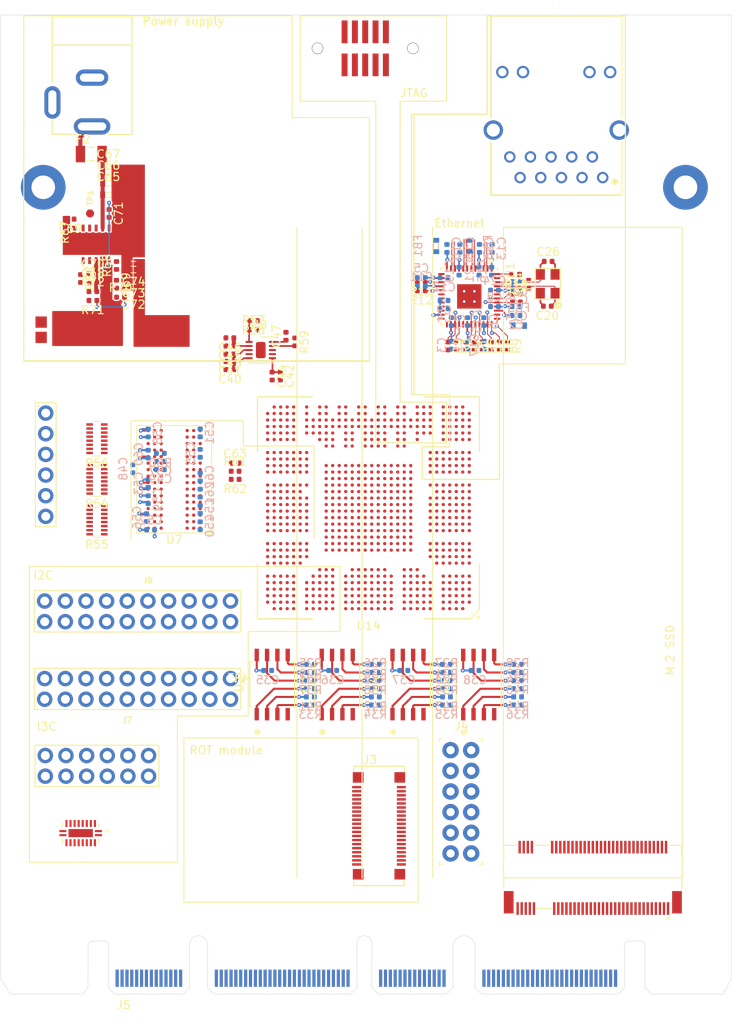
<source format=kicad_pcb>
(kicad_pcb (version 20171130) (host pcbnew 5.1.6+dfsg1-1~bpo10+1)
  (layers (0 F.Cu signal) (1 In1.Cu signal) (2 In2.Cu signal) (3 In3.Cu signal) (4 In4.Cu signal) (31 B.Cu signal) (34 B.Paste user) (35 F.Paste user) (36 B.SilkS user) (37 F.SilkS user) (38 B.Mask user) (39 F.Mask user) (44 Edge.Cuts user))
  (net 0 "")
  (net 1 GND)
  (net 2 VCC3V3)
  (net 3 VCC1V35)
  (net 4 VCCA0)
  (net 5 "/FPGA power supply/VCCHTX0")
  (net 6 "/FPGA power supply/VCCHTX1")
  (net 7 VCCA1)
  (net 8 VCC)
  (net 9 VCCAUX)
  (net 10 /Ethernet/AVDDL)
  (net 11 /Ethernet/AVDDL_PLL)
  (net 12 VCC5V0)
  (net 13 VCC1V0)
  (net 14 /Interfaces/1V0_EN)
  (net 15 PCIE_HPM_TXP[0])
  (net 16 PCIE_HPM_TXN[0])
  (net 17 "Net-(D1-Pad2)")
  (net 18 VCC12V)
  (net 19 PWR_GOOD)
  (net 20 "Net-(IC1-Pad6)")
  (net 21 "Net-(IC1-Pad5)")
  (net 22 "Net-(IC1-Pad3)")
  (net 23 JTAG_TDI)
  (net 24 JTAG_TDO)
  (net 25 JTAG_TCK)
  (net 26 JTAG_TMS)
  (net 27 I2C[5]_SDA)
  (net 28 I2C[5]_SCL)
  (net 29 I2C[3]_SCL)
  (net 30 I2C[7]_SCL)
  (net 31 I2C[3]_SDA)
  (net 32 I2C[1]_SCL)
  (net 33 I2C[1]_SDA)
  (net 34 I2C[7]_SDA)
  (net 35 I2C[2]_SDA)
  (net 36 I2C[2]_SCL)
  (net 37 I2C[4]_SDA)
  (net 38 I2C[6]_SCL)
  (net 39 I2C[6]_SDA)
  (net 40 I2C[4]_SCL)
  (net 41 I2C[0]_SCL)
  (net 42 I2C[0]_SDA)
  (net 43 UART1_SCM_RX)
  (net 44 I2C[11]_SCL)
  (net 45 UART0_SCM_TX)
  (net 46 I2C[11]_SDA)
  (net 47 I2C[9]_SCL)
  (net 48 I2C[9]_SDA)
  (net 49 UART0_SCM_RX)
  (net 50 UART1_SCM_TX)
  (net 51 I2C[10]_SDA)
  (net 52 I2C[10]_SCL)
  (net 53 I2C[12]_SDA)
  (net 54 I2C[12]_SCL)
  (net 55 I2C[8]_SCL)
  (net 56 I2C[8]_SDA)
  (net 57 I3C[2]_SCL)
  (net 58 I3C[0]_SDA)
  (net 59 I3C[0]_SCL)
  (net 60 I3C[2]_SDA)
  (net 61 I3C[1]_SDA)
  (net 62 I3C[1]_SCL)
  (net 63 I3C[3]_SDA)
  (net 64 I3C[3]_SCL)
  (net 65 SPI0_CS_N)
  (net 66 SPI0_CLK)
  (net 67 SPI0_MOSI)
  (net 68 SPI0_MISO)
  (net 69 P12V_AUX)
  (net 70 PRSNT0_N)
  (net 71 SPIO_CLK)
  (net 72 SPIO_CS_N)
  (net 73 SPIO_MOSI)
  (net 74 SPIO_MISO)
  (net 75 ESPI_CLK)
  (net 76 ESPI_CS0_N)
  (net 77 ESPI_ALERT_N)
  (net 78 ESPI_RESET_N)
  (net 79 ESPI_IO0)
  (net 80 ESPI_IO1)
  (net 81 ESPI_IO2)
  (net 82 ESPI_IO3)
  (net 83 ESPI_CS1_N)
  (net 84 QSPI0_CLK)
  (net 85 QSPI0_CS0_N)
  (net 86 QSPI0_D0)
  (net 87 QSPI0_D1)
  (net 88 QSPI0_D2)
  (net 89 QSPI0_D3)
  (net 90 NCSI_CLK)
  (net 91 NCSI_CRS_DV)
  (net 92 NCSI_TXEN)
  (net 93 NCSI_TXD0)
  (net 94 NCSI_TXD1)
  (net 95 NCSI_RXER)
  (net 96 NCSI_RXD0)
  (net 97 NCSI_RXD1)
  (net 98 PECI_BMC)
  (net 99 PVCCIO_PECI)
  (net 100 SGPIO0_DO)
  (net 101 SGPIO0_CLK)
  (net 102 SGPIO0_DI)
  (net 103 SGPIO0_LD)
  (net 104 SGPIO1_DO)
  (net 105 RSVD2)
  (net 106 SGPIO1_DI)
  (net 107 SGPIO1_LD)
  (net 108 SGPIO_RESET_N)
  (net 109 SGPIO_INTR_N)
  (net 110 P3V0_BAT)
  (net 111 QSPI0_CS1_N)
  (net 112 QSPI1_CLK)
  (net 113 QSPI1_CS0_N)
  (net 114 QSPI1_D0)
  (net 115 QSPI1_D1)
  (net 116 QSPI1_D2)
  (net 117 QSPI1_D3)
  (net 118 USB2_DP)
  (net 119 USB2_DN)
  (net 120 USB1_DP)
  (net 121 USB1_DN)
  (net 122 RSVD1)
  (net 123 PCIE_HPM_TXN[1])
  (net 124 PCIE_HPM_TXP[2])
  (net 125 PCIE_HPM_TXN[2])
  (net 126 PCIE_HPM_TXP[3])
  (net 127 PCIE_HPM_TXN[3])
  (net 128 VIRTUAL_RESEAT)
  (net 129 CLK_100M_PCIE_DP)
  (net 130 CLK_100M_PCIE_DN)
  (net 131 PCIE_BMC_TX_DP)
  (net 132 PCIE_BMC_TX_DN)
  (net 133 PCIE_BMC_RX_DP)
  (net 134 PCIE_BMC_RX_DN)
  (net 135 HPM_FW_RECOVERY)
  (net 136 HPM_STBY_RDY)
  (net 137 HPM_STBY_EN)
  (net 138 HPM_STBY_RST_N)
  (net 139 SYS_PWRBTN_N)
  (net 140 SYS_PWROK)
  (net 141 DBP_PREQ_N)
  (net 142 DBP_PRDY_N)
  (net 143 RST_PLTRST_BUF_N)
  (net 144 SPARE1)
  (net 145 RoT_CPU_RST_N)
  (net 146 CHASI#)
  (net 147 SPARE0)
  (net 148 IRQ_N)
  (net 149 PRSNT1_N)
  (net 150 PCIE_HPM_RXP[0])
  (net 151 PCIE_HPM_RXN[0])
  (net 152 PCIE_HPM_RXP[1])
  (net 153 PCIE_HPM_RXN[1])
  (net 154 PCIE_HPM_RXP[2])
  (net 155 PCIE_HPM_RXN[2])
  (net 156 PCIE_HPM_RXP[3])
  (net 157 PCIE_HPM_RXN[3])
  (net 158 RSVD0)
  (net 159 PCIE_HPM_TXP[1])
  (net 160 QSPIB_CLK)
  (net 161 QSPIB1_D0)
  (net 162 QSPIB1_D1)
  (net 163 QSPIB1_D2)
  (net 164 QSPIB1_D3)
  (net 165 QSPIB1_CS_N)
  (net 166 QSPIB2_D0)
  (net 167 QSPIB2_D1)
  (net 168 QSPIB2_D2)
  (net 169 QSPIB2_D3)
  (net 170 QSPIB2_CS_N)
  (net 171 SPI_ROT_CLK)
  (net 172 SPI_ROT_CS_N)
  (net 173 SPI_ROT_MOSI)
  (net 174 SPI_ROT_MISO)
  (net 175 QSPIA_CLK)
  (net 176 QSPIA1_D0)
  (net 177 QSPIA1_D1)
  (net 178 QSPIA1_D2)
  (net 179 QSPIA1_D3)
  (net 180 QSPIA1_CS_N)
  (net 181 QSPIA2_D0)
  (net 182 QSPIA2_D1)
  (net 183 QSPIA2_D2)
  (net 184 QSPIA2_D3)
  (net 185 QSPIA2_CS_N)
  (net 186 PEWAKE_3V3_N)
  (net 187 PEX_L0_CLKREQ_N)
  (net 188 PEX_L0_RST_N)
  (net 189 /Ethernet/ETH3_P)
  (net 190 /Ethernet/ETH2_P)
  (net 191 /Ethernet/ETH1_P)
  (net 192 /Ethernet/ETH4_P)
  (net 193 /Ethernet/ETH2_N)
  (net 194 /Ethernet/ETH1_N)
  (net 195 /Ethernet/ETH3_N)
  (net 196 /Ethernet/ETH4_N)
  (net 197 RGMII_RXD0)
  (net 198 RGMII_RXD1)
  (net 199 RGMII_RXD2)
  (net 200 RGMII_RXD3)
  (net 201 RGMII_RX_DV)
  (net 202 RGMII_RX_CLK)
  (net 203 RGMII_REF_CLK)
  (net 204 ETH_MDC)
  (net 205 ETH_MDIO)
  (net 206 ETH_~RESET)
  (net 207 /Ethernet/ETH_LED1)
  (net 208 /Ethernet/ETH_LED2)
  (net 209 DDR3_CLK+)
  (net 210 DDR3_CLK-)
  (net 211 /DDR3/DDR3_VTT)
  (net 212 DDR3_A14)
  (net 213 DDR3_A8)
  (net 214 DDR3_A6)
  (net 215 DDR3_A2)
  (net 216 DDR3_A7)
  (net 217 DDR3_A9)
  (net 218 DDR3_A11)
  (net 219 DDR3_A13)
  (net 220 DDR3_BA2)
  (net 221 DDR3_WE)
  (net 222 DDR3_A10)
  (net 223 DDR3_BA1)
  (net 224 DDR3_A12)
  (net 225 DDR3_A1)
  (net 226 DDR3_A0)
  (net 227 DDR3_A4)
  (net 228 DDR3_CKE)
  (net 229 DDR3_ODT)
  (net 230 DDR3_RAS)
  (net 231 DDR3_CS)
  (net 232 DDR3_BA0)
  (net 233 DDR3_A3)
  (net 234 DDR3_CAS)
  (net 235 DDR3_A5)
  (net 236 I3C[0]_SDA_3V3)
  (net 237 I3C[0]_SCL_3V3)
  (net 238 I3C[1]_SDA_3V3)
  (net 239 I3C[1]_SCL_3V3)
  (net 240 I3C[2]_SDA_3V3)
  (net 241 I3C[2]_SCL_3V3)
  (net 242 I3C[3]_SDA_3V3)
  (net 243 I3C[3]_SCL_3V3)
  (net 244 DDR3_DQS1+)
  (net 245 DDR3_DQS1-)
  (net 246 DDR3_DQS0-)
  (net 247 DDR3_DM0)
  (net 248 DDR3_DQ15)
  (net 249 DDR3_DQ13)
  (net 250 DDR3_DQ14)
  (net 251 DDR3_DQ9)
  (net 252 DDR3_DQS0+)
  (net 253 DDR3_DM1)
  (net 254 DDR3_DQ12)
  (net 255 DDR3_DQ10)
  (net 256 DDR3_DQ11)
  (net 257 DDR3_DQ7)
  (net 258 DDR3_DQ5)
  (net 259 DDR3_DQ2)
  (net 260 DDR3_DQ1)
  (net 261 DDR3_DQ4)
  (net 262 DDR3_DQ3)
  (net 263 DDR3_RESET)
  (net 264 DDR3_DQ6)
  (net 265 DDR3_DQ8)
  (net 266 DDR3_DQ0)
  (net 267 SGPIO_CLK)
  (net 268 QSPI1_CS_N)
  (net 269 ETH_INT_N)
  (net 270 RGMII_TXD1)
  (net 271 RGMII_TX_DV)
  (net 272 RGMII_TXD2)
  (net 273 RGMII_TX_CLK)
  (net 274 RGMII_TXD3)
  (net 275 RGMII_TXD0)
  (net 276 I3C[3]_SDA_1V0)
  (net 277 I3C[3]_SCL_1V0)
  (net 278 I3C[0]_SDA_1V0)
  (net 279 I3C[0]_SCL_1V0)
  (net 280 I3C[1]_SDA_1V0)
  (net 281 I3C[1]_SCL_1V0)
  (net 282 I3C[2]_SDA_1V0)
  (net 283 I3C[2]_SCL_1V0)
  (net 284 ROT_RDY)
  (net 285 "Net-(J1-Pad11)")
  (net 286 "Net-(J1-Pad13)")
  (net 287 VCC1V2)
  (net 288 "Net-(C10-Pad1)")
  (net 289 "Net-(C20-Pad1)")
  (net 290 "Net-(C26-Pad1)")
  (net 291 "Net-(C27-Pad1)")
  (net 292 "Net-(C28-Pad1)")
  (net 293 "Net-(C29-Pad1)")
  (net 294 "Net-(C30-Pad1)")
  (net 295 "Net-(C68-Pad1)")
  (net 296 "Net-(C69-Pad1)")
  (net 297 "Net-(C70-Pad1)")
  (net 298 "Net-(C71-Pad2)")
  (net 299 "Net-(C71-Pad1)")
  (net 300 "Net-(C72-Pad1)")
  (net 301 VCC3V3_T)
  (net 302 VCC1V35_T)
  (net 303 VCC1V8_T)
  (net 304 "Net-(F2-Pad1)")
  (net 305 "Net-(J2-Pad58)")
  (net 306 "Net-(J2-Pad56)")
  (net 307 "Net-(J2-Pad48)")
  (net 308 "Net-(J2-Pad46)")
  (net 309 "Net-(J2-Pad44)")
  (net 310 "Net-(J2-Pad42)")
  (net 311 "Net-(J2-Pad40)")
  (net 312 "Net-(J2-Pad38)")
  (net 313 "Net-(J2-Pad36)")
  (net 314 "Net-(J2-Pad34)")
  (net 315 "Net-(J2-Pad32)")
  (net 316 "Net-(J2-Pad31)")
  (net 317 "Net-(J2-Pad30)")
  (net 318 "Net-(J2-Pad29)")
  (net 319 "Net-(J2-Pad28)")
  (net 320 "Net-(J2-Pad26)")
  (net 321 "Net-(J2-Pad25)")
  (net 322 "Net-(J2-Pad24)")
  (net 323 "Net-(J2-Pad23)")
  (net 324 "Net-(J2-Pad22)")
  (net 325 "Net-(J2-Pad20)")
  (net 326 "Net-(J2-Pad19)")
  (net 327 "Net-(J2-Pad17)")
  (net 328 "Net-(J2-Pad13)")
  (net 329 "Net-(J2-Pad69)")
  (net 330 "Net-(J2-Pad68)")
  (net 331 "Net-(J2-Pad67)")
  (net 332 "Net-(J2-Pad11)")
  (net 333 "Net-(J2-Pad8)")
  (net 334 "Net-(J2-Pad7)")
  (net 335 "Net-(J2-Pad6)")
  (net 336 "Net-(J2-Pad5)")
  (net 337 "Net-(J3-Pad38)")
  (net 338 "Net-(J3-Pad39)")
  (net 339 "Net-(J3-Pad40)")
  (net 340 "Net-(J3-Pad16)")
  (net 341 "Net-(J3-Pad17)")
  (net 342 "Net-(J3-Pad18)")
  (net 343 "Net-(J3-Pad19)")
  (net 344 "Net-(R13-Pad2)")
  (net 345 "Net-(R57-Pad1)")
  (net 346 "Net-(R59-Pad2)")
  (net 347 "Net-(R60-Pad1)")
  (net 348 "Net-(R70-Pad2)")
  (net 349 "Net-(U1-Pad13)")
  (net 350 "Net-(U1-Pad18)")
  (net 351 "Net-(U1-Pad43)")
  (net 352 "Net-(U1-Pad47)")
  (net 353 "Net-(U7-PadJ1)")
  (net 354 "Net-(U7-PadJ9)")
  (net 355 "Net-(U7-PadL1)")
  (net 356 "Net-(U7-PadL9)")
  (net 357 "Net-(U7-PadM7)")
  (net 358 "Net-(U14-PadAL32)")
  (net 359 "Net-(U14-PadAK32)")
  (net 360 "Net-(U14-PadAJ32)")
  (net 361 "Net-(U14-PadAH32)")
  (net 362 "Net-(U14-PadAG32)")
  (net 363 "Net-(U14-PadW32)")
  (net 364 "Net-(U14-PadL32)")
  (net 365 "Net-(U14-PadK32)")
  (net 366 "Net-(U14-PadJ32)")
  (net 367 "Net-(U14-PadH32)")
  (net 368 "Net-(U14-PadB32)")
  (net 369 "Net-(U14-PadAM31)")
  (net 370 "Net-(U14-PadAK31)")
  (net 371 "Net-(U14-PadAJ31)")
  (net 372 "Net-(U14-PadAC29)")
  (net 373 "Net-(U14-PadT31)")
  (net 374 "Net-(U14-PadL31)")
  (net 375 "Net-(U14-PadK31)")
  (net 376 "Net-(U14-PadH31)")
  (net 377 "Net-(U14-PadC31)")
  (net 378 "Net-(U14-PadAM30)")
  (net 379 "Net-(U14-PadAL30)")
  (net 380 "Net-(U14-PadAK30)")
  (net 381 "Net-(U14-PadAJ30)")
  (net 382 "Net-(U14-PadAH30)")
  (net 383 "Net-(U14-PadAG30)")
  (net 384 "Net-(U14-PadAB30)")
  (net 385 "Net-(U14-PadU30)")
  (net 386 "Net-(U14-PadN30)")
  (net 387 "Net-(U14-PadL30)")
  (net 388 "Net-(U14-PadK30)")
  (net 389 "Net-(U14-PadJ30)")
  (net 390 "Net-(U14-PadH30)")
  (net 391 "Net-(U14-PadD30)")
  (net 392 "Net-(U14-PadC30)")
  (net 393 "Net-(U14-PadAM29)")
  (net 394 "Net-(U14-PadAK29)")
  (net 395 "Net-(U14-PadAJ29)")
  (net 396 "Net-(U14-PadAG29)")
  (net 397 "Net-(U14-PadP29)")
  (net 398 "Net-(U14-PadN29)")
  (net 399 "Net-(U14-PadL29)")
  (net 400 "Net-(U14-PadK29)")
  (net 401 "Net-(U14-PadJ29)")
  (net 402 "Net-(U14-PadF29)")
  (net 403 "Net-(U14-PadE29)")
  (net 404 "Net-(U14-PadD29)")
  (net 405 "Net-(U14-PadC29)")
  (net 406 "Net-(U14-PadAM28)")
  (net 407 "Net-(U14-PadAL28)")
  (net 408 "Net-(U14-PadAK28)")
  (net 409 "Net-(U14-PadAJ28)")
  (net 410 "Net-(U14-PadAH28)")
  (net 411 "Net-(U14-PadAG28)")
  (net 412 "Net-(U14-PadAB28)")
  (net 413 "Net-(U14-PadY28)")
  (net 414 "Net-(U14-PadP28)")
  (net 415 "Net-(U14-PadK28)")
  (net 416 "Net-(U14-PadH28)")
  (net 417 "Net-(U14-PadF28)")
  (net 418 "Net-(U14-PadD28)")
  (net 419 "Net-(U14-PadC28)")
  (net 420 "Net-(U14-PadAD27)")
  (net 421 "Net-(U14-PadU27)")
  (net 422 "Net-(U14-PadT27)")
  (net 423 "Net-(U14-PadR27)")
  (net 424 "Net-(U14-PadP27)")
  (net 425 "Net-(U14-PadN27)")
  (net 426 "Net-(U14-PadL27)")
  (net 427 "Net-(U14-PadK27)")
  (net 428 "Net-(U14-PadJ27)")
  (net 429 "Net-(U14-PadH27)")
  (net 430 "Net-(U14-PadY26)")
  (net 431 "Net-(U14-PadT26)")
  (net 432 "Net-(U14-PadR26)")
  (net 433 "Net-(U14-PadP26)")
  (net 434 "Net-(U14-PadN26)")
  (net 435 "Net-(U14-PadL26)")
  (net 436 "Net-(U14-PadK26)")
  (net 437 "Net-(U14-PadJ26)")
  (net 438 "Net-(U14-PadAK25)")
  (net 439 "Net-(U14-PadAM24)")
  (net 440 "Net-(U14-PadAK24)")
  (net 441 "Net-(U14-PadAM23)")
  (net 442 "Net-(U14-PadAK22)")
  (net 443 "Net-(U14-PadAM21)")
  (net 444 "Net-(U14-PadAK21)")
  (net 445 "Net-(U14-PadAM20)")
  (net 446 "Net-(U14-PadD20)")
  (net 447 "Net-(U14-PadA20)")
  (net 448 "Net-(U14-PadAK19)")
  (net 449 "Net-(U14-PadF19)")
  (net 450 "Net-(U14-PadE19)")
  (net 451 "Net-(U14-PadD19)")
  (net 452 "Net-(U14-PadC19)")
  (net 453 "Net-(U14-PadB19)")
  (net 454 "Net-(U14-PadA19)")
  (net 455 "Net-(U14-PadAM18)")
  (net 456 "Net-(U14-PadAK18)")
  (net 457 "Net-(U14-PadF18)")
  (net 458 "Net-(U14-PadD18)")
  (net 459 "Net-(U14-PadC18)")
  (net 460 "Net-(U14-PadA18)")
  (net 461 "Net-(U14-PadAM17)")
  (net 462 "Net-(U14-PadF17)")
  (net 463 "Net-(U14-PadE17)")
  (net 464 "Net-(U14-PadAK16)")
  (net 465 "Net-(U14-PadF16)")
  (net 466 "Net-(U14-PadAM15)")
  (net 467 "Net-(U14-PadAK15)")
  (net 468 "Net-(U14-PadAC15)")
  (net 469 "Net-(U14-PadF15)")
  (net 470 "Net-(U14-PadD15)")
  (net 471 "Net-(U14-PadC15)")
  (net 472 "Net-(U14-PadA15)")
  (net 473 "Net-(U14-PadAM14)")
  (net 474 "Net-(U14-PadF14)")
  (net 475 "Net-(U14-PadE14)")
  (net 476 "Net-(U14-PadD14)")
  (net 477 "Net-(U14-PadC14)")
  (net 478 "Net-(U14-PadB14)")
  (net 479 "Net-(U14-PadA14)")
  (net 480 "Net-(U14-PadAK13)")
  (net 481 "Net-(U14-PadF13)")
  (net 482 "Net-(U14-PadD13)")
  (net 483 "Net-(U14-PadC13)")
  (net 484 "Net-(U14-PadA13)")
  (net 485 "Net-(U14-PadAM12)")
  (net 486 "Net-(U14-PadAK12)")
  (net 487 "Net-(U14-PadAM11)")
  (net 488 "Net-(U14-PadA11)")
  (net 489 "Net-(U14-PadAK10)")
  (net 490 "Net-(U14-PadF10)")
  (net 491 "Net-(U14-PadE10)")
  (net 492 "Net-(U14-PadD10)")
  (net 493 "Net-(U14-PadC10)")
  (net 494 "Net-(U14-PadB10)")
  (net 495 "Net-(U14-PadAM9)")
  (net 496 "Net-(U14-PadAK9)")
  (net 497 "Net-(U14-PadF9)")
  (net 498 "Net-(U14-PadD9)")
  (net 499 "Net-(U14-PadC9)")
  (net 500 "Net-(U14-PadA9)")
  (net 501 "Net-(U14-PadAM8)")
  (net 502 "Net-(U14-PadD8)")
  (net 503 "Net-(U14-PadC8)")
  (net 504 "Net-(U14-PadB8)")
  (net 505 "Net-(U14-PadA8)")
  (net 506 "Net-(U14-PadAD7)")
  (net 507 "Net-(U14-PadAC7)")
  (net 508 "Net-(U14-PadAB7)")
  (net 509 "Net-(U14-PadY7)")
  (net 510 "Net-(U14-PadV7)")
  (net 511 "Net-(U14-PadU7)")
  (net 512 "Net-(U14-PadT7)")
  (net 513 "Net-(U14-PadR7)")
  (net 514 "Net-(U14-PadP7)")
  (net 515 "Net-(U14-PadN7)")
  (net 516 "Net-(U14-PadL7)")
  (net 517 "Net-(U14-PadK7)")
  (net 518 "Net-(U14-PadJ7)")
  (net 519 "Net-(U14-PadD7)")
  (net 520 "Net-(U14-PadC7)")
  (net 521 "Net-(U14-PadAC6)")
  (net 522 "Net-(U14-PadAB6)")
  (net 523 "Net-(U14-PadY6)")
  (net 524 "Net-(U14-PadV6)")
  (net 525 "Net-(U14-PadU6)")
  (net 526 "Net-(U14-PadT6)")
  (net 527 "Net-(U14-PadR6)")
  (net 528 "Net-(U14-PadP6)")
  (net 529 "Net-(U14-PadN6)")
  (net 530 "Net-(U14-PadL6)")
  (net 531 "Net-(U14-PadK6)")
  (net 532 "Net-(U14-PadJ6)")
  (net 533 "Net-(U14-PadH6)")
  (net 534 "Net-(U14-PadAB5)")
  (net 535 "Net-(U14-PadY5)")
  (net 536 "Net-(U14-PadW5)")
  (net 537 "Net-(U14-PadU5)")
  (net 538 "Net-(U14-PadT5)")
  (net 539 "Net-(U14-PadP5)")
  (net 540 "Net-(U14-PadK5)")
  (net 541 "Net-(U14-PadH5)")
  (net 542 "Net-(U14-PadA5)")
  (net 543 "Net-(U14-PadAM4)")
  (net 544 "Net-(U14-PadAL4)")
  (net 545 "Net-(U14-PadAK4)")
  (net 546 "Net-(U14-PadAJ4)")
  (net 547 "Net-(U14-PadAH4)")
  (net 548 "Net-(U14-PadAG4)")
  (net 549 "Net-(U14-PadY4)")
  (net 550 "Net-(U14-PadW4)")
  (net 551 "Net-(U14-PadV4)")
  (net 552 "Net-(U14-PadU4)")
  (net 553 "Net-(U14-PadT4)")
  (net 554 "Net-(U14-PadR4)")
  (net 555 "Net-(U14-PadP4)")
  (net 556 "Net-(U14-PadN4)")
  (net 557 "Net-(U14-PadL4)")
  (net 558 "Net-(U14-PadK4)")
  (net 559 "Net-(U14-PadJ4)")
  (net 560 "Net-(U14-PadB4)")
  (net 561 "Net-(U14-PadA4)")
  (net 562 "Net-(U14-PadAM3)")
  (net 563 "Net-(U14-PadAL3)")
  (net 564 "Net-(U14-PadAK3)")
  (net 565 "Net-(U14-PadAJ3)")
  (net 566 "Net-(U14-PadAH3)")
  (net 567 "Net-(U14-PadAG3)")
  (net 568 "Net-(U14-PadY3)")
  (net 569 "Net-(U14-PadW3)")
  (net 570 "Net-(U14-PadU3)")
  (net 571 "Net-(U14-PadT3)")
  (net 572 "Net-(U14-PadR3)")
  (net 573 "Net-(U14-PadP3)")
  (net 574 "Net-(U14-PadN3)")
  (net 575 "Net-(U14-PadL3)")
  (net 576 "Net-(U14-PadK3)")
  (net 577 "Net-(U14-PadJ3)")
  (net 578 "Net-(U14-PadH3)")
  (net 579 "Net-(U14-PadF3)")
  (net 580 "Net-(U14-PadE3)")
  (net 581 "Net-(U14-PadD3)")
  (net 582 "Net-(U14-PadB3)")
  (net 583 "Net-(U14-PadA3)")
  (net 584 "Net-(U14-PadAM2)")
  (net 585 "Net-(U14-PadAK2)")
  (net 586 "Net-(U14-PadAJ2)")
  (net 587 "Net-(U14-PadW2)")
  (net 588 "Net-(U14-PadU2)")
  (net 589 "Net-(U14-PadT2)")
  (net 590 "Net-(U14-PadP2)")
  (net 591 "Net-(U14-PadL2)")
  (net 592 "Net-(U14-PadK2)")
  (net 593 "Net-(U14-PadH2)")
  (net 594 "Net-(U14-PadF2)")
  (net 595 "Net-(U14-PadD2)")
  (net 596 "Net-(U14-PadC2)")
  (net 597 "Net-(U14-PadA2)")
  (net 598 "Net-(U14-PadAL1)")
  (net 599 "Net-(U14-PadAK1)")
  (net 600 "Net-(U14-PadAJ1)")
  (net 601 "Net-(U14-PadAH1)")
  (net 602 "Net-(U14-PadAG1)")
  (net 603 "Net-(U14-PadY1)")
  (net 604 "Net-(U14-PadW1)")
  (net 605 "Net-(U14-PadV1)")
  (net 606 "Net-(U14-PadU1)")
  (net 607 "Net-(U14-PadT1)")
  (net 608 "Net-(U14-PadR1)")
  (net 609 "Net-(U14-PadP1)")
  (net 610 "Net-(U14-PadN1)")
  (net 611 "Net-(U14-PadL1)")
  (net 612 "Net-(U14-PadK1)")
  (net 613 "Net-(U14-PadJ1)")
  (net 614 "Net-(U14-PadH1)")
  (net 615 "Net-(U14-PadF1)")
  (net 616 "Net-(U14-PadE1)")
  (net 617 "Net-(U14-PadD1)")
  (net 618 "Net-(U14-PadC1)")
  (net 619 DDR3_VREF)
  (net 620 DDR3_VTT_EN)
  (net 621 "Net-(J6-Pad10)")
  (net 622 "Net-(J6-Pad5)")
  (net 623 "Net-(J7-Pad2)")
  (net 624 "Net-(J7-Pad4)")
  (net 625 "Net-(J8-Pad7)")
  (net 626 "Net-(J8-Pad5)")
  (net 627 "Net-(J8-Pad10)")
  (net 628 "Net-(J8-Pad12)")
  (net 629 "Net-(J9-Pad1)")
  (net 630 "Net-(J9-Pad2)")
  (net 631 "Net-(C63-Pad2)")
  (net 632 PP)
  (net 633 GPIO)
  (net 634 RST)
  (net 635 PIRQ#)
  (module antmicro-footprints:0402-res (layer F.Cu) (at 89 116 180)
    (fp_text reference R62 (at 0 -1.17) (layer F.SilkS))
    (fp_text value R_51R_0402)
    (pad 2 smd roundrect (at 0.485 0 180) (size 0.59 0.64) (layers F.Cu F.Paste F.Mask) (net 210 DDR3_CLK-))
    (pad 1 smd roundrect (at -0.485 0 180) (size 0.59 0.64) (layers F.Cu F.Paste F.Mask) (net 631 "Net-(C63-Pad2)"))
  )
  (module antmicro-footprints:0402-res (layer F.Cu) (at 89 115)
    (fp_text reference R61 (at 0 -1.17) (layer F.SilkS))
    (fp_text value R_51R_0402)
    (pad 2 smd roundrect (at 0.485 0) (size 0.59 0.64) (layers F.Cu F.Paste F.Mask) (net 631 "Net-(C63-Pad2)"))
    (pad 1 smd roundrect (at -0.485 0) (size 0.59 0.64) (layers F.Cu F.Paste F.Mask) (net 209 DDR3_CLK+))
  )
  (module antmicro-footprints:0402-res (layer B.Cu) (at 79.8 112.8)
    (fp_text reference R60 (at 0 1.17) (layer B.SilkS) (effects (justify mirror)))
    (fp_text value R_240R_0402)
    (pad 2 smd roundrect (at 0.485 0) (size 0.59 0.64) (layers B.Cu B.Paste B.Mask) (net 1 GND))
    (pad 1 smd roundrect (at -0.485 0) (size 0.59 0.64) (layers B.Cu B.Paste B.Mask) (net 347 "Net-(R60-Pad1)"))
  )
  (module antmicro-footprints:R_Array_Convex_8x0602 (layer F.Cu) (at 72 111 180)
    (fp_text reference R56 (at 0 -3) (layer F.SilkS))
    (fp_text value 8x51R_0602_array)
    (pad 10 smd rect (at 0.9 1.25 180) (size 0.8 0.3) (layers F.Cu F.Paste F.Mask) (net 211 /DDR3/DDR3_VTT))
    (pad 12 smd rect (at 0.9 0.25 180) (size 0.8 0.3) (layers F.Cu F.Paste F.Mask) (net 211 /DDR3/DDR3_VTT))
    (pad 11 smd rect (at 0.9 0.75 180) (size 0.8 0.3) (layers F.Cu F.Paste F.Mask) (net 211 /DDR3/DDR3_VTT))
    (pad 13 smd rect (at 0.9 -0.25 180) (size 0.8 0.3) (layers F.Cu F.Paste F.Mask) (net 211 /DDR3/DDR3_VTT))
    (pad 14 smd rect (at 0.9 -0.75 180) (size 0.8 0.3) (layers F.Cu F.Paste F.Mask) (net 211 /DDR3/DDR3_VTT))
    (pad 15 smd rect (at 0.9 -1.25 180) (size 0.8 0.3) (layers F.Cu F.Paste F.Mask) (net 211 /DDR3/DDR3_VTT))
    (pad 7 smd rect (at -0.9 1.25 180) (size 0.8 0.3) (layers F.Cu F.Paste F.Mask) (net 228 DDR3_CKE))
    (pad 6 smd rect (at -0.9 0.75 180) (size 0.8 0.3) (layers F.Cu F.Paste F.Mask) (net 229 DDR3_ODT))
    (pad 5 smd rect (at -0.9 0.25 180) (size 0.8 0.3) (layers F.Cu F.Paste F.Mask) (net 230 DDR3_RAS))
    (pad 4 smd rect (at -0.9 -0.25 180) (size 0.8 0.3) (layers F.Cu F.Paste F.Mask) (net 231 DDR3_CS))
    (pad 3 smd rect (at -0.9 -0.75 180) (size 0.8 0.3) (layers F.Cu F.Paste F.Mask) (net 232 DDR3_BA0))
    (pad 2 smd rect (at -0.9 -1.25 180) (size 0.8 0.3) (layers F.Cu F.Paste F.Mask) (net 233 DDR3_A3))
    (pad 9 smd rect (at 0.9 1.75 180) (size 0.8 0.3) (layers F.Cu F.Paste F.Mask) (net 211 /DDR3/DDR3_VTT))
    (pad 8 smd rect (at -0.9 1.75 180) (size 0.8 0.3) (layers F.Cu F.Paste F.Mask) (net 234 DDR3_CAS))
    (pad 16 smd rect (at 0.9 -1.75 180) (size 0.8 0.3) (layers F.Cu F.Paste F.Mask) (net 211 /DDR3/DDR3_VTT))
    (pad 1 smd rect (at -0.9 -1.75 180) (size 0.8 0.3) (layers F.Cu F.Paste F.Mask) (net 235 DDR3_A5))
  )
  (module antmicro-footprints:R_Array_Convex_8x0602 (layer F.Cu) (at 72 121 180)
    (fp_text reference R55 (at 0 -3) (layer F.SilkS))
    (fp_text value 8x51R_0602_array)
    (pad 10 smd rect (at 0.9 1.25 180) (size 0.8 0.3) (layers F.Cu F.Paste F.Mask) (net 211 /DDR3/DDR3_VTT))
    (pad 12 smd rect (at 0.9 0.25 180) (size 0.8 0.3) (layers F.Cu F.Paste F.Mask) (net 211 /DDR3/DDR3_VTT))
    (pad 11 smd rect (at 0.9 0.75 180) (size 0.8 0.3) (layers F.Cu F.Paste F.Mask) (net 211 /DDR3/DDR3_VTT))
    (pad 13 smd rect (at 0.9 -0.25 180) (size 0.8 0.3) (layers F.Cu F.Paste F.Mask) (net 211 /DDR3/DDR3_VTT))
    (pad 14 smd rect (at 0.9 -0.75 180) (size 0.8 0.3) (layers F.Cu F.Paste F.Mask) (net 211 /DDR3/DDR3_VTT))
    (pad 15 smd rect (at 0.9 -1.25 180) (size 0.8 0.3) (layers F.Cu F.Paste F.Mask) (net 211 /DDR3/DDR3_VTT))
    (pad 7 smd rect (at -0.9 1.25 180) (size 0.8 0.3) (layers F.Cu F.Paste F.Mask) (net 220 DDR3_BA2))
    (pad 6 smd rect (at -0.9 0.75 180) (size 0.8 0.3) (layers F.Cu F.Paste F.Mask) (net 221 DDR3_WE))
    (pad 5 smd rect (at -0.9 0.25 180) (size 0.8 0.3) (layers F.Cu F.Paste F.Mask) (net 222 DDR3_A10))
    (pad 4 smd rect (at -0.9 -0.25 180) (size 0.8 0.3) (layers F.Cu F.Paste F.Mask) (net 223 DDR3_BA1))
    (pad 3 smd rect (at -0.9 -0.75 180) (size 0.8 0.3) (layers F.Cu F.Paste F.Mask) (net 224 DDR3_A12))
    (pad 2 smd rect (at -0.9 -1.25 180) (size 0.8 0.3) (layers F.Cu F.Paste F.Mask) (net 225 DDR3_A1))
    (pad 9 smd rect (at 0.9 1.75 180) (size 0.8 0.3) (layers F.Cu F.Paste F.Mask) (net 211 /DDR3/DDR3_VTT))
    (pad 8 smd rect (at -0.9 1.75 180) (size 0.8 0.3) (layers F.Cu F.Paste F.Mask) (net 226 DDR3_A0))
    (pad 16 smd rect (at 0.9 -1.75 180) (size 0.8 0.3) (layers F.Cu F.Paste F.Mask) (net 211 /DDR3/DDR3_VTT))
    (pad 1 smd rect (at -0.9 -1.75 180) (size 0.8 0.3) (layers F.Cu F.Paste F.Mask) (net 227 DDR3_A4))
  )
  (module antmicro-footprints:R_Array_Convex_8x0602 (layer F.Cu) (at 72 116 180)
    (fp_text reference R54 (at 0 -3) (layer F.SilkS))
    (fp_text value 8x51R_0602_array)
    (pad 10 smd rect (at 0.9 1.25 180) (size 0.8 0.3) (layers F.Cu F.Paste F.Mask) (net 211 /DDR3/DDR3_VTT))
    (pad 12 smd rect (at 0.9 0.25 180) (size 0.8 0.3) (layers F.Cu F.Paste F.Mask) (net 211 /DDR3/DDR3_VTT))
    (pad 11 smd rect (at 0.9 0.75 180) (size 0.8 0.3) (layers F.Cu F.Paste F.Mask) (net 211 /DDR3/DDR3_VTT))
    (pad 13 smd rect (at 0.9 -0.25 180) (size 0.8 0.3) (layers F.Cu F.Paste F.Mask) (net 211 /DDR3/DDR3_VTT))
    (pad 14 smd rect (at 0.9 -0.75 180) (size 0.8 0.3) (layers F.Cu F.Paste F.Mask) (net 211 /DDR3/DDR3_VTT))
    (pad 15 smd rect (at 0.9 -1.25 180) (size 0.8 0.3) (layers F.Cu F.Paste F.Mask) (net 211 /DDR3/DDR3_VTT))
    (pad 7 smd rect (at -0.9 1.25 180) (size 0.8 0.3) (layers F.Cu F.Paste F.Mask) (net 212 DDR3_A14))
    (pad 6 smd rect (at -0.9 0.75 180) (size 0.8 0.3) (layers F.Cu F.Paste F.Mask) (net 213 DDR3_A8))
    (pad 5 smd rect (at -0.9 0.25 180) (size 0.8 0.3) (layers F.Cu F.Paste F.Mask) (net 214 DDR3_A6))
    (pad 4 smd rect (at -0.9 -0.25 180) (size 0.8 0.3) (layers F.Cu F.Paste F.Mask) (net 215 DDR3_A2))
    (pad 3 smd rect (at -0.9 -0.75 180) (size 0.8 0.3) (layers F.Cu F.Paste F.Mask) (net 216 DDR3_A7))
    (pad 2 smd rect (at -0.9 -1.25 180) (size 0.8 0.3) (layers F.Cu F.Paste F.Mask) (net 217 DDR3_A9))
    (pad 9 smd rect (at 0.9 1.75 180) (size 0.8 0.3) (layers F.Cu F.Paste F.Mask) (net 211 /DDR3/DDR3_VTT))
    (pad 8 smd rect (at -0.9 1.75 180) (size 0.8 0.3) (layers F.Cu F.Paste F.Mask) (net 218 DDR3_A11))
    (pad 16 smd rect (at 0.9 -1.75 180) (size 0.8 0.3) (layers F.Cu F.Paste F.Mask) (net 211 /DDR3/DDR3_VTT))
    (pad 1 smd rect (at -0.9 -1.75 180) (size 0.8 0.3) (layers F.Cu F.Paste F.Mask) (net 219 DDR3_A13))
  )
  (module antmicro-footprints:0402-cap (layer F.Cu) (at 89 114)
    (fp_text reference C63 (at 0 -1.17) (layer F.SilkS))
    (fp_text value C_100n_0402)
    (pad 2 smd roundrect (at 0.485 0) (size 0.59 0.64) (layers F.Cu F.Paste F.Mask) (net 631 "Net-(C63-Pad2)"))
    (pad 1 smd roundrect (at -0.485 0) (size 0.59 0.64) (layers F.Cu F.Paste F.Mask) (net 1 GND))
  )
  (module antmicro-footprints:0402-cap (layer B.Cu) (at 84.7 115.7 90)
    (fp_text reference C62 (at 0 1.17 90) (layer B.SilkS) (effects (justify mirror)))
    (fp_text value C_100n_0402)
    (pad 2 smd roundrect (at 0.485 0 90) (size 0.59 0.64) (layers B.Cu B.Paste B.Mask) (net 1 GND))
    (pad 1 smd roundrect (at -0.485 0 90) (size 0.59 0.64) (layers B.Cu B.Paste B.Mask) (net 619 DDR3_VREF))
  )
  (module antmicro-footprints:0402-cap (layer B.Cu) (at 84.7 117.7 90)
    (fp_text reference C61 (at 0 1.17 90) (layer B.SilkS) (effects (justify mirror)))
    (fp_text value C_470n_0402)
    (pad 2 smd roundrect (at 0.485 0 90) (size 0.59 0.64) (layers B.Cu B.Paste B.Mask) (net 1 GND))
    (pad 1 smd roundrect (at -0.485 0 90) (size 0.59 0.64) (layers B.Cu B.Paste B.Mask) (net 3 VCC1V35))
  )
  (module antmicro-footprints:0402-cap (layer B.Cu) (at 78.3 112.9 270)
    (fp_text reference C60 (at 0 1.17 90) (layer B.SilkS) (effects (justify mirror)))
    (fp_text value C_470n_0402)
    (pad 2 smd roundrect (at 0.485 0 270) (size 0.59 0.64) (layers B.Cu B.Paste B.Mask) (net 1 GND))
    (pad 1 smd roundrect (at -0.485 0 270) (size 0.59 0.64) (layers B.Cu B.Paste B.Mask) (net 3 VCC1V35))
  )
  (module antmicro-footprints:0402-cap (layer B.Cu) (at 78.3 118.5 90)
    (fp_text reference C59 (at 0 1.17 90) (layer B.SilkS) (effects (justify mirror)))
    (fp_text value C_470n_0402)
    (pad 2 smd roundrect (at 0.485 0 90) (size 0.59 0.64) (layers B.Cu B.Paste B.Mask) (net 1 GND))
    (pad 1 smd roundrect (at -0.485 0 90) (size 0.59 0.64) (layers B.Cu B.Paste B.Mask) (net 3 VCC1V35))
  )
  (module antmicro-footprints:0402-cap (layer B.Cu) (at 78.3 110.3 90)
    (fp_text reference C58 (at 0 1.17 90) (layer B.SilkS) (effects (justify mirror)))
    (fp_text value C_470n_0402)
    (pad 2 smd roundrect (at 0.485 0 90) (size 0.59 0.64) (layers B.Cu B.Paste B.Mask) (net 1 GND))
    (pad 1 smd roundrect (at -0.485 0 90) (size 0.59 0.64) (layers B.Cu B.Paste B.Mask) (net 3 VCC1V35))
  )
  (module antmicro-footprints:0402-cap (layer B.Cu) (at 79.8 113.8)
    (fp_text reference C57 (at 0 1.17) (layer B.SilkS) (effects (justify mirror)))
    (fp_text value C_100n_0402)
    (pad 2 smd roundrect (at 0.485 0) (size 0.59 0.64) (layers B.Cu B.Paste B.Mask) (net 1 GND))
    (pad 1 smd roundrect (at -0.485 0) (size 0.59 0.64) (layers B.Cu B.Paste B.Mask) (net 619 DDR3_VREF))
  )
  (module antmicro-footprints:0402-cap (layer B.Cu) (at 78.1 120.7 270)
    (fp_text reference C56 (at 0 1.17 90) (layer B.SilkS) (effects (justify mirror)))
    (fp_text value C_470n_0402)
    (pad 2 smd roundrect (at 0.485 0 270) (size 0.59 0.64) (layers B.Cu B.Paste B.Mask) (net 1 GND))
    (pad 1 smd roundrect (at -0.485 0 270) (size 0.59 0.64) (layers B.Cu B.Paste B.Mask) (net 3 VCC1V35))
  )
  (module antmicro-footprints:0402-cap (layer B.Cu) (at 84.7 112.8 270)
    (fp_text reference C55 (at 0 1.17 90) (layer B.SilkS) (effects (justify mirror)))
    (fp_text value C_470n_0402)
    (pad 2 smd roundrect (at 0.485 0 270) (size 0.59 0.64) (layers B.Cu B.Paste B.Mask) (net 1 GND))
    (pad 1 smd roundrect (at -0.485 0 270) (size 0.59 0.64) (layers B.Cu B.Paste B.Mask) (net 3 VCC1V35))
  )
  (module antmicro-footprints:0402-cap (layer B.Cu) (at 84.7 119.7 90)
    (fp_text reference C54 (at 0 1.17 270) (layer B.SilkS) (effects (justify mirror)))
    (fp_text value C_470n_0402)
    (pad 2 smd roundrect (at 0.485 0 90) (size 0.59 0.64) (layers B.Cu B.Paste B.Mask) (net 1 GND))
    (pad 1 smd roundrect (at -0.485 0 90) (size 0.59 0.64) (layers B.Cu B.Paste B.Mask) (net 3 VCC1V35))
  )
  (module antmicro-footprints:0402-cap (layer B.Cu) (at 78.3 116.5 270)
    (fp_text reference C53 (at 0 1.17 90) (layer B.SilkS) (effects (justify mirror)))
    (fp_text value C_470n_0402)
    (pad 2 smd roundrect (at 0.485 0 270) (size 0.59 0.64) (layers B.Cu B.Paste B.Mask) (net 1 GND))
    (pad 1 smd roundrect (at -0.485 0 270) (size 0.59 0.64) (layers B.Cu B.Paste B.Mask) (net 3 VCC1V35))
  )
  (module antmicro-footprints:0402-cap (layer B.Cu) (at 78.6 122.2 180)
    (fp_text reference C52 (at 0 1.17) (layer B.SilkS) (effects (justify mirror)))
    (fp_text value C_470n_0402)
    (pad 2 smd roundrect (at 0.485 0 180) (size 0.59 0.64) (layers B.Cu B.Paste B.Mask) (net 1 GND))
    (pad 1 smd roundrect (at -0.485 0 180) (size 0.59 0.64) (layers B.Cu B.Paste B.Mask) (net 3 VCC1V35))
  )
  (module antmicro-footprints:0402-cap (layer B.Cu) (at 84.7 110.285 90)
    (fp_text reference C51 (at 0 1.17 90) (layer B.SilkS) (effects (justify mirror)))
    (fp_text value C_470n_0402)
    (pad 2 smd roundrect (at 0.485 0 90) (size 0.59 0.64) (layers B.Cu B.Paste B.Mask) (net 1 GND))
    (pad 1 smd roundrect (at -0.485 0 90) (size 0.59 0.64) (layers B.Cu B.Paste B.Mask) (net 3 VCC1V35))
  )
  (module antmicro-footprints:0402-cap (layer B.Cu) (at 84.7 121.7 90)
    (fp_text reference C50 (at 0 1.17 90) (layer B.SilkS) (effects (justify mirror)))
    (fp_text value C_470n_0402)
    (pad 2 smd roundrect (at 0.485 0 90) (size 0.59 0.64) (layers B.Cu B.Paste B.Mask) (net 1 GND))
    (pad 1 smd roundrect (at -0.485 0 90) (size 0.59 0.64) (layers B.Cu B.Paste B.Mask) (net 3 VCC1V35))
  )
  (module antmicro-footprints:0402-cap (layer B.Cu) (at 79.8 114.8)
    (fp_text reference C49 (at 0 1.17) (layer B.SilkS) (effects (justify mirror)))
    (fp_text value C_470n_0402)
    (pad 2 smd roundrect (at 0.485 0) (size 0.59 0.64) (layers B.Cu B.Paste B.Mask) (net 1 GND))
    (pad 1 smd roundrect (at -0.485 0) (size 0.59 0.64) (layers B.Cu B.Paste B.Mask) (net 3 VCC1V35))
  )
  (module antmicro-footprints:0402-cap (layer B.Cu) (at 76.4 114.7 270)
    (fp_text reference C48 (at 0 1.17 90) (layer B.SilkS) (effects (justify mirror)))
    (fp_text value C_4u7_0402)
    (pad 2 smd roundrect (at 0.485 0 270) (size 0.59 0.64) (layers B.Cu B.Paste B.Mask) (net 1 GND))
    (pad 1 smd roundrect (at -0.485 0 270) (size 0.59 0.64) (layers B.Cu B.Paste B.Mask) (net 3 VCC1V35))
  )
  (module antmicro-footprints:0402-res (layer B.Cu) (at 123.75 142.75)
    (fp_text reference R44 (at 0 1.17) (layer B.SilkS) (effects (justify mirror)))
    (fp_text value R_10k_0402)
    (pad 2 smd roundrect (at 0.485 0) (size 0.59 0.64) (layers B.Cu B.Paste B.Mask) (net 2 VCC3V3))
    (pad 1 smd roundrect (at -0.485 0) (size 0.59 0.64) (layers B.Cu B.Paste B.Mask) (net 177 QSPIA1_D1))
  )
  (module antmicro-footprints:0402-res (layer B.Cu) (at 115 142.75)
    (fp_text reference R43 (at 0 1.17) (layer B.SilkS) (effects (justify mirror)))
    (fp_text value R_10k_0402)
    (pad 2 smd roundrect (at 0.485 0) (size 0.59 0.64) (layers B.Cu B.Paste B.Mask) (net 2 VCC3V3))
    (pad 1 smd roundrect (at -0.485 0) (size 0.59 0.64) (layers B.Cu B.Paste B.Mask) (net 182 QSPIA2_D1))
  )
  (module antmicro-footprints:0402-res (layer B.Cu) (at 106.25 142.75)
    (fp_text reference R42 (at 0 1.17) (layer B.SilkS) (effects (justify mirror)))
    (fp_text value R_10k_0402)
    (pad 2 smd roundrect (at 0.485 0) (size 0.59 0.64) (layers B.Cu B.Paste B.Mask) (net 2 VCC3V3))
    (pad 1 smd roundrect (at -0.485 0) (size 0.59 0.64) (layers B.Cu B.Paste B.Mask) (net 162 QSPIB1_D1))
  )
  (module antmicro-footprints:0402-res (layer B.Cu) (at 98.25 142.75)
    (fp_text reference R41 (at 0 1.17 180) (layer B.SilkS) (effects (justify mirror)))
    (fp_text value R_10k_0402)
    (pad 2 smd roundrect (at 0.485 0) (size 0.59 0.64) (layers B.Cu B.Paste B.Mask) (net 2 VCC3V3))
    (pad 1 smd roundrect (at -0.485 0) (size 0.59 0.64) (layers B.Cu B.Paste B.Mask) (net 167 QSPIB2_D1))
  )
  (module antmicro-footprints:0402-res (layer B.Cu) (at 123.75 140.75)
    (fp_text reference R40 (at 0 1.17) (layer B.SilkS) (effects (justify mirror)))
    (fp_text value R_10k_0402)
    (pad 2 smd roundrect (at 0.485 0) (size 0.59 0.64) (layers B.Cu B.Paste B.Mask) (net 2 VCC3V3))
    (pad 1 smd roundrect (at -0.485 0) (size 0.59 0.64) (layers B.Cu B.Paste B.Mask) (net 179 QSPIA1_D3))
  )
  (module antmicro-footprints:0402-res (layer B.Cu) (at 115 140.75)
    (fp_text reference R39 (at 0 1.17) (layer B.SilkS) (effects (justify mirror)))
    (fp_text value R_10k_0402)
    (pad 2 smd roundrect (at 0.485 0) (size 0.59 0.64) (layers B.Cu B.Paste B.Mask) (net 2 VCC3V3))
    (pad 1 smd roundrect (at -0.485 0) (size 0.59 0.64) (layers B.Cu B.Paste B.Mask) (net 184 QSPIA2_D3))
  )
  (module antmicro-footprints:0402-res (layer B.Cu) (at 106.25 140.75)
    (fp_text reference R38 (at 0 1.17) (layer B.SilkS) (effects (justify mirror)))
    (fp_text value R_10k_0402)
    (pad 2 smd roundrect (at 0.485 0) (size 0.59 0.64) (layers B.Cu B.Paste B.Mask) (net 2 VCC3V3))
    (pad 1 smd roundrect (at -0.485 0) (size 0.59 0.64) (layers B.Cu B.Paste B.Mask) (net 164 QSPIB1_D3))
  )
  (module antmicro-footprints:0402-res (layer B.Cu) (at 98.25 140.75)
    (fp_text reference R37 (at 0 1.17 180) (layer B.SilkS) (effects (justify mirror)))
    (fp_text value R_10k_0402)
    (pad 2 smd roundrect (at 0.485 0) (size 0.59 0.64) (layers B.Cu B.Paste B.Mask) (net 2 VCC3V3))
    (pad 1 smd roundrect (at -0.485 0) (size 0.59 0.64) (layers B.Cu B.Paste B.Mask) (net 169 QSPIB2_D3))
  )
  (module antmicro-footprints:0402-res (layer B.Cu) (at 123.75 143.75)
    (fp_text reference R36 (at 0 1.17) (layer B.SilkS) (effects (justify mirror)))
    (fp_text value R_10k_0402)
    (pad 2 smd roundrect (at 0.485 0) (size 0.59 0.64) (layers B.Cu B.Paste B.Mask) (net 2 VCC3V3))
    (pad 1 smd roundrect (at -0.485 0) (size 0.59 0.64) (layers B.Cu B.Paste B.Mask) (net 178 QSPIA1_D2))
  )
  (module antmicro-footprints:0402-res (layer B.Cu) (at 115 143.75)
    (fp_text reference R35 (at 0 1.17) (layer B.SilkS) (effects (justify mirror)))
    (fp_text value R_10k_0402)
    (pad 2 smd roundrect (at 0.485 0) (size 0.59 0.64) (layers B.Cu B.Paste B.Mask) (net 2 VCC3V3))
    (pad 1 smd roundrect (at -0.485 0) (size 0.59 0.64) (layers B.Cu B.Paste B.Mask) (net 183 QSPIA2_D2))
  )
  (module antmicro-footprints:0402-res (layer B.Cu) (at 106.25 143.75)
    (fp_text reference R34 (at 0 1.17) (layer B.SilkS) (effects (justify mirror)))
    (fp_text value R_10k_0402)
    (pad 2 smd roundrect (at 0.485 0) (size 0.59 0.64) (layers B.Cu B.Paste B.Mask) (net 2 VCC3V3))
    (pad 1 smd roundrect (at -0.485 0) (size 0.59 0.64) (layers B.Cu B.Paste B.Mask) (net 163 QSPIB1_D2))
  )
  (module antmicro-footprints:0402-res (layer B.Cu) (at 98.25 143.75)
    (fp_text reference R33 (at 0 1.17 180) (layer B.SilkS) (effects (justify mirror)))
    (fp_text value R_10k_0402)
    (pad 2 smd roundrect (at 0.485 0) (size 0.59 0.64) (layers B.Cu B.Paste B.Mask) (net 2 VCC3V3))
    (pad 1 smd roundrect (at -0.485 0) (size 0.59 0.64) (layers B.Cu B.Paste B.Mask) (net 168 QSPIB2_D2))
  )
  (module antmicro-footprints:0402-res (layer B.Cu) (at 123.75 138.75)
    (fp_text reference R32 (at 0 1.17) (layer B.SilkS) (effects (justify mirror)))
    (fp_text value R_10k_0402)
    (pad 2 smd roundrect (at 0.485 0) (size 0.59 0.64) (layers B.Cu B.Paste B.Mask) (net 2 VCC3V3))
    (pad 1 smd roundrect (at -0.485 0) (size 0.59 0.64) (layers B.Cu B.Paste B.Mask) (net 176 QSPIA1_D0))
  )
  (module antmicro-footprints:0402-res (layer B.Cu) (at 114.985 138.75)
    (fp_text reference R31 (at 0 1.17) (layer B.SilkS) (effects (justify mirror)))
    (fp_text value R_10k_0402)
    (pad 2 smd roundrect (at 0.485 0) (size 0.59 0.64) (layers B.Cu B.Paste B.Mask) (net 2 VCC3V3))
    (pad 1 smd roundrect (at -0.485 0) (size 0.59 0.64) (layers B.Cu B.Paste B.Mask) (net 181 QSPIA2_D0))
  )
  (module antmicro-footprints:0402-res (layer B.Cu) (at 106.25 138.75)
    (fp_text reference R30 (at 0 1.17) (layer B.SilkS) (effects (justify mirror)))
    (fp_text value R_10k_0402)
    (pad 2 smd roundrect (at 0.485 0) (size 0.59 0.64) (layers B.Cu B.Paste B.Mask) (net 2 VCC3V3))
    (pad 1 smd roundrect (at -0.485 0) (size 0.59 0.64) (layers B.Cu B.Paste B.Mask) (net 161 QSPIB1_D0))
  )
  (module antmicro-footprints:0402-res (layer B.Cu) (at 98.25 138.75)
    (fp_text reference R29 (at 0 1.17 180) (layer B.SilkS) (effects (justify mirror)))
    (fp_text value R_10k_0402)
    (pad 2 smd roundrect (at 0.485 0) (size 0.59 0.64) (layers B.Cu B.Paste B.Mask) (net 2 VCC3V3))
    (pad 1 smd roundrect (at -0.485 0) (size 0.59 0.64) (layers B.Cu B.Paste B.Mask) (net 166 QSPIB2_D0))
  )
  (module antmicro-footprints:0402-res (layer B.Cu) (at 123.75 139.75 180)
    (fp_text reference R28 (at 0 1.17) (layer B.SilkS) (effects (justify mirror)))
    (fp_text value R_1k_0402)
    (pad 2 smd roundrect (at 0.485 0 180) (size 0.59 0.64) (layers B.Cu B.Paste B.Mask) (net 175 QSPIA_CLK))
    (pad 1 smd roundrect (at -0.485 0 180) (size 0.59 0.64) (layers B.Cu B.Paste B.Mask) (net 2 VCC3V3))
  )
  (module antmicro-footprints:0402-res (layer B.Cu) (at 115 139.75 180)
    (fp_text reference R27 (at 0 1.17) (layer B.SilkS) (effects (justify mirror)))
    (fp_text value R_1k_0402)
    (pad 2 smd roundrect (at 0.485 0 180) (size 0.59 0.64) (layers B.Cu B.Paste B.Mask) (net 175 QSPIA_CLK))
    (pad 1 smd roundrect (at -0.485 0 180) (size 0.59 0.64) (layers B.Cu B.Paste B.Mask) (net 2 VCC3V3))
  )
  (module antmicro-footprints:0402-res (layer B.Cu) (at 106.25 139.75 180)
    (fp_text reference R26 (at 0 1.17) (layer B.SilkS) (effects (justify mirror)))
    (fp_text value R_1k_0402)
    (pad 2 smd roundrect (at 0.485 0 180) (size 0.59 0.64) (layers B.Cu B.Paste B.Mask) (net 160 QSPIB_CLK))
    (pad 1 smd roundrect (at -0.485 0 180) (size 0.59 0.64) (layers B.Cu B.Paste B.Mask) (net 2 VCC3V3))
  )
  (module antmicro-footprints:0402-res (layer B.Cu) (at 98.25 139.75 180)
    (fp_text reference R25 (at 0 1.17 180) (layer B.SilkS) (effects (justify mirror)))
    (fp_text value R_1k_0402)
    (pad 2 smd roundrect (at 0.485 0 180) (size 0.59 0.64) (layers B.Cu B.Paste B.Mask) (net 160 QSPIB_CLK))
    (pad 1 smd roundrect (at -0.485 0 180) (size 0.59 0.64) (layers B.Cu B.Paste B.Mask) (net 2 VCC3V3))
  )
  (module antmicro-footprints:0402-res (layer B.Cu) (at 123.75 141.75 180)
    (fp_text reference R24 (at 0 1.17) (layer B.SilkS) (effects (justify mirror)))
    (fp_text value R_4k7_0402)
    (pad 2 smd roundrect (at 0.485 0 180) (size 0.59 0.64) (layers B.Cu B.Paste B.Mask) (net 180 QSPIA1_CS_N))
    (pad 1 smd roundrect (at -0.485 0 180) (size 0.59 0.64) (layers B.Cu B.Paste B.Mask) (net 2 VCC3V3))
  )
  (module antmicro-footprints:0402-res (layer B.Cu) (at 115 141.75 180)
    (fp_text reference R23 (at 0 1.17) (layer B.SilkS) (effects (justify mirror)))
    (fp_text value R_4k7_0402)
    (pad 2 smd roundrect (at 0.485 0 180) (size 0.59 0.64) (layers B.Cu B.Paste B.Mask) (net 185 QSPIA2_CS_N))
    (pad 1 smd roundrect (at -0.485 0 180) (size 0.59 0.64) (layers B.Cu B.Paste B.Mask) (net 2 VCC3V3))
  )
  (module antmicro-footprints:0402-res (layer B.Cu) (at 106.25 141.75 180)
    (fp_text reference R22 (at 0 1.17) (layer B.SilkS) (effects (justify mirror)))
    (fp_text value R_4k7_0402)
    (pad 2 smd roundrect (at 0.485 0 180) (size 0.59 0.64) (layers B.Cu B.Paste B.Mask) (net 165 QSPIB1_CS_N))
    (pad 1 smd roundrect (at -0.485 0 180) (size 0.59 0.64) (layers B.Cu B.Paste B.Mask) (net 2 VCC3V3))
  )
  (module antmicro-footprints:0402-res (layer B.Cu) (at 98.25 141.75 180)
    (fp_text reference R21 (at 0 1.17 180) (layer B.SilkS) (effects (justify mirror)))
    (fp_text value R_4k7_0402)
    (pad 2 smd roundrect (at 0.485 0 180) (size 0.59 0.64) (layers B.Cu B.Paste B.Mask) (net 170 QSPIB2_CS_N))
    (pad 1 smd roundrect (at -0.485 0 180) (size 0.59 0.64) (layers B.Cu B.Paste B.Mask) (net 2 VCC3V3))
  )
  (module antmicro-footprints:0402-cap (layer B.Cu) (at 118.5 139.5)
    (fp_text reference C38 (at 0 1.17) (layer B.SilkS) (effects (justify mirror)))
    (fp_text value C_470n_0402)
    (pad 2 smd roundrect (at 0.485 0) (size 0.59 0.64) (layers B.Cu B.Paste B.Mask) (net 1 GND))
    (pad 1 smd roundrect (at -0.485 0) (size 0.59 0.64) (layers B.Cu B.Paste B.Mask) (net 2 VCC3V3))
  )
  (module antmicro-footprints:0402-cap (layer B.Cu) (at 109.75 139.5)
    (fp_text reference C37 (at 0 1.17) (layer B.SilkS) (effects (justify mirror)))
    (fp_text value C_470n_0402)
    (pad 2 smd roundrect (at 0.485 0) (size 0.59 0.64) (layers B.Cu B.Paste B.Mask) (net 1 GND))
    (pad 1 smd roundrect (at -0.485 0) (size 0.59 0.64) (layers B.Cu B.Paste B.Mask) (net 2 VCC3V3))
  )
  (module antmicro-footprints:0402-cap (layer B.Cu) (at 101 139.5)
    (fp_text reference C36 (at 0 1.17) (layer B.SilkS) (effects (justify mirror)))
    (fp_text value C_470n_0402)
    (pad 2 smd roundrect (at 0.485 0) (size 0.59 0.64) (layers B.Cu B.Paste B.Mask) (net 1 GND))
    (pad 1 smd roundrect (at -0.485 0) (size 0.59 0.64) (layers B.Cu B.Paste B.Mask) (net 2 VCC3V3))
  )
  (module antmicro-footprints:0402-cap (layer B.Cu) (at 93 139.5)
    (fp_text reference C35 (at 0 1.17) (layer B.SilkS) (effects (justify mirror)))
    (fp_text value C_470n_0402)
    (pad 2 smd roundrect (at 0.485 0) (size 0.59 0.64) (layers B.Cu B.Paste B.Mask) (net 1 GND))
    (pad 1 smd roundrect (at -0.485 0) (size 0.59 0.64) (layers B.Cu B.Paste B.Mask) (net 2 VCC3V3))
  )
  (module antmicro-footprints:PinHeader_6x2_P2.54mm_Vertical (layer F.Cu) (at 115.5 149.3)
    (fp_text reference J4 (at 1.35 -2.93) (layer F.SilkS))
    (fp_text value M20-7830642)
    (pad 12 thru_hole circle (at 2.54 0) (size 2.02 2.02) (drill 1.02) (layers *.Cu *.Mask) (net 2 VCC3V3))
    (pad 11 thru_hole circle (at 2.54 2.54) (size 2.02 2.02) (drill 1.02) (layers *.Cu *.Mask) (net 1 GND))
    (pad 10 thru_hole circle (at 2.54 5.08) (size 2.02 2.02) (drill 1.02) (layers *.Cu *.Mask) (net 632 PP))
    (pad 9 thru_hole circle (at 2.54 7.62) (size 2.02 2.02) (drill 1.02) (layers *.Cu *.Mask) (net 633 GPIO))
    (pad 8 thru_hole circle (at 2.54 10.16) (size 2.02 2.02) (drill 1.02) (layers *.Cu *.Mask) (net 634 RST))
    (pad 7 thru_hole circle (at 2.54 12.7) (size 2.02 2.02) (drill 1.02) (layers *.Cu *.Mask) (net 635 PIRQ#))
    (pad 6 thru_hole circle (at 0 12.7) (size 2.02 2.02) (drill 1.02) (layers *.Cu *.Mask) (net 2 VCC3V3))
    (pad 5 thru_hole circle (at 0 10.16) (size 2.02 2.02) (drill 1.02) (layers *.Cu *.Mask) (net 1 GND))
    (pad 4 thru_hole circle (at 0 7.62) (size 2.02 2.02) (drill 1.02) (layers *.Cu *.Mask) (net 66 SPI0_CLK))
    (pad 3 thru_hole circle (at 0 5.08) (size 2.02 2.02) (drill 1.02) (layers *.Cu *.Mask) (net 68 SPI0_MISO))
    (pad 2 thru_hole circle (at 0 2.54) (size 2.02 2.02) (drill 1.02) (layers *.Cu *.Mask) (net 67 SPI0_MOSI))
    (pad 1 thru_hole circle (at 0 0) (size 2.02 2.02) (drill 1.02) (layers *.Cu *.Mask) (net 65 SPI0_CS_N))
  )
  (module antmicro-footprints:W25Q32JVSSIQ (layer F.Cu) (at 93.56 141.23 90)
    (fp_text reference U2 (at 0.05 -4.07 90) (layer F.SilkS))
    (fp_text value W25Q32JVSSIQ_TR)
    (pad 8 smd rect (at 3.6449 -1.905 90) (size 1.524 0.5334) (layers F.Cu F.Paste F.Mask) (net 2 VCC3V3))
    (pad 7 smd rect (at 3.6449 -0.635 90) (size 1.524 0.5334) (layers F.Cu F.Paste F.Mask) (net 169 QSPIB2_D3))
    (pad 6 smd rect (at 3.6449 0.635 90) (size 1.524 0.5334) (layers F.Cu F.Paste F.Mask) (net 160 QSPIB_CLK))
    (pad 5 smd rect (at 3.6449 1.905 90) (size 1.524 0.5334) (layers F.Cu F.Paste F.Mask) (net 166 QSPIB2_D0))
    (pad 4 smd rect (at -3.6449 1.905 90) (size 1.524 0.5334) (layers F.Cu F.Paste F.Mask) (net 1 GND))
    (pad 3 smd rect (at -3.6449 0.635 90) (size 1.524 0.5334) (layers F.Cu F.Paste F.Mask) (net 168 QSPIB2_D2))
    (pad 2 smd rect (at -3.6449 -0.635 90) (size 1.524 0.5334) (layers F.Cu F.Paste F.Mask) (net 167 QSPIB2_D1))
    (pad 1 smd rect (at -3.6449 -1.905 90) (size 1.524 0.5334) (layers F.Cu F.Paste F.Mask) (net 170 QSPIB2_CS_N))
  )
  (module antmicro-footprints:W25Q32JVSSIQ (layer F.Cu) (at 101.56 141.23 90)
    (fp_text reference U3 (at 0.05 -4.07 90) (layer F.SilkS))
    (fp_text value W25Q32JVSSIQ_TR)
    (pad 8 smd rect (at 3.6449 -1.905 90) (size 1.524 0.5334) (layers F.Cu F.Paste F.Mask) (net 2 VCC3V3))
    (pad 7 smd rect (at 3.6449 -0.635 90) (size 1.524 0.5334) (layers F.Cu F.Paste F.Mask) (net 164 QSPIB1_D3))
    (pad 6 smd rect (at 3.6449 0.635 90) (size 1.524 0.5334) (layers F.Cu F.Paste F.Mask) (net 160 QSPIB_CLK))
    (pad 5 smd rect (at 3.6449 1.905 90) (size 1.524 0.5334) (layers F.Cu F.Paste F.Mask) (net 161 QSPIB1_D0))
    (pad 4 smd rect (at -3.6449 1.905 90) (size 1.524 0.5334) (layers F.Cu F.Paste F.Mask) (net 1 GND))
    (pad 3 smd rect (at -3.6449 0.635 90) (size 1.524 0.5334) (layers F.Cu F.Paste F.Mask) (net 163 QSPIB1_D2))
    (pad 2 smd rect (at -3.6449 -0.635 90) (size 1.524 0.5334) (layers F.Cu F.Paste F.Mask) (net 162 QSPIB1_D1))
    (pad 1 smd rect (at -3.6449 -1.905 90) (size 1.524 0.5334) (layers F.Cu F.Paste F.Mask) (net 165 QSPIB1_CS_N))
  )
  (module antmicro-footprints:W25Q32JVSSIQ (layer F.Cu) (at 110.26 141.23 90)
    (fp_text reference U4 (at 0.05 -4.07 90) (layer F.SilkS))
    (fp_text value W25Q32JVSSIQ_TR)
    (pad 8 smd rect (at 3.6449 -1.905 90) (size 1.524 0.5334) (layers F.Cu F.Paste F.Mask) (net 2 VCC3V3))
    (pad 7 smd rect (at 3.6449 -0.635 90) (size 1.524 0.5334) (layers F.Cu F.Paste F.Mask) (net 184 QSPIA2_D3))
    (pad 6 smd rect (at 3.6449 0.635 90) (size 1.524 0.5334) (layers F.Cu F.Paste F.Mask) (net 175 QSPIA_CLK))
    (pad 5 smd rect (at 3.6449 1.905 90) (size 1.524 0.5334) (layers F.Cu F.Paste F.Mask) (net 181 QSPIA2_D0))
    (pad 4 smd rect (at -3.6449 1.905 90) (size 1.524 0.5334) (layers F.Cu F.Paste F.Mask) (net 1 GND))
    (pad 3 smd rect (at -3.6449 0.635 90) (size 1.524 0.5334) (layers F.Cu F.Paste F.Mask) (net 183 QSPIA2_D2))
    (pad 2 smd rect (at -3.6449 -0.635 90) (size 1.524 0.5334) (layers F.Cu F.Paste F.Mask) (net 182 QSPIA2_D1))
    (pad 1 smd rect (at -3.6449 -1.905 90) (size 1.524 0.5334) (layers F.Cu F.Paste F.Mask) (net 185 QSPIA2_CS_N))
  )
  (module antmicro-footprints:W25Q32JVSSIQ (layer F.Cu) (at 118.96 141.23 90)
    (fp_text reference U5 (at 0.05 -4.07 90) (layer F.SilkS))
    (fp_text value W25Q32JVSSIQ_TR)
    (pad 8 smd rect (at 3.6449 -1.905 90) (size 1.524 0.5334) (layers F.Cu F.Paste F.Mask) (net 2 VCC3V3))
    (pad 7 smd rect (at 3.6449 -0.635 90) (size 1.524 0.5334) (layers F.Cu F.Paste F.Mask) (net 179 QSPIA1_D3))
    (pad 6 smd rect (at 3.6449 0.635 90) (size 1.524 0.5334) (layers F.Cu F.Paste F.Mask) (net 175 QSPIA_CLK))
    (pad 5 smd rect (at 3.6449 1.905 90) (size 1.524 0.5334) (layers F.Cu F.Paste F.Mask) (net 176 QSPIA1_D0))
    (pad 4 smd rect (at -3.6449 1.905 90) (size 1.524 0.5334) (layers F.Cu F.Paste F.Mask) (net 1 GND))
    (pad 3 smd rect (at -3.6449 0.635 90) (size 1.524 0.5334) (layers F.Cu F.Paste F.Mask) (net 178 QSPIA1_D2))
    (pad 2 smd rect (at -3.6449 -0.635 90) (size 1.524 0.5334) (layers F.Cu F.Paste F.Mask) (net 177 QSPIA1_D1))
    (pad 1 smd rect (at -3.6449 -1.905 90) (size 1.524 0.5334) (layers F.Cu F.Paste F.Mask) (net 180 QSPIA1_CS_N))
  )
  (module antmicro-footprints:Testpoint_smd_1mm (layer F.Cu) (at 71.1 83.3 270)
    (fp_text reference TP1 (at -1.91 -0.08 90) (layer F.SilkS) (effects (font (size 0.7 0.7))))
    (fp_text value TP_SMD1MM hide)
    (pad 1 smd circle (at 0 -0.0508 270) (size 1 1) (layers F.Cu F.Mask) (net 22 "Net-(IC1-Pad3)"))
  )
  (module antmicro-footprints:0402-cap (layer F.Cu) (at 88.35 102.5 180)
    (fp_text reference C40 (at 0 -1.17) (layer F.SilkS))
    (fp_text value C_10u_0402)
    (pad 1 smd roundrect (at -0.485 0 180) (size 0.59 0.64) (layers F.Cu F.Paste F.Mask) (net 211 /DDR3/DDR3_VTT))
    (pad 2 smd roundrect (at 0.485 0 180) (size 0.59 0.64) (layers F.Cu F.Paste F.Mask) (net 1 GND))
  )
  (module antmicro-footprints:0402-cap (layer F.Cu) (at 88.35 101.5 180)
    (fp_text reference C41 (at 0 -1.17) (layer F.SilkS))
    (fp_text value C_10u_0402)
    (pad 1 smd roundrect (at -0.485 0 180) (size 0.59 0.64) (layers F.Cu F.Paste F.Mask) (net 211 /DDR3/DDR3_VTT))
    (pad 2 smd roundrect (at 0.485 0 180) (size 0.59 0.64) (layers F.Cu F.Paste F.Mask) (net 1 GND))
  )
  (module antmicro-footprints:0402-cap (layer F.Cu) (at 94.55 103.3 270)
    (fp_text reference C42 (at 0 -1.17 90) (layer F.SilkS))
    (fp_text value C_100n_0402)
    (pad 1 smd roundrect (at -0.485 0 270) (size 0.59 0.64) (layers F.Cu F.Paste F.Mask) (net 619 DDR3_VREF))
    (pad 2 smd roundrect (at 0.485 0 270) (size 0.59 0.64) (layers F.Cu F.Paste F.Mask) (net 1 GND))
  )
  (module antmicro-footprints:0402-cap (layer F.Cu) (at 88.35 100.6 180)
    (fp_text reference C43 (at 0 -1.17) (layer F.SilkS))
    (fp_text value C_10u_0402)
    (pad 1 smd roundrect (at -0.485 0 180) (size 0.59 0.64) (layers F.Cu F.Paste F.Mask) (net 211 /DDR3/DDR3_VTT))
    (pad 2 smd roundrect (at 0.485 0 180) (size 0.59 0.64) (layers F.Cu F.Paste F.Mask) (net 1 GND))
  )
  (module antmicro-footprints:VSON-10-1EP_3x3mm (layer F.Cu) (at 91.95 100.3)
    (fp_text reference U8 (at 0 -3.3) (layer F.SilkS))
    (fp_text value TPS51200DRC)
    (pad 3 smd roundrect (at -1.2375 -0.2) (size 0.875 0.25) (layers F.Cu F.Paste F.Mask) (net 211 /DDR3/DDR3_VTT))
    (pad 2 smd roundrect (at -1.2375 -0.7) (size 0.875 0.25) (layers F.Cu F.Paste F.Mask) (net 3 VCC1V35))
    (pad 1 smd roundrect (at -1.2375 -1.2) (size 0.875 0.25) (layers F.Cu F.Paste F.Mask) (net 345 "Net-(R57-Pad1)"))
    (pad 5 smd roundrect (at -1.2375 0.8) (size 0.875 0.25) (layers F.Cu F.Paste F.Mask) (net 211 /DDR3/DDR3_VTT))
    (pad 4 smd roundrect (at -1.2375 0.3) (size 0.875 0.25) (layers F.Cu F.Paste F.Mask) (net 1 GND))
    (pad 7 smd roundrect (at 1.6375 0.3) (size 0.875 0.25) (layers F.Cu F.Paste F.Mask) (net 620 DDR3_VTT_EN))
    (pad 6 smd roundrect (at 1.6375 0.8) (size 0.875 0.25) (layers F.Cu F.Paste F.Mask) (net 619 DDR3_VREF))
    (pad 10 smd roundrect (at 1.6375 -1.2) (size 0.875 0.25) (layers F.Cu F.Paste F.Mask) (net 2 VCC3V3))
    (pad 9 smd roundrect (at 1.6375 -0.7) (size 0.875 0.25) (layers F.Cu F.Paste F.Mask) (net 346 "Net-(R59-Pad2)"))
    (pad 8 smd roundrect (at 1.6375 -0.2) (size 0.875 0.25) (layers F.Cu F.Paste F.Mask) (net 1 GND))
    (pad 11 smd roundrect (at 0.2 -0.2) (size 1.2 2) (layers F.Cu F.Mask) (roundrect_rratio 0.208333) (net 1 GND))
  )
  (module antmicro-footprints:0603-cap (layer F.Cu) (at 76.5 90.9 180)
    (fp_text reference C73 (at 0 -2.2) (layer F.SilkS))
    (fp_text value C_47u_0603)
    (pad 2 smd rect (at 0.7 0 180) (size 0.6 0.8) (layers F.Cu F.Paste F.Mask) (net 1 GND))
    (pad 1 smd rect (at -0.7 0 180) (size 0.6 0.8) (layers F.Cu F.Paste F.Mask) (net 300 "Net-(C72-Pad1)"))
  )
  (module antmicro-footprints:0603-cap (layer F.Cu) (at 76.5 89.5 180)
    (fp_text reference C74 (at 0 -2.2) (layer F.SilkS))
    (fp_text value C_47u_0603)
    (pad 2 smd rect (at 0.7 0 180) (size 0.6 0.8) (layers F.Cu F.Paste F.Mask) (net 1 GND))
    (pad 1 smd rect (at -0.7 0 180) (size 0.6 0.8) (layers F.Cu F.Paste F.Mask) (net 300 "Net-(C72-Pad1)"))
  )
  (module antmicro-footprints:0402-res (layer F.Cu) (at 70 91.3 270)
    (fp_text reference R66 (at 0 -1.17 90) (layer F.SilkS))
    (fp_text value R_16k9_0402)
    (pad 1 smd roundrect (at -0.485 0 270) (size 0.59 0.64) (layers F.Cu F.Paste F.Mask) (net 297 "Net-(C70-Pad1)"))
    (pad 2 smd roundrect (at 0.485 0 270) (size 0.59 0.64) (layers F.Cu F.Paste F.Mask) (net 295 "Net-(C68-Pad1)"))
  )
  (module antmicro-footprints:0402-res (layer F.Cu) (at 69.2 85.6 90)
    (fp_text reference R67 (at 0 -1.17 90) (layer F.SilkS))
    (fp_text value R_243k_0402)
    (pad 1 smd roundrect (at -0.485 0 90) (size 0.59 0.64) (layers F.Cu F.Paste F.Mask) (net 1 GND))
    (pad 2 smd roundrect (at 0.485 0 90) (size 0.59 0.64) (layers F.Cu F.Paste F.Mask) (net 21 "Net-(IC1-Pad5)"))
  )
  (module antmicro-footprints:0402-res (layer F.Cu) (at 74.4 89.7 90)
    (fp_text reference R68 (at 0 -1.17 90) (layer F.SilkS))
    (fp_text value R_100k_0402)
    (pad 1 smd roundrect (at -0.485 0 90) (size 0.59 0.64) (layers F.Cu F.Paste F.Mask) (net 12 VCC5V0))
    (pad 2 smd roundrect (at 0.485 0 90) (size 0.59 0.64) (layers F.Cu F.Paste F.Mask) (net 19 PWR_GOOD))
  )
  (module antmicro-footprints:1206-Fuse-Littelfuse-0466-0-0-MFG (layer F.Cu) (at 71.3 76)
    (fp_text reference F2 (at -2.050999 -1.8255) (layer F.SilkS) (effects (justify left)))
    (fp_text value 0466003.NR)
    (pad 2 smd rect (at 1.3335 0) (size 1.143 2.032) (layers F.Cu F.Paste F.Mask) (net 18 VCC12V))
    (pad 1 smd rect (at -1.3335 0) (size 1.143 2.032) (layers F.Cu F.Paste F.Mask) (net 304 "Net-(F2-Pad1)"))
  )
  (module antmicro-footprints:WSON-10_4x4 (layer F.Cu) (at 71.9 87.1 270)
    (fp_text reference IC1 hide)
    (fp_text value TPS54561 hide)
    (pad 11 smd rect (at 0 0 90) (size 2.6 3) (layers F.Cu F.Paste F.Mask) (net 1 GND))
    (pad 3 smd rect (at -2 0) (size 0.356 0.85) (layers F.Cu F.Paste F.Mask) (net 22 "Net-(IC1-Pad3)"))
    (pad 2 smd rect (at -2 -0.8) (size 0.356 0.85) (layers F.Cu F.Paste F.Mask) (net 18 VCC12V))
    (pad 1 smd rect (at -2 -1.6) (size 0.356 0.85) (layers F.Cu F.Paste F.Mask) (net 298 "Net-(C71-Pad2)"))
    (pad 4 smd rect (at -2 0.8) (size 0.356 0.85) (layers F.Cu F.Paste F.Mask) (net 296 "Net-(C69-Pad1)"))
    (pad 5 smd rect (at -2 1.6) (size 0.356 0.85) (layers F.Cu F.Paste F.Mask) (net 21 "Net-(IC1-Pad5)"))
    (pad 6 smd rect (at 2 1.6) (size 0.356 0.85) (layers F.Cu F.Paste F.Mask) (net 20 "Net-(IC1-Pad6)"))
    (pad 7 smd rect (at 2 0.8) (size 0.356 0.85) (layers F.Cu F.Paste F.Mask) (net 297 "Net-(C70-Pad1)"))
    (pad 10 smd rect (at 2 -1.6) (size 0.356 0.85) (layers F.Cu F.Paste F.Mask) (net 19 PWR_GOOD))
    (pad 9 smd rect (at 2 -0.8) (size 0.356 0.85) (layers F.Cu F.Paste F.Mask) (net 299 "Net-(C71-Pad1)"))
    (pad 8 smd rect (at 2 0) (size 0.356 0.85) (layers F.Cu F.Paste F.Mask) (net 1 GND))
  )
  (module antmicro-footprints:0603-cap (layer F.Cu) (at 73.4 81)
    (fp_text reference C65 (at 0 -2.2) (layer F.SilkS))
    (fp_text value C_2u2_0603_25V)
    (pad 2 smd rect (at 0.7 0) (size 0.6 0.8) (layers F.Cu F.Paste F.Mask))
    (pad 1 smd rect (at -0.7 0) (size 0.6 0.8) (layers F.Cu F.Paste F.Mask))
  )
  (module antmicro-footprints:0603-cap (layer F.Cu) (at 73.4 79.6)
    (fp_text reference C66 (at 0 -2.2) (layer F.SilkS))
    (fp_text value C_2u2_0603_25V)
    (pad 2 smd rect (at 0.7 0) (size 0.6 0.8) (layers F.Cu F.Paste F.Mask))
    (pad 1 smd rect (at -0.7 0) (size 0.6 0.8) (layers F.Cu F.Paste F.Mask))
  )
  (module antmicro-footprints:0603-cap (layer F.Cu) (at 73.4 78.2)
    (fp_text reference C67 (at 0 -2.2) (layer F.SilkS))
    (fp_text value C_2u2_0603_25V)
    (pad 2 smd rect (at 0.7 0) (size 0.6 0.8) (layers F.Cu F.Paste F.Mask))
    (pad 1 smd rect (at -0.7 0) (size 0.6 0.8) (layers F.Cu F.Paste F.Mask))
  )
  (module antmicro-footprints:0402-cap (layer F.Cu) (at 71.5 91.8)
    (fp_text reference C68 (at 0 -1.17) (layer F.SilkS))
    (fp_text value C_4n7_0402)
    (pad 1 smd roundrect (at -0.485 0) (size 0.59 0.64) (layers F.Cu F.Paste F.Mask) (net 295 "Net-(C68-Pad1)"))
    (pad 2 smd roundrect (at 0.485 0) (size 0.59 0.64) (layers F.Cu F.Paste F.Mask) (net 1 GND))
  )
  (module antmicro-footprints:0402-cap (layer F.Cu) (at 68.7 84 180)
    (fp_text reference C69 (at 0 -1.17) (layer F.SilkS))
    (fp_text value C_10n_0402)
    (pad 1 smd roundrect (at -0.485 0 180) (size 0.59 0.64) (layers F.Cu F.Paste F.Mask) (net 296 "Net-(C69-Pad1)"))
    (pad 2 smd roundrect (at 0.485 0 180) (size 0.59 0.64) (layers F.Cu F.Paste F.Mask) (net 1 GND))
  )
  (module antmicro-footprints:0402-cap (layer F.Cu) (at 71.5 90.7)
    (fp_text reference C70 (at 0 -1.17) (layer F.SilkS))
    (fp_text value C_47p_0402)
    (pad 1 smd roundrect (at -0.485 0) (size 0.59 0.64) (layers F.Cu F.Paste F.Mask) (net 297 "Net-(C70-Pad1)"))
    (pad 2 smd roundrect (at 0.485 0) (size 0.59 0.64) (layers F.Cu F.Paste F.Mask) (net 1 GND))
  )
  (module antmicro-footprints:0402-cap (layer F.Cu) (at 73.5 83.3 270)
    (fp_text reference C71 (at 0 -1.17 90) (layer F.SilkS))
    (fp_text value C_100n_0402)
    (pad 1 smd roundrect (at -0.485 0 270) (size 0.59 0.64) (layers F.Cu F.Paste F.Mask) (net 299 "Net-(C71-Pad1)"))
    (pad 2 smd roundrect (at 0.485 0 270) (size 0.59 0.64) (layers F.Cu F.Paste F.Mask) (net 298 "Net-(C71-Pad2)"))
  )
  (module antmicro-footprints:0603-cap (layer F.Cu) (at 76.5 92.3 180)
    (fp_text reference C72 (at 0 -2.2) (layer F.SilkS))
    (fp_text value C_47u_0603)
    (pad 2 smd rect (at 0.7 0 180) (size 0.6 0.8) (layers F.Cu F.Paste F.Mask) (net 1 GND))
    (pad 1 smd rect (at -0.7 0 180) (size 0.6 0.8) (layers F.Cu F.Paste F.Mask) (net 300 "Net-(C72-Pad1)"))
  )
  (module antmicro-footprints:0402-res (layer F.Cu) (at 96.35 99.1 270)
    (fp_text reference R59 (at 0 -1.17 90) (layer F.SilkS))
    (fp_text value R_10k_0402)
    (pad 1 smd roundrect (at -0.485 0 270) (size 0.59 0.64) (layers F.Cu F.Paste F.Mask) (net 2 VCC3V3))
    (pad 2 smd roundrect (at 0.485 0 270) (size 0.59 0.64) (layers F.Cu F.Paste F.Mask) (net 346 "Net-(R59-Pad2)"))
  )
  (module antmicro-footprints:WE_7447798720 (layer F.Cu) (at 78 97.6)
    (fp_text reference L1 hide)
    (fp_text value WE_7447798720 hide)
    (pad 1 smd rect (at -4.1 0 90) (size 3.4 2.4) (layers F.Cu F.Paste F.Mask) (net 299 "Net-(C71-Pad1)"))
    (pad 2 smd rect (at 4.1 0 90) (size 3.4 2.4) (layers F.Cu F.Paste F.Mask) (net 300 "Net-(C72-Pad1)"))
  )
  (module antmicro-footprints:0402-cap (layer F.Cu) (at 93.55 103.3 270)
    (fp_text reference C44 (at 0 -1.17 90) (layer F.SilkS))
    (fp_text value C_100n_0402)
    (pad 1 smd roundrect (at -0.485 0 270) (size 0.59 0.64) (layers F.Cu F.Paste F.Mask) (net 619 DDR3_VREF))
    (pad 2 smd roundrect (at 0.485 0 270) (size 0.59 0.64) (layers F.Cu F.Paste F.Mask) (net 1 GND))
  )
  (module antmicro-footprints:0402-cap (layer F.Cu) (at 88.35 99.6 180)
    (fp_text reference C45 (at 0 -1.17) (layer F.SilkS))
    (fp_text value C_100n_0402)
    (pad 1 smd roundrect (at -0.485 0 180) (size 0.59 0.64) (layers F.Cu F.Paste F.Mask) (net 3 VCC1V35))
    (pad 2 smd roundrect (at 0.485 0 180) (size 0.59 0.64) (layers F.Cu F.Paste F.Mask) (net 1 GND))
  )
  (module antmicro-footprints:0402-cap (layer F.Cu) (at 88.35 98.6 180)
    (fp_text reference C46 (at 0 -1.17) (layer F.SilkS))
    (fp_text value C_100n_0402)
    (pad 1 smd roundrect (at -0.485 0 180) (size 0.59 0.64) (layers F.Cu F.Paste F.Mask) (net 3 VCC1V35))
    (pad 2 smd roundrect (at 0.485 0 180) (size 0.59 0.64) (layers F.Cu F.Paste F.Mask) (net 1 GND))
  )
  (module antmicro-footprints:0402-cap (layer F.Cu) (at 95.25 98.4 90)
    (fp_text reference C47 (at 0 -1.17 90) (layer F.SilkS))
    (fp_text value C_10u_0402)
    (pad 1 smd roundrect (at -0.485 0 90) (size 0.59 0.64) (layers F.Cu F.Paste F.Mask) (net 2 VCC3V3))
    (pad 2 smd roundrect (at 0.485 0 90) (size 0.59 0.64) (layers F.Cu F.Paste F.Mask) (net 1 GND))
  )
  (module antmicro-footprints:0402-res (layer F.Cu) (at 74.4 92 270)
    (fp_text reference R69 (at 0 -1.17 90) (layer F.SilkS))
    (fp_text value R_0R_0402)
    (pad 1 smd roundrect (at -0.485 0 270) (size 0.59 0.64) (layers F.Cu F.Paste F.Mask) (net 12 VCC5V0))
    (pad 2 smd roundrect (at 0.485 0 270) (size 0.59 0.64) (layers F.Cu F.Paste F.Mask) (net 300 "Net-(C72-Pad1)"))
  )
  (module antmicro-footprints:0402-res (layer F.Cu) (at 74.9 93.6)
    (fp_text reference R70 (at 0 -1.17) (layer F.SilkS))
    (fp_text value R_49R9_0402)
    (pad 1 smd roundrect (at -0.485 0) (size 0.59 0.64) (layers F.Cu F.Paste F.Mask) (net 300 "Net-(C72-Pad1)"))
    (pad 2 smd roundrect (at 0.485 0) (size 0.59 0.64) (layers F.Cu F.Paste F.Mask) (net 348 "Net-(R70-Pad2)"))
  )
  (module antmicro-footprints:0402-res (layer F.Cu) (at 71.5 94 180)
    (fp_text reference R71 (at 0 -1.17) (layer F.SilkS))
    (fp_text value R_53k6_0402)
    (pad 1 smd roundrect (at -0.485 0 180) (size 0.59 0.64) (layers F.Cu F.Paste F.Mask) (net 348 "Net-(R70-Pad2)"))
    (pad 2 smd roundrect (at 0.485 0 180) (size 0.59 0.64) (layers F.Cu F.Paste F.Mask) (net 20 "Net-(IC1-Pad6)"))
  )
  (module antmicro-footprints:0402-res (layer F.Cu) (at 71.5 92.9)
    (fp_text reference R72 (at 0 -1.17) (layer F.SilkS))
    (fp_text value R_10k2_0402)
    (pad 1 smd roundrect (at -0.485 0) (size 0.59 0.64) (layers F.Cu F.Paste F.Mask) (net 20 "Net-(IC1-Pad6)"))
    (pad 2 smd roundrect (at 0.485 0) (size 0.59 0.64) (layers F.Cu F.Paste F.Mask) (net 1 GND))
  )
  (module antmicro-footprints:0402-res (layer F.Cu) (at 91.25 97.6)
    (fp_text reference R57 (at 0 -1.17) (layer F.SilkS))
    (fp_text value R_10k_0402)
    (pad 1 smd roundrect (at -0.485 0) (size 0.59 0.64) (layers F.Cu F.Paste F.Mask) (net 345 "Net-(R57-Pad1)"))
    (pad 2 smd roundrect (at 0.485 0) (size 0.59 0.64) (layers F.Cu F.Paste F.Mask) (net 1 GND))
  )
  (module antmicro-footprints:0402-res (layer F.Cu) (at 91.25 96.5 180)
    (fp_text reference R58 (at 0 -1.17) (layer F.SilkS))
    (fp_text value R_10k_0402)
    (pad 1 smd roundrect (at -0.485 0 180) (size 0.59 0.64) (layers F.Cu F.Paste F.Mask) (net 3 VCC1V35))
    (pad 2 smd roundrect (at 0.485 0 180) (size 0.59 0.64) (layers F.Cu F.Paste F.Mask) (net 345 "Net-(R57-Pad1)"))
  )
  (module antmicro-footprints:PDS760-13 (layer F.Cu) (at 68.6 97.7 180)
    (fp_text reference D2 hide)
    (fp_text value PDS760-13 hide)
    (pad A smd rect (at 3.4624 1.0398 90) (size 1.39 1.4) (layers F.Cu F.Paste F.Mask) (net 1 GND))
    (pad A smd rect (at 3.4624 -0.8398 270) (size 1.39 1.4) (layers F.Cu F.Paste F.Mask) (net 1 GND))
    (pad C smd rect (at -0.5 0.1 270) (size 3.36 4.86) (layers F.Cu F.Paste F.Mask) (net 299 "Net-(C71-Pad1)"))
  )
  (module antmicro-footprints:DC_SOCKET (layer F.Cu) (at 71.4 58.9 180)
    (fp_text reference J11 hide)
    (fp_text value DC_SOCKET hide)
    (pad 1 thru_hole oval (at 0 -13.7 90) (size 2 4.5) (drill oval 1 3.5) (layers *.Cu *.Mask) (net 304 "Net-(F2-Pad1)"))
    (pad 2 thru_hole oval (at 4.8796 -10.75) (size 1.99 4) (drill oval 1 3) (layers *.Cu *.Mask) (net 1 GND))
    (pad 3 thru_hole oval (at 0 -7.7 270) (size 2 4) (drill oval 1 3) (layers *.Cu *.Mask) (net 1 GND))
  )
  (module antmicro-footprints:0402-res (layer F.Cu) (at 111.9 91.7 180)
    (fp_text reference R11 (at 0 -1.17) (layer F.SilkS))
    (fp_text value R_10k2_0402)
    (pad 1 smd roundrect (at -0.485 0 180) (size 0.59 0.64) (layers F.Cu F.Paste F.Mask) (net 207 /Ethernet/ETH_LED1))
    (pad 2 smd roundrect (at 0.485 0 180) (size 0.59 0.64) (layers F.Cu F.Paste F.Mask) (net 2 VCC3V3))
  )
  (module antmicro-footprints:0402-res (layer F.Cu) (at 111.9 92.8 180)
    (fp_text reference R12 (at 0 -1.17) (layer F.SilkS))
    (fp_text value R_10k2_0402)
    (pad 1 smd roundrect (at -0.485 0 180) (size 0.59 0.64) (layers F.Cu F.Paste F.Mask) (net 208 /Ethernet/ETH_LED2))
    (pad 2 smd roundrect (at 0.485 0 180) (size 0.59 0.64) (layers F.Cu F.Paste F.Mask) (net 2 VCC3V3))
  )
  (module antmicro-footprints:0402-res (layer F.Cu) (at 123.5 90.8 180)
    (fp_text reference R13 (at 0 -1.17) (layer F.SilkS))
    (fp_text value R_12k1_0402)
    (pad 1 smd roundrect (at -0.485 0 180) (size 0.59 0.64) (layers F.Cu F.Paste F.Mask) (net 1 GND))
    (pad 2 smd roundrect (at 0.485 0 180) (size 0.59 0.64) (layers F.Cu F.Paste F.Mask) (net 344 "Net-(R13-Pad2)"))
  )
  (module antmicro-footprints:0402-res (layer F.Cu) (at 125.1 92 90)
    (fp_text reference R14 (at 0 -1.17 90) (layer F.SilkS))
    (fp_text value R_1M8_0402)
    (pad 1 smd roundrect (at -0.485 0 90) (size 0.59 0.64) (layers F.Cu F.Paste F.Mask) (net 289 "Net-(C20-Pad1)"))
    (pad 2 smd roundrect (at 0.485 0 90) (size 0.59 0.64) (layers F.Cu F.Paste F.Mask) (net 290 "Net-(C26-Pad1)"))
  )
  (module antmicro-footprints:0402-cap (layer B.Cu) (at 117.6 99.5 270)
    (fp_text reference C1 (at 0 1.17 270) (layer B.SilkS) (effects (justify mirror)))
    (fp_text value C_4u7_0402)
    (pad 1 smd roundrect (at -0.485 0 270) (size 0.59 0.64) (layers B.Cu B.Paste B.Mask) (net 287 VCC1V2))
    (pad 2 smd roundrect (at 0.485 0 270) (size 0.59 0.64) (layers B.Cu B.Paste B.Mask) (net 1 GND))
  )
  (module antmicro-footprints:0402-res (layer F.Cu) (at 118.4 99.6 270)
    (fp_text reference R1 (at 0 -1.17 90) (layer F.SilkS))
    (fp_text value R_10k2_0402)
    (pad 1 smd roundrect (at -0.485 0 270) (size 0.59 0.64) (layers F.Cu F.Paste F.Mask) (net 197 RGMII_RXD0))
    (pad 2 smd roundrect (at 0.485 0 270) (size 0.59 0.64) (layers F.Cu F.Paste F.Mask) (net 2 VCC3V3))
  )
  (module antmicro-footprints:0402-res (layer F.Cu) (at 117.4 99.6 270)
    (fp_text reference R2 (at 0 -1.17 90) (layer F.SilkS))
    (fp_text value R_10k2_0402)
    (pad 1 smd roundrect (at -0.485 0 270) (size 0.59 0.64) (layers F.Cu F.Paste F.Mask) (net 198 RGMII_RXD1))
    (pad 2 smd roundrect (at 0.485 0 270) (size 0.59 0.64) (layers F.Cu F.Paste F.Mask) (net 2 VCC3V3))
  )
  (module antmicro-footprints:0402-res (layer F.Cu) (at 116.2 99.6 270)
    (fp_text reference R3 (at 0 -1.17 90) (layer F.SilkS))
    (fp_text value R_10k2_0402)
    (pad 1 smd roundrect (at -0.485 0 270) (size 0.59 0.64) (layers F.Cu F.Paste F.Mask) (net 199 RGMII_RXD2))
    (pad 2 smd roundrect (at 0.485 0 270) (size 0.59 0.64) (layers F.Cu F.Paste F.Mask) (net 2 VCC3V3))
  )
  (module antmicro-footprints:0402-res (layer F.Cu) (at 115.2 99.6 270)
    (fp_text reference R4 (at 0 -1.17 90) (layer F.SilkS))
    (fp_text value R_10k2_0402)
    (pad 1 smd roundrect (at -0.485 0 270) (size 0.59 0.64) (layers F.Cu F.Paste F.Mask) (net 200 RGMII_RXD3))
    (pad 2 smd roundrect (at 0.485 0 270) (size 0.59 0.64) (layers F.Cu F.Paste F.Mask) (net 2 VCC3V3))
  )
  (module antmicro-footprints:0402-cap (layer B.Cu) (at 119.05 87.6 90)
    (fp_text reference C23 (at 0 1.17 270) (layer B.SilkS) (effects (justify mirror)))
    (fp_text value C_10n_0402)
    (pad 1 smd roundrect (at -0.485 0 90) (size 0.59 0.64) (layers B.Cu B.Paste B.Mask) (net 10 /Ethernet/AVDDL))
    (pad 2 smd roundrect (at 0.485 0 90) (size 0.59 0.64) (layers B.Cu B.Paste B.Mask) (net 1 GND))
  )
  (module antmicro-footprints:0402-cap (layer B.Cu) (at 120.9 92.75 180)
    (fp_text reference C24 (at 0 1.17) (layer B.SilkS) (effects (justify mirror)))
    (fp_text value C_100n_0402)
    (pad 1 smd roundrect (at -0.485 0 180) (size 0.59 0.64) (layers B.Cu B.Paste B.Mask) (net 11 /Ethernet/AVDDL_PLL))
    (pad 2 smd roundrect (at 0.485 0 180) (size 0.59 0.64) (layers B.Cu B.Paste B.Mask) (net 1 GND))
  )
  (module antmicro-footprints:0402-cap (layer B.Cu) (at 123.6 92.75)
    (fp_text reference C25 (at 0 1.17) (layer B.SilkS) (effects (justify mirror)))
    (fp_text value C_10n_0402)
    (pad 1 smd roundrect (at -0.485 0) (size 0.59 0.64) (layers B.Cu B.Paste B.Mask) (net 11 /Ethernet/AVDDL_PLL))
    (pad 2 smd roundrect (at 0.485 0) (size 0.59 0.64) (layers B.Cu B.Paste B.Mask) (net 1 GND))
  )
  (module antmicro-footprints:0402-cap (layer F.Cu) (at 127.5 89.2)
    (fp_text reference C26 (at 0 -1.17) (layer F.SilkS))
    (fp_text value C_22p_0402)
    (pad 1 smd roundrect (at -0.485 0) (size 0.59 0.64) (layers F.Cu F.Paste F.Mask) (net 290 "Net-(C26-Pad1)"))
    (pad 2 smd roundrect (at 0.485 0) (size 0.59 0.64) (layers F.Cu F.Paste F.Mask) (net 1 GND))
  )
  (module antmicro-footprints:0603-res (layer B.Cu) (at 113.7 87.3 270)
    (fp_text reference FB1 (at 0 2.2 90) (layer B.SilkS) (effects (justify mirror)))
    (fp_text value BLM18PG121SN1D)
    (pad 2 smd rect (at 0.7 0 270) (size 0.6 0.8) (layers B.Cu B.Paste B.Mask) (net 288 "Net-(C10-Pad1)"))
    (pad 1 smd rect (at -0.7 0 270) (size 0.6 0.8) (layers B.Cu B.Paste B.Mask) (net 2 VCC3V3))
  )
  (module antmicro-footprints:0603-res (layer B.Cu) (at 117.9 87.3 90)
    (fp_text reference FB2 (at 0 2.2 -90) (layer B.SilkS) (effects (justify mirror)))
    (fp_text value BLM18PG121SN1D)
    (pad 2 smd rect (at 0.7 0 90) (size 0.6 0.8) (layers B.Cu B.Paste B.Mask) (net 287 VCC1V2))
    (pad 1 smd rect (at -0.7 0 90) (size 0.6 0.8) (layers B.Cu B.Paste B.Mask) (net 10 /Ethernet/AVDDL))
  )
  (module antmicro-footprints:0603-res (layer B.Cu) (at 123.9 97.1 180)
    (fp_text reference FB3 (at 0 2.2) (layer B.SilkS) (effects (justify mirror)))
    (fp_text value BLM18PG121SN1D)
    (pad 2 smd rect (at 0.7 0 180) (size 0.6 0.8) (layers B.Cu B.Paste B.Mask) (net 287 VCC1V2))
    (pad 1 smd rect (at -0.7 0 180) (size 0.6 0.8) (layers B.Cu B.Paste B.Mask) (net 11 /Ethernet/AVDDL_PLL))
  )
  (module antmicro-footprints:0402-cap (layer B.Cu) (at 123.55 95.85)
    (fp_text reference C2 (at 0 1.17) (layer B.SilkS) (effects (justify mirror)))
    (fp_text value C_470n_0402)
    (pad 1 smd roundrect (at -0.485 0) (size 0.59 0.64) (layers B.Cu B.Paste B.Mask) (net 287 VCC1V2))
    (pad 2 smd roundrect (at 0.485 0) (size 0.59 0.64) (layers B.Cu B.Paste B.Mask) (net 1 GND))
  )
  (module antmicro-footprints:0402-cap (layer B.Cu) (at 115.6 99.5 270)
    (fp_text reference C3 (at 0 1.17 270) (layer B.SilkS) (effects (justify mirror)))
    (fp_text value C_470n_0402)
    (pad 1 smd roundrect (at -0.485 0 270) (size 0.59 0.64) (layers B.Cu B.Paste B.Mask) (net 287 VCC1V2))
    (pad 2 smd roundrect (at 0.485 0 270) (size 0.59 0.64) (layers B.Cu B.Paste B.Mask) (net 1 GND))
  )
  (module antmicro-footprints:0402-cap (layer B.Cu) (at 114.7 95)
    (fp_text reference C4 (at 0 1.17) (layer B.SilkS) (effects (justify mirror)))
    (fp_text value C_470n_0402)
    (pad 1 smd roundrect (at -0.485 0) (size 0.59 0.64) (layers B.Cu B.Paste B.Mask) (net 287 VCC1V2))
    (pad 2 smd roundrect (at 0.485 0) (size 0.59 0.64) (layers B.Cu B.Paste B.Mask) (net 1 GND))
  )
  (module antmicro-footprints:0402-cap (layer B.Cu) (at 111.9 91.2 180)
    (fp_text reference C5 (at 0 1.17) (layer B.SilkS) (effects (justify mirror)))
    (fp_text value C_10n_0402)
    (pad 1 smd roundrect (at -0.485 0 180) (size 0.59 0.64) (layers B.Cu B.Paste B.Mask) (net 287 VCC1V2))
    (pad 2 smd roundrect (at 0.485 0 180) (size 0.59 0.64) (layers B.Cu B.Paste B.Mask) (net 1 GND))
  )
  (module antmicro-footprints:0402-cap (layer B.Cu) (at 119.6 96.6 90)
    (fp_text reference C6 (at 0 1.17 90) (layer B.SilkS) (effects (justify mirror)))
    (fp_text value C_4u7_0402)
    (pad 1 smd roundrect (at -0.485 0 90) (size 0.59 0.64) (layers B.Cu B.Paste B.Mask) (net 2 VCC3V3))
    (pad 2 smd roundrect (at 0.485 0 90) (size 0.59 0.64) (layers B.Cu B.Paste B.Mask) (net 1 GND))
  )
  (module antmicro-footprints:0402-cap (layer B.Cu) (at 115.6 96.6 90)
    (fp_text reference C7 (at 0 1.17 270) (layer B.SilkS) (effects (justify mirror)))
    (fp_text value C_10n_0402)
    (pad 1 smd roundrect (at -0.485 0 90) (size 0.59 0.64) (layers B.Cu B.Paste B.Mask) (net 287 VCC1V2))
    (pad 2 smd roundrect (at 0.485 0 90) (size 0.59 0.64) (layers B.Cu B.Paste B.Mask) (net 1 GND))
  )
  (module antmicro-footprints:0402-cap (layer B.Cu) (at 120.9 94.75 180)
    (fp_text reference C8 (at 0 1.17) (layer B.SilkS) (effects (justify mirror)))
    (fp_text value C_470n_0402)
    (pad 1 smd roundrect (at -0.485 0 180) (size 0.59 0.64) (layers B.Cu B.Paste B.Mask) (net 2 VCC3V3))
    (pad 2 smd roundrect (at 0.485 0 180) (size 0.59 0.64) (layers B.Cu B.Paste B.Mask) (net 1 GND))
  )
  (module antmicro-footprints:0402-cap (layer B.Cu) (at 114.7 94)
    (fp_text reference C9 (at 0 1.17) (layer B.SilkS) (effects (justify mirror)))
    (fp_text value C_10n_0402)
    (pad 1 smd roundrect (at -0.485 0) (size 0.59 0.64) (layers B.Cu B.Paste B.Mask) (net 287 VCC1V2))
    (pad 2 smd roundrect (at 0.485 0) (size 0.59 0.64) (layers B.Cu B.Paste B.Mask) (net 1 GND))
  )
  (module antmicro-footprints:0402-cap (layer B.Cu) (at 115.05 87.6 90)
    (fp_text reference C10 (at 0 1.17 270) (layer B.SilkS) (effects (justify mirror)))
    (fp_text value C_4u7_0402)
    (pad 1 smd roundrect (at -0.485 0 90) (size 0.59 0.64) (layers B.Cu B.Paste B.Mask) (net 288 "Net-(C10-Pad1)"))
    (pad 2 smd roundrect (at 0.485 0 90) (size 0.59 0.64) (layers B.Cu B.Paste B.Mask) (net 1 GND))
  )
  (module antmicro-footprints:0402-cap (layer B.Cu) (at 111.9 92.25 180)
    (fp_text reference C11 (at 0 1.17) (layer B.SilkS) (effects (justify mirror)))
    (fp_text value C_10n_0402)
    (pad 1 smd roundrect (at -0.485 0 180) (size 0.59 0.64) (layers B.Cu B.Paste B.Mask) (net 2 VCC3V3))
    (pad 2 smd roundrect (at 0.485 0 180) (size 0.59 0.64) (layers B.Cu B.Paste B.Mask) (net 1 GND))
  )
  (module antmicro-footprints:0402-cap (layer B.Cu) (at 114.7 91.2)
    (fp_text reference C12 (at 0 1.17) (layer B.SilkS) (effects (justify mirror)))
    (fp_text value C_10n_0402)
    (pad 1 smd roundrect (at -0.485 0) (size 0.59 0.64) (layers B.Cu B.Paste B.Mask) (net 287 VCC1V2))
    (pad 2 smd roundrect (at 0.485 0) (size 0.59 0.64) (layers B.Cu B.Paste B.Mask) (net 1 GND))
  )
  (module antmicro-footprints:KX-7 (layer F.Cu) (at 127.4 92 90)
    (fp_text reference Y1 (at -0.1 -2.4 270) (layer F.SilkS))
    (fp_text value ABM8G-25.000MHZ-18-D2Y-T)
    (pad 4 smd rect (at -1.1 -0.85 90) (size 1.3 1.1) (layers F.Cu F.Paste F.Mask) (net 1 GND))
    (pad 1 smd rect (at -1.1 0.95 90) (size 1.3 1.1) (layers F.Cu F.Paste F.Mask) (net 289 "Net-(C20-Pad1)"))
    (pad 3 smd rect (at 1.2 -0.85 90) (size 1.3 1.1) (layers F.Cu F.Paste F.Mask) (net 290 "Net-(C26-Pad1)"))
    (pad 2 smd rect (at 1.2 0.95 90) (size 1.3 1.1) (layers F.Cu F.Paste F.Mask) (net 1 GND))
  )
  (module antmicro-footprints:0402-cap (layer B.Cu) (at 120.6 87.6 90)
    (fp_text reference C13 (at 0 1.17 270) (layer B.SilkS) (effects (justify mirror)))
    (fp_text value C_10n_0402)
    (pad 1 smd roundrect (at -0.485 0 90) (size 0.59 0.64) (layers B.Cu B.Paste B.Mask) (net 288 "Net-(C10-Pad1)"))
    (pad 2 smd roundrect (at 0.485 0 90) (size 0.59 0.64) (layers B.Cu B.Paste B.Mask) (net 1 GND))
  )
  (module antmicro-footprints:0402-cap (layer B.Cu) (at 123.55 94.75)
    (fp_text reference C14 (at 0 1.17) (layer B.SilkS) (effects (justify mirror)))
    (fp_text value C_10n_0402)
    (pad 1 smd roundrect (at -0.485 0) (size 0.59 0.64) (layers B.Cu B.Paste B.Mask) (net 2 VCC3V3))
    (pad 2 smd roundrect (at 0.485 0) (size 0.59 0.64) (layers B.Cu B.Paste B.Mask) (net 1 GND))
  )
  (module antmicro-footprints:0402-cap (layer B.Cu) (at 117.6 96.6 90)
    (fp_text reference C15 (at 0 1.17 270) (layer B.SilkS) (effects (justify mirror)))
    (fp_text value C_10n_0402)
    (pad 1 smd roundrect (at -0.485 0 90) (size 0.59 0.64) (layers B.Cu B.Paste B.Mask) (net 287 VCC1V2))
    (pad 2 smd roundrect (at 0.485 0 90) (size 0.59 0.64) (layers B.Cu B.Paste B.Mask) (net 1 GND))
  )
  (module antmicro-footprints:0402-cap (layer B.Cu) (at 120.55 90.4 270)
    (fp_text reference C16 (at 0 1.17 270) (layer B.SilkS) (effects (justify mirror)))
    (fp_text value C_10n_0402)
    (pad 1 smd roundrect (at -0.485 0 270) (size 0.59 0.64) (layers B.Cu B.Paste B.Mask) (net 288 "Net-(C10-Pad1)"))
    (pad 2 smd roundrect (at 0.485 0 270) (size 0.59 0.64) (layers B.Cu B.Paste B.Mask) (net 1 GND))
  )
  (module antmicro-footprints:0402-cap (layer B.Cu) (at 119.6 99.5 270)
    (fp_text reference C17 (at 0 1.17 270) (layer B.SilkS) (effects (justify mirror)))
    (fp_text value C_10n_0402)
    (pad 1 smd roundrect (at -0.485 0 270) (size 0.59 0.64) (layers B.Cu B.Paste B.Mask) (net 2 VCC3V3))
    (pad 2 smd roundrect (at 0.485 0 270) (size 0.59 0.64) (layers B.Cu B.Paste B.Mask) (net 1 GND))
  )
  (module antmicro-footprints:0402-cap (layer B.Cu) (at 116.65 87.6 90)
    (fp_text reference C18 (at 0 1.17 270) (layer B.SilkS) (effects (justify mirror)))
    (fp_text value C_4u7_0402)
    (pad 1 smd roundrect (at -0.485 0 90) (size 0.59 0.64) (layers B.Cu B.Paste B.Mask) (net 10 /Ethernet/AVDDL))
    (pad 2 smd roundrect (at 0.485 0 90) (size 0.59 0.64) (layers B.Cu B.Paste B.Mask) (net 1 GND))
  )
  (module antmicro-footprints:0402-cap (layer B.Cu) (at 116.55 90.4 270)
    (fp_text reference C19 (at 0 1.17 270) (layer B.SilkS) (effects (justify mirror)))
    (fp_text value C_470n_0402)
    (pad 1 smd roundrect (at -0.485 0 270) (size 0.59 0.64) (layers B.Cu B.Paste B.Mask) (net 10 /Ethernet/AVDDL))
    (pad 2 smd roundrect (at 0.485 0 270) (size 0.59 0.64) (layers B.Cu B.Paste B.Mask) (net 1 GND))
  )
  (module antmicro-footprints:0402-cap (layer F.Cu) (at 127.4 94.7 180)
    (fp_text reference C20 (at 0 -1.17) (layer F.SilkS))
    (fp_text value C_22p_0402)
    (pad 1 smd roundrect (at -0.485 0 180) (size 0.59 0.64) (layers F.Cu F.Paste F.Mask) (net 289 "Net-(C20-Pad1)"))
    (pad 2 smd roundrect (at 0.485 0 180) (size 0.59 0.64) (layers F.Cu F.Paste F.Mask) (net 1 GND))
  )
  (module antmicro-footprints:0402-cap (layer B.Cu) (at 119 90.4 270)
    (fp_text reference C21 (at 0 1.17 270) (layer B.SilkS) (effects (justify mirror)))
    (fp_text value C_10n_0402)
    (pad 1 smd roundrect (at -0.485 0 270) (size 0.59 0.64) (layers B.Cu B.Paste B.Mask) (net 10 /Ethernet/AVDDL))
    (pad 2 smd roundrect (at 0.485 0 270) (size 0.59 0.64) (layers B.Cu B.Paste B.Mask) (net 1 GND))
  )
  (module antmicro-footprints:0402-cap (layer B.Cu) (at 123.6 91.7)
    (fp_text reference C22 (at 0 1.17) (layer B.SilkS) (effects (justify mirror)))
    (fp_text value C_4u7_0402)
    (pad 1 smd roundrect (at -0.485 0) (size 0.59 0.64) (layers B.Cu B.Paste B.Mask) (net 11 /Ethernet/AVDDL_PLL))
    (pad 2 smd roundrect (at 0.485 0) (size 0.59 0.64) (layers B.Cu B.Paste B.Mask) (net 1 GND))
  )
  (module antmicro-footprints:QFN-48-Microchip-QFN77-48LD-PL-2 (layer F.Cu) (at 117.8 93.5 270)
    (fp_text reference U1 (at -4.336237 -5.036237 90) (layer F.SilkS) (effects (justify right)))
    (fp_text value KSZ9031RNXCA)
    (pad 50 thru_hole circle (at 0.63 0.63 180) (size 0.35 0.35) (drill 0.3) (layers *.Cu *.Mask))
    (pad 50 thru_hole circle (at -0.63 0.63 180) (size 0.35 0.35) (drill 0.3) (layers *.Cu *.Mask))
    (pad 50 thru_hole circle (at 0.63 -0.63 180) (size 0.35 0.35) (drill 0.3) (layers *.Cu *.Mask))
    (pad 50 thru_hole circle (at -0.63 -0.63 180) (size 0.35 0.35) (drill 0.3) (layers *.Cu *.Mask))
    (pad 1 smd rect (at -3.427149 -2.75 270) (size 0.818176 0.242474) (layers F.Cu F.Paste F.Mask) (net 288 "Net-(C10-Pad1)"))
    (pad 2 smd roundrect (at -3.427149 -2.25 270) (size 0.818176 0.242474) (layers F.Cu F.Paste F.Mask) (roundrect_rratio 0.5) (net 191 /Ethernet/ETH1_P))
    (pad 3 smd roundrect (at -3.427149 -1.75 270) (size 0.818176 0.242474) (layers F.Cu F.Paste F.Mask) (roundrect_rratio 0.5) (net 194 /Ethernet/ETH1_N))
    (pad 4 smd roundrect (at -3.427149 -1.25 270) (size 0.818176 0.242474) (layers F.Cu F.Paste F.Mask) (roundrect_rratio 0.5) (net 10 /Ethernet/AVDDL))
    (pad 5 smd roundrect (at -3.427149 -0.75 270) (size 0.818176 0.242474) (layers F.Cu F.Paste F.Mask) (roundrect_rratio 0.5) (net 190 /Ethernet/ETH2_P))
    (pad 6 smd roundrect (at -3.427149 -0.25 270) (size 0.818176 0.242474) (layers F.Cu F.Paste F.Mask) (roundrect_rratio 0.5) (net 193 /Ethernet/ETH2_N))
    (pad 7 smd roundrect (at -3.427149 0.25 270) (size 0.818176 0.242474) (layers F.Cu F.Paste F.Mask) (roundrect_rratio 0.5) (net 189 /Ethernet/ETH3_P))
    (pad 8 smd roundrect (at -3.427149 0.75 270) (size 0.818176 0.242474) (layers F.Cu F.Paste F.Mask) (roundrect_rratio 0.5) (net 195 /Ethernet/ETH3_N))
    (pad 9 smd roundrect (at -3.427149 1.25 270) (size 0.818176 0.242474) (layers F.Cu F.Paste F.Mask) (roundrect_rratio 0.5) (net 10 /Ethernet/AVDDL))
    (pad 10 smd roundrect (at -3.427149 1.75 270) (size 0.818176 0.242474) (layers F.Cu F.Paste F.Mask) (roundrect_rratio 0.5) (net 192 /Ethernet/ETH4_P))
    (pad 11 smd roundrect (at -3.427149 2.25 270) (size 0.818176 0.242474) (layers F.Cu F.Paste F.Mask) (roundrect_rratio 0.5) (net 196 /Ethernet/ETH4_N))
    (pad 12 smd roundrect (at -3.427149 2.75 270) (size 0.818176 0.242474) (layers F.Cu F.Paste F.Mask) (roundrect_rratio 0.5) (net 288 "Net-(C10-Pad1)"))
    (pad 25 smd roundrect (at 3.427149 2.75 270) (size 0.818176 0.242474) (layers F.Cu F.Paste F.Mask) (roundrect_rratio 0.5) (net 271 RGMII_TX_DV))
    (pad 26 smd roundrect (at 3.427149 2.25 270) (size 0.818176 0.242474) (layers F.Cu F.Paste F.Mask) (roundrect_rratio 0.5) (net 287 VCC1V2))
    (pad 27 smd roundrect (at 3.427149 1.75 270) (size 0.818176 0.242474) (layers F.Cu F.Paste F.Mask) (roundrect_rratio 0.5) (net 200 RGMII_RXD3))
    (pad 28 smd roundrect (at 3.427149 1.25 270) (size 0.818176 0.242474) (layers F.Cu F.Paste F.Mask) (roundrect_rratio 0.5) (net 199 RGMII_RXD2))
    (pad 29 smd roundrect (at 3.427149 0.75 270) (size 0.818176 0.242474) (layers F.Cu F.Paste F.Mask) (roundrect_rratio 0.5) (net 1 GND))
    (pad 30 smd roundrect (at 3.427149 0.25 270) (size 0.818176 0.242474) (layers F.Cu F.Paste F.Mask) (roundrect_rratio 0.5) (net 287 VCC1V2))
    (pad 31 smd roundrect (at 3.427149 -0.25 270) (size 0.818176 0.242474) (layers F.Cu F.Paste F.Mask) (roundrect_rratio 0.5) (net 198 RGMII_RXD1))
    (pad 32 smd roundrect (at 3.427149 -0.75 270) (size 0.818176 0.242474) (layers F.Cu F.Paste F.Mask) (roundrect_rratio 0.5) (net 197 RGMII_RXD0))
    (pad 33 smd roundrect (at 3.427149 -1.25 270) (size 0.818176 0.242474) (layers F.Cu F.Paste F.Mask) (roundrect_rratio 0.5) (net 201 RGMII_RX_DV))
    (pad 34 smd roundrect (at 3.427149 -1.75 270) (size 0.818176 0.242474) (layers F.Cu F.Paste F.Mask) (roundrect_rratio 0.5) (net 2 VCC3V3))
    (pad 35 smd roundrect (at 3.427149 -2.25 270) (size 0.818176 0.242474) (layers F.Cu F.Paste F.Mask) (roundrect_rratio 0.5) (net 202 RGMII_RX_CLK))
    (pad 36 smd roundrect (at 3.427149 -2.75 270) (size 0.818176 0.242474) (layers F.Cu F.Paste F.Mask) (roundrect_rratio 0.5) (net 204 ETH_MDC))
    (pad 13 smd roundrect (at -2.75 3.427149 270) (size 0.242474 0.818176) (layers F.Cu F.Paste F.Mask) (roundrect_rratio 0.5) (net 349 "Net-(U1-Pad13)"))
    (pad 14 smd roundrect (at -2.25 3.427149 270) (size 0.242474 0.818176) (layers F.Cu F.Paste F.Mask) (roundrect_rratio 0.5) (net 287 VCC1V2))
    (pad 15 smd roundrect (at -1.75 3.427149 270) (size 0.242474 0.818176) (layers F.Cu F.Paste F.Mask) (roundrect_rratio 0.5) (net 207 /Ethernet/ETH_LED1))
    (pad 16 smd roundrect (at -1.25 3.427149 270) (size 0.242474 0.818176) (layers F.Cu F.Paste F.Mask) (roundrect_rratio 0.5) (net 2 VCC3V3))
    (pad 17 smd roundrect (at -0.75 3.427149 270) (size 0.242474 0.818176) (layers F.Cu F.Paste F.Mask) (roundrect_rratio 0.5) (net 208 /Ethernet/ETH_LED2))
    (pad 18 smd roundrect (at -0.25 3.427149 270) (size 0.242474 0.818176) (layers F.Cu F.Paste F.Mask) (roundrect_rratio 0.5) (net 350 "Net-(U1-Pad18)"))
    (pad 19 smd roundrect (at 0.25 3.427149 270) (size 0.242474 0.818176) (layers F.Cu F.Paste F.Mask) (roundrect_rratio 0.5) (net 275 RGMII_TXD0))
    (pad 20 smd roundrect (at 0.75 3.427149 270) (size 0.242474 0.818176) (layers F.Cu F.Paste F.Mask) (roundrect_rratio 0.5) (net 270 RGMII_TXD1))
    (pad 21 smd roundrect (at 1.25 3.427149 270) (size 0.242474 0.818176) (layers F.Cu F.Paste F.Mask) (roundrect_rratio 0.5) (net 272 RGMII_TXD2))
    (pad 22 smd roundrect (at 1.75 3.427149 270) (size 0.242474 0.818176) (layers F.Cu F.Paste F.Mask) (roundrect_rratio 0.5) (net 274 RGMII_TXD3))
    (pad 23 smd roundrect (at 2.25 3.427149 270) (size 0.242474 0.818176) (layers F.Cu F.Paste F.Mask) (roundrect_rratio 0.5) (net 287 VCC1V2))
    (pad 24 smd roundrect (at 2.75 3.427149 270) (size 0.242474 0.818176) (layers F.Cu F.Paste F.Mask) (roundrect_rratio 0.5) (net 273 RGMII_TX_CLK))
    (pad 37 smd roundrect (at 2.75 -3.427149 270) (size 0.242474 0.818176) (layers F.Cu F.Paste F.Mask) (roundrect_rratio 0.5) (net 205 ETH_MDIO))
    (pad 38 smd roundrect (at 2.25 -3.427149 270) (size 0.242474 0.818176) (layers F.Cu F.Paste F.Mask) (roundrect_rratio 0.5) (net 269 ETH_INT_N))
    (pad 39 smd roundrect (at 1.75 -3.427149 270) (size 0.242474 0.818176) (layers F.Cu F.Paste F.Mask) (roundrect_rratio 0.5) (net 287 VCC1V2))
    (pad 40 smd roundrect (at 1.25 -3.427149 270) (size 0.242474 0.818176) (layers F.Cu F.Paste F.Mask) (roundrect_rratio 0.5) (net 2 VCC3V3))
    (pad 41 smd roundrect (at 0.75 -3.427149 270) (size 0.242474 0.818176) (layers F.Cu F.Paste F.Mask) (roundrect_rratio 0.5) (net 203 RGMII_REF_CLK))
    (pad 42 smd roundrect (at 0.25 -3.427149 270) (size 0.242474 0.818176) (layers F.Cu F.Paste F.Mask) (roundrect_rratio 0.5) (net 206 ETH_~RESET))
    (pad 43 smd roundrect (at -0.25 -3.427149 270) (size 0.242474 0.818176) (layers F.Cu F.Paste F.Mask) (roundrect_rratio 0.5) (net 351 "Net-(U1-Pad43)"))
    (pad 44 smd roundrect (at -0.75 -3.427149 270) (size 0.242474 0.818176) (layers F.Cu F.Paste F.Mask) (roundrect_rratio 0.5) (net 11 /Ethernet/AVDDL_PLL))
    (pad 45 smd roundrect (at -1.25 -3.427149 270) (size 0.242474 0.818176) (layers F.Cu F.Paste F.Mask) (roundrect_rratio 0.5) (net 289 "Net-(C20-Pad1)"))
    (pad 46 smd roundrect (at -1.75 -3.427149 270) (size 0.242474 0.818176) (layers F.Cu F.Paste F.Mask) (roundrect_rratio 0.5) (net 290 "Net-(C26-Pad1)"))
    (pad 47 smd roundrect (at -2.25 -3.427149 270) (size 0.242474 0.818176) (layers F.Cu F.Paste F.Mask) (roundrect_rratio 0.5) (net 352 "Net-(U1-Pad47)"))
    (pad 48 smd roundrect (at -2.75 -3.427149 270) (size 0.242474 0.818176) (layers F.Cu F.Paste F.Mask) (roundrect_rratio 0.5) (net 344 "Net-(R13-Pad2)"))
    (pad 49 smd rect (at 0 0 270) (size 3 3) (layers F.Cu F.Mask) (net 1 GND))
  )
  (module antmicro-footprints:0402-res (layer F.Cu) (at 119.4 99.6 270)
    (fp_text reference R5 (at 0 -1.17 90) (layer F.SilkS))
    (fp_text value R_10k2_0402)
    (pad 1 smd roundrect (at -0.485 0 270) (size 0.59 0.64) (layers F.Cu F.Paste F.Mask) (net 201 RGMII_RX_DV))
    (pad 2 smd roundrect (at 0.485 0 270) (size 0.59 0.64) (layers F.Cu F.Paste F.Mask) (net 2 VCC3V3))
  )
  (module antmicro-footprints:0402-res (layer F.Cu) (at 120.5 99.6 270)
    (fp_text reference R6 (at 0 -1.17 90) (layer F.SilkS))
    (fp_text value R_10k2_0402)
    (pad 1 smd roundrect (at -0.485 0 270) (size 0.59 0.64) (layers F.Cu F.Paste F.Mask) (net 202 RGMII_RX_CLK))
    (pad 2 smd roundrect (at 0.485 0 270) (size 0.59 0.64) (layers F.Cu F.Paste F.Mask) (net 2 VCC3V3))
  )
  (module antmicro-footprints:0402-res (layer F.Cu) (at 123.6 94.2)
    (fp_text reference R7 (at 0 -1.17) (layer F.SilkS))
    (fp_text value R_10k2_0402)
    (pad 1 smd roundrect (at -0.485 0) (size 0.59 0.64) (layers F.Cu F.Paste F.Mask) (net 203 RGMII_REF_CLK))
    (pad 2 smd roundrect (at 0.485 0) (size 0.59 0.64) (layers F.Cu F.Paste F.Mask) (net 2 VCC3V3))
  )
  (module antmicro-footprints:0402-res (layer F.Cu) (at 121.5 99.6 270)
    (fp_text reference R8 (at 0 -1.17 90) (layer F.SilkS))
    (fp_text value R_10k2_0402)
    (pad 1 smd roundrect (at -0.485 0 270) (size 0.59 0.64) (layers F.Cu F.Paste F.Mask) (net 204 ETH_MDC))
    (pad 2 smd roundrect (at 0.485 0 270) (size 0.59 0.64) (layers F.Cu F.Paste F.Mask) (net 2 VCC3V3))
  )
  (module antmicro-footprints:0402-res (layer F.Cu) (at 122.5 99.6 270)
    (fp_text reference R9 (at 0 -1.17 90) (layer F.SilkS))
    (fp_text value R_10k2_0402)
    (pad 1 smd roundrect (at -0.485 0 270) (size 0.59 0.64) (layers F.Cu F.Paste F.Mask) (net 205 ETH_MDIO))
    (pad 2 smd roundrect (at 0.485 0 270) (size 0.59 0.64) (layers F.Cu F.Paste F.Mask) (net 2 VCC3V3))
  )
  (module antmicro-footprints:0402-res (layer F.Cu) (at 123.6 93.2)
    (fp_text reference R10 (at 0 -1.17) (layer F.SilkS))
    (fp_text value R_10k2_0402)
    (pad 1 smd roundrect (at -0.485 0) (size 0.59 0.64) (layers F.Cu F.Paste F.Mask) (net 206 ETH_~RESET))
    (pad 2 smd roundrect (at 0.485 0) (size 0.59 0.64) (layers F.Cu F.Paste F.Mask) (net 2 VCC3V3))
  )
  (module antmicro-footprints:BGA-96_9.0x13.0mm_Layout2x3x16_P0.8mm (layer F.Cu) (at 81.5 116 180)
    (fp_text reference U7 (at 0 -7.4) (layer F.SilkS))
    (fp_text value AS4C256M16D3)
    (pad A1 smd circle (at -3.2 -6 180) (size 0.4 0.4) (layers F.Cu F.Paste F.Mask) (net 3 VCC1V35))
    (pad A2 smd circle (at -2.4 -6 180) (size 0.4 0.4) (layers F.Cu F.Paste F.Mask) (net 249 DDR3_DQ13))
    (pad A3 smd circle (at -1.6 -6 180) (size 0.4 0.4) (layers F.Cu F.Paste F.Mask) (net 248 DDR3_DQ15))
    (pad A7 smd circle (at 1.6 -6 180) (size 0.4 0.4) (layers F.Cu F.Paste F.Mask) (net 254 DDR3_DQ12))
    (pad A8 smd circle (at 2.4 -6 180) (size 0.4 0.4) (layers F.Cu F.Paste F.Mask) (net 3 VCC1V35))
    (pad A9 smd circle (at 3.2 -6 180) (size 0.4 0.4) (layers F.Cu F.Paste F.Mask) (net 1 GND))
    (pad B1 smd circle (at -3.2 -5.2 180) (size 0.4 0.4) (layers F.Cu F.Paste F.Mask) (net 1 GND))
    (pad B2 smd circle (at -2.4 -5.2 180) (size 0.4 0.4) (layers F.Cu F.Paste F.Mask) (net 3 VCC1V35))
    (pad B3 smd circle (at -1.6 -5.2 180) (size 0.4 0.4) (layers F.Cu F.Paste F.Mask) (net 1 GND))
    (pad B7 smd circle (at 1.6 -5.2 180) (size 0.4 0.4) (layers F.Cu F.Paste F.Mask) (net 245 DDR3_DQS1-))
    (pad B8 smd circle (at 2.4 -5.2 180) (size 0.4 0.4) (layers F.Cu F.Paste F.Mask) (net 250 DDR3_DQ14))
    (pad B9 smd circle (at 3.2 -5.2 180) (size 0.4 0.4) (layers F.Cu F.Paste F.Mask) (net 1 GND))
    (pad C1 smd circle (at -3.2 -4.4 180) (size 0.4 0.4) (layers F.Cu F.Paste F.Mask) (net 3 VCC1V35))
    (pad C2 smd circle (at -2.4 -4.4 180) (size 0.4 0.4) (layers F.Cu F.Paste F.Mask) (net 256 DDR3_DQ11))
    (pad C3 smd circle (at -1.6 -4.4 180) (size 0.4 0.4) (layers F.Cu F.Paste F.Mask) (net 251 DDR3_DQ9))
    (pad C7 smd circle (at 1.6 -4.4 180) (size 0.4 0.4) (layers F.Cu F.Paste F.Mask) (net 244 DDR3_DQS1+))
    (pad C8 smd circle (at 2.4 -4.4 180) (size 0.4 0.4) (layers F.Cu F.Paste F.Mask) (net 255 DDR3_DQ10))
    (pad C9 smd circle (at 3.2 -4.4 180) (size 0.4 0.4) (layers F.Cu F.Paste F.Mask) (net 3 VCC1V35))
    (pad D1 smd circle (at -3.2 -3.6 180) (size 0.4 0.4) (layers F.Cu F.Paste F.Mask) (net 1 GND))
    (pad D2 smd circle (at -2.4 -3.6 180) (size 0.4 0.4) (layers F.Cu F.Paste F.Mask) (net 3 VCC1V35))
    (pad D3 smd circle (at -1.6 -3.6 180) (size 0.4 0.4) (layers F.Cu F.Paste F.Mask) (net 253 DDR3_DM1))
    (pad D7 smd circle (at 1.6 -3.6 180) (size 0.4 0.4) (layers F.Cu F.Paste F.Mask) (net 265 DDR3_DQ8))
    (pad D8 smd circle (at 2.4 -3.6 180) (size 0.4 0.4) (layers F.Cu F.Paste F.Mask) (net 1 GND))
    (pad D9 smd circle (at 3.2 -3.6 180) (size 0.4 0.4) (layers F.Cu F.Paste F.Mask) (net 3 VCC1V35))
    (pad E1 smd circle (at -3.2 -2.8 180) (size 0.4 0.4) (layers F.Cu F.Paste F.Mask) (net 1 GND))
    (pad E2 smd circle (at -2.4 -2.8 180) (size 0.4 0.4) (layers F.Cu F.Paste F.Mask) (net 1 GND))
    (pad E3 smd circle (at -1.6 -2.8 180) (size 0.4 0.4) (layers F.Cu F.Paste F.Mask) (net 266 DDR3_DQ0))
    (pad E7 smd circle (at 1.6 -2.8 180) (size 0.4 0.4) (layers F.Cu F.Paste F.Mask) (net 247 DDR3_DM0))
    (pad E8 smd circle (at 2.4 -2.8 180) (size 0.4 0.4) (layers F.Cu F.Paste F.Mask) (net 1 GND))
    (pad E9 smd circle (at 3.2 -2.8 180) (size 0.4 0.4) (layers F.Cu F.Paste F.Mask) (net 3 VCC1V35))
    (pad F1 smd circle (at -3.2 -2 180) (size 0.4 0.4) (layers F.Cu F.Paste F.Mask) (net 3 VCC1V35))
    (pad F2 smd circle (at -2.4 -2 180) (size 0.4 0.4) (layers F.Cu F.Paste F.Mask) (net 259 DDR3_DQ2))
    (pad F3 smd circle (at -1.6 -2 180) (size 0.4 0.4) (layers F.Cu F.Paste F.Mask) (net 252 DDR3_DQS0+))
    (pad F7 smd circle (at 1.6 -2 180) (size 0.4 0.4) (layers F.Cu F.Paste F.Mask) (net 260 DDR3_DQ1))
    (pad F8 smd circle (at 2.4 -2 180) (size 0.4 0.4) (layers F.Cu F.Paste F.Mask) (net 262 DDR3_DQ3))
    (pad F9 smd circle (at 3.2 -2 180) (size 0.4 0.4) (layers F.Cu F.Paste F.Mask) (net 1 GND))
    (pad G1 smd circle (at -3.2 -1.2 180) (size 0.4 0.4) (layers F.Cu F.Paste F.Mask) (net 1 GND))
    (pad G2 smd circle (at -2.4 -1.2 180) (size 0.4 0.4) (layers F.Cu F.Paste F.Mask) (net 264 DDR3_DQ6))
    (pad G3 smd circle (at -1.6 -1.2 180) (size 0.4 0.4) (layers F.Cu F.Paste F.Mask) (net 246 DDR3_DQS0-))
    (pad G7 smd circle (at 1.6 -1.2 180) (size 0.4 0.4) (layers F.Cu F.Paste F.Mask) (net 3 VCC1V35))
    (pad G8 smd circle (at 2.4 -1.2 180) (size 0.4 0.4) (layers F.Cu F.Paste F.Mask) (net 1 GND))
    (pad G9 smd circle (at 3.2 -1.2 180) (size 0.4 0.4) (layers F.Cu F.Paste F.Mask) (net 1 GND))
    (pad H1 smd circle (at -3.2 -0.4 180) (size 0.4 0.4) (layers F.Cu F.Paste F.Mask) (net 619 DDR3_VREF))
    (pad H2 smd circle (at -2.4 -0.4 180) (size 0.4 0.4) (layers F.Cu F.Paste F.Mask) (net 3 VCC1V35))
    (pad H3 smd circle (at -1.6 -0.4 180) (size 0.4 0.4) (layers F.Cu F.Paste F.Mask) (net 261 DDR3_DQ4))
    (pad H7 smd circle (at 1.6 -0.4 180) (size 0.4 0.4) (layers F.Cu F.Paste F.Mask) (net 257 DDR3_DQ7))
    (pad H8 smd circle (at 2.4 -0.4 180) (size 0.4 0.4) (layers F.Cu F.Paste F.Mask) (net 258 DDR3_DQ5))
    (pad H9 smd circle (at 3.2 -0.4 180) (size 0.4 0.4) (layers F.Cu F.Paste F.Mask) (net 3 VCC1V35))
    (pad J1 smd circle (at -3.2 0.4 180) (size 0.4 0.4) (layers F.Cu F.Paste F.Mask) (net 353 "Net-(U7-PadJ1)"))
    (pad J2 smd circle (at -2.4 0.4 180) (size 0.4 0.4) (layers F.Cu F.Paste F.Mask) (net 1 GND))
    (pad J3 smd circle (at -1.6 0.4 180) (size 0.4 0.4) (layers F.Cu F.Paste F.Mask) (net 234 DDR3_CAS))
    (pad J7 smd circle (at 1.6 0.4 180) (size 0.4 0.4) (layers F.Cu F.Paste F.Mask) (net 209 DDR3_CLK+))
    (pad J8 smd circle (at 2.4 0.4 180) (size 0.4 0.4) (layers F.Cu F.Paste F.Mask) (net 1 GND))
    (pad J9 smd circle (at 3.2 0.4 180) (size 0.4 0.4) (layers F.Cu F.Paste F.Mask) (net 354 "Net-(U7-PadJ9)"))
    (pad K1 smd circle (at -3.2 1.2 180) (size 0.4 0.4) (layers F.Cu F.Paste F.Mask) (net 229 DDR3_ODT))
    (pad K2 smd circle (at -2.4 1.2 180) (size 0.4 0.4) (layers F.Cu F.Paste F.Mask) (net 3 VCC1V35))
    (pad K3 smd circle (at -1.6 1.2 180) (size 0.4 0.4) (layers F.Cu F.Paste F.Mask) (net 230 DDR3_RAS))
    (pad K7 smd circle (at 1.6 1.2 180) (size 0.4 0.4) (layers F.Cu F.Paste F.Mask) (net 210 DDR3_CLK-))
    (pad K8 smd circle (at 2.4 1.2 180) (size 0.4 0.4) (layers F.Cu F.Paste F.Mask) (net 3 VCC1V35))
    (pad K9 smd circle (at 3.2 1.2 180) (size 0.4 0.4) (layers F.Cu F.Paste F.Mask) (net 228 DDR3_CKE))
    (pad L1 smd circle (at -3.2 2 180) (size 0.4 0.4) (layers F.Cu F.Paste F.Mask) (net 355 "Net-(U7-PadL1)"))
    (pad L2 smd circle (at -2.4 2 180) (size 0.4 0.4) (layers F.Cu F.Paste F.Mask) (net 231 DDR3_CS))
    (pad L3 smd circle (at -1.6 2 180) (size 0.4 0.4) (layers F.Cu F.Paste F.Mask) (net 221 DDR3_WE))
    (pad L7 smd circle (at 1.6 2 180) (size 0.4 0.4) (layers F.Cu F.Paste F.Mask) (net 222 DDR3_A10))
    (pad L8 smd circle (at 2.4 2 180) (size 0.4 0.4) (layers F.Cu F.Paste F.Mask) (net 347 "Net-(R60-Pad1)"))
    (pad L9 smd circle (at 3.2 2 180) (size 0.4 0.4) (layers F.Cu F.Paste F.Mask) (net 356 "Net-(U7-PadL9)"))
    (pad M1 smd circle (at -3.2 2.8 180) (size 0.4 0.4) (layers F.Cu F.Paste F.Mask) (net 1 GND))
    (pad M2 smd circle (at -2.4 2.8 180) (size 0.4 0.4) (layers F.Cu F.Paste F.Mask) (net 232 DDR3_BA0))
    (pad M3 smd circle (at -1.6 2.8 180) (size 0.4 0.4) (layers F.Cu F.Paste F.Mask) (net 220 DDR3_BA2))
    (pad M7 smd circle (at 1.6 2.8 180) (size 0.4 0.4) (layers F.Cu F.Paste F.Mask) (net 357 "Net-(U7-PadM7)"))
    (pad M8 smd circle (at 2.4 2.8 180) (size 0.4 0.4) (layers F.Cu F.Paste F.Mask) (net 619 DDR3_VREF))
    (pad M9 smd circle (at 3.2 2.8 180) (size 0.4 0.4) (layers F.Cu F.Paste F.Mask) (net 1 GND))
    (pad N1 smd circle (at -3.2 3.6 180) (size 0.4 0.4) (layers F.Cu F.Paste F.Mask) (net 3 VCC1V35))
    (pad N2 smd circle (at -2.4 3.6 180) (size 0.4 0.4) (layers F.Cu F.Paste F.Mask) (net 233 DDR3_A3))
    (pad N3 smd circle (at -1.6 3.6 180) (size 0.4 0.4) (layers F.Cu F.Paste F.Mask) (net 226 DDR3_A0))
    (pad N7 smd circle (at 1.6 3.6 180) (size 0.4 0.4) (layers F.Cu F.Paste F.Mask) (net 224 DDR3_A12))
    (pad N8 smd circle (at 2.4 3.6 180) (size 0.4 0.4) (layers F.Cu F.Paste F.Mask) (net 223 DDR3_BA1))
    (pad N9 smd circle (at 3.2 3.6 180) (size 0.4 0.4) (layers F.Cu F.Paste F.Mask) (net 3 VCC1V35))
    (pad P1 smd circle (at -3.2 4.4 180) (size 0.4 0.4) (layers F.Cu F.Paste F.Mask) (net 1 GND))
    (pad P2 smd circle (at -2.4 4.4 180) (size 0.4 0.4) (layers F.Cu F.Paste F.Mask) (net 235 DDR3_A5))
    (pad P3 smd circle (at -1.6 4.4 180) (size 0.4 0.4) (layers F.Cu F.Paste F.Mask) (net 215 DDR3_A2))
    (pad P7 smd circle (at 1.6 4.4 180) (size 0.4 0.4) (layers F.Cu F.Paste F.Mask) (net 225 DDR3_A1))
    (pad P8 smd circle (at 2.4 4.4 180) (size 0.4 0.4) (layers F.Cu F.Paste F.Mask) (net 227 DDR3_A4))
    (pad P9 smd circle (at 3.2 4.4 180) (size 0.4 0.4) (layers F.Cu F.Paste F.Mask) (net 1 GND))
    (pad R1 smd circle (at -3.2 5.2 180) (size 0.4 0.4) (layers F.Cu F.Paste F.Mask) (net 3 VCC1V35))
    (pad R2 smd circle (at -2.4 5.2 180) (size 0.4 0.4) (layers F.Cu F.Paste F.Mask) (net 216 DDR3_A7))
    (pad R3 smd circle (at -1.6 5.2 180) (size 0.4 0.4) (layers F.Cu F.Paste F.Mask) (net 217 DDR3_A9))
    (pad R7 smd circle (at 1.6 5.2 180) (size 0.4 0.4) (layers F.Cu F.Paste F.Mask) (net 218 DDR3_A11))
    (pad R8 smd circle (at 2.4 5.2 180) (size 0.4 0.4) (layers F.Cu F.Paste F.Mask) (net 214 DDR3_A6))
    (pad R9 smd circle (at 3.2 5.2 180) (size 0.4 0.4) (layers F.Cu F.Paste F.Mask) (net 3 VCC1V35))
    (pad T1 smd circle (at -3.2 6 180) (size 0.4 0.4) (layers F.Cu F.Paste F.Mask) (net 1 GND))
    (pad T2 smd circle (at -2.4 6 180) (size 0.4 0.4) (layers F.Cu F.Paste F.Mask) (net 263 DDR3_RESET))
    (pad T3 smd circle (at -1.6 6 180) (size 0.4 0.4) (layers F.Cu F.Paste F.Mask) (net 219 DDR3_A13))
    (pad T7 smd circle (at 1.6 6 180) (size 0.4 0.4) (layers F.Cu F.Paste F.Mask) (net 212 DDR3_A14))
    (pad T8 smd circle (at 2.4 6 180) (size 0.4 0.4) (layers F.Cu F.Paste F.Mask) (net 213 DDR3_A8))
    (pad T9 smd circle (at 3.2 6 180) (size 0.4 0.4) (layers F.Cu F.Paste F.Mask) (net 1 GND))
  )
  (module antmicro-footprints:CABGA756_27x27mm_p0.8mm (layer F.Cu) (at 105.4 119.5 180)
    (fp_text reference U14 (at 0 -14.5) (layer F.SilkS))
    (fp_text value ECP5UM5G_85_CABGA756)
    (pad AL32 smd circle (at 12.4 11.6 180) (size 0.4 0.4) (layers F.Cu F.Paste F.Mask) (net 358 "Net-(U14-PadAL32)"))
    (pad AK32 smd circle (at 12.4 10.8 180) (size 0.4 0.4) (layers F.Cu F.Paste F.Mask) (net 359 "Net-(U14-PadAK32)"))
    (pad AJ32 smd circle (at 12.4 10 180) (size 0.4 0.4) (layers F.Cu F.Paste F.Mask) (net 360 "Net-(U14-PadAJ32)"))
    (pad AH32 smd circle (at 12.4 9.2 180) (size 0.4 0.4) (layers F.Cu F.Paste F.Mask) (net 361 "Net-(U14-PadAH32)"))
    (pad AG32 smd circle (at 12.4 8.4 180) (size 0.4 0.4) (layers F.Cu F.Paste F.Mask) (net 362 "Net-(U14-PadAG32)"))
    (pad AE32 smd circle (at 12.4 6.8 180) (size 0.4 0.4) (layers F.Cu F.Paste F.Mask) (net 226 DDR3_A0))
    (pad AD32 smd circle (at 12.4 6 180) (size 0.4 0.4) (layers F.Cu F.Paste F.Mask) (net 225 DDR3_A1))
    (pad AC32 smd circle (at 12.4 5.2 180) (size 0.4 0.4) (layers F.Cu F.Paste F.Mask) (net 215 DDR3_A2))
    (pad AB32 smd circle (at 12.4 4.4 180) (size 0.4 0.4) (layers F.Cu F.Paste F.Mask) (net 233 DDR3_A3))
    (pad Y32 smd circle (at 12.4 2.8 180) (size 0.4 0.4) (layers F.Cu F.Paste F.Mask) (net 217 DDR3_A9))
    (pad W32 smd circle (at 12.4 2 180) (size 0.4 0.4) (layers F.Cu F.Paste F.Mask) (net 363 "Net-(U14-PadW32)"))
    (pad V32 smd circle (at 12.4 1.2 180) (size 0.4 0.4) (layers F.Cu F.Paste F.Mask) (net 244 DDR3_DQS1+))
    (pad U32 smd circle (at 12.4 0.4 180) (size 0.4 0.4) (layers F.Cu F.Paste F.Mask) (net 245 DDR3_DQS1-))
    (pad T32 smd circle (at 12.4 -0.4 180) (size 0.4 0.4) (layers F.Cu F.Paste F.Mask) (net 246 DDR3_DQS0-))
    (pad R32 smd circle (at 12.4 -1.2 180) (size 0.4 0.4) (layers F.Cu F.Paste F.Mask) (net 247 DDR3_DM0))
    (pad P32 smd circle (at 12.4 -2 180) (size 0.4 0.4) (layers F.Cu F.Paste F.Mask) (net 248 DDR3_DQ15))
    (pad N32 smd circle (at 12.4 -2.8 180) (size 0.4 0.4) (layers F.Cu F.Paste F.Mask) (net 249 DDR3_DQ13))
    (pad L32 smd circle (at 12.4 -4.4 180) (size 0.4 0.4) (layers F.Cu F.Paste F.Mask) (net 364 "Net-(U14-PadL32)"))
    (pad K32 smd circle (at 12.4 -5.2 180) (size 0.4 0.4) (layers F.Cu F.Paste F.Mask) (net 365 "Net-(U14-PadK32)"))
    (pad J32 smd circle (at 12.4 -6 180) (size 0.4 0.4) (layers F.Cu F.Paste F.Mask) (net 366 "Net-(U14-PadJ32)"))
    (pad H32 smd circle (at 12.4 -6.8 180) (size 0.4 0.4) (layers F.Cu F.Paste F.Mask) (net 367 "Net-(U14-PadH32)"))
    (pad F32 smd circle (at 12.4 -8.4 180) (size 0.4 0.4) (layers F.Cu F.Paste F.Mask) (net 43 UART1_SCM_RX))
    (pad E32 smd circle (at 12.4 -9.2 180) (size 0.4 0.4) (layers F.Cu F.Paste F.Mask) (net 50 UART1_SCM_TX))
    (pad D32 smd circle (at 12.4 -10 180) (size 0.4 0.4) (layers F.Cu F.Paste F.Mask) (net 49 UART0_SCM_RX))
    (pad C32 smd circle (at 12.4 -10.8 180) (size 0.4 0.4) (layers F.Cu F.Paste F.Mask) (net 172 SPI_ROT_CS_N))
    (pad B32 smd circle (at 12.4 -11.6 180) (size 0.4 0.4) (layers F.Cu F.Paste F.Mask) (net 368 "Net-(U14-PadB32)"))
    (pad AM31 smd circle (at 11.6 12.4 180) (size 0.4 0.4) (layers F.Cu F.Paste F.Mask) (net 369 "Net-(U14-PadAM31)"))
    (pad AL31 smd circle (at 11.6 11.6 180) (size 0.4 0.4) (layers F.Cu F.Paste F.Mask) (net 1 GND))
    (pad AK31 smd circle (at 11.6 10.8 180) (size 0.4 0.4) (layers F.Cu F.Paste F.Mask) (net 370 "Net-(U14-PadAK31)"))
    (pad AJ31 smd circle (at 11.6 10 180) (size 0.4 0.4) (layers F.Cu F.Paste F.Mask) (net 371 "Net-(U14-PadAJ31)"))
    (pad AH31 smd circle (at 11.6 9.2 180) (size 0.4 0.4) (layers F.Cu F.Paste F.Mask) (net 1 GND))
    (pad AG31 smd circle (at 11.6 8.4 180) (size 0.4 0.4) (layers F.Cu F.Paste F.Mask) (net 372 "Net-(U14-PadAC29)"))
    (pad AE31 smd circle (at 11.6 6.8 180) (size 0.4 0.4) (layers F.Cu F.Paste F.Mask) (net 227 DDR3_A4))
    (pad AD31 smd circle (at 11.6 6 180) (size 0.4 0.4) (layers F.Cu F.Paste F.Mask) (net 1 GND))
    (pad AC31 smd circle (at 11.6 5.2 180) (size 0.4 0.4) (layers F.Cu F.Paste F.Mask) (net 214 DDR3_A6))
    (pad AB31 smd circle (at 11.6 4.4 180) (size 0.4 0.4) (layers F.Cu F.Paste F.Mask) (net 235 DDR3_A5))
    (pad Y31 smd circle (at 11.6 2.8 180) (size 0.4 0.4) (layers F.Cu F.Paste F.Mask) (net 1 GND))
    (pad W31 smd circle (at 11.6 2 180) (size 0.4 0.4) (layers F.Cu F.Paste F.Mask) (net 218 DDR3_A11))
    (pad V31 smd circle (at 11.6 1.2 180) (size 0.4 0.4) (layers F.Cu F.Paste F.Mask) (net 1 GND))
    (pad U31 smd circle (at 11.6 0.4 180) (size 0.4 0.4) (layers F.Cu F.Paste F.Mask) (net 250 DDR3_DQ14))
    (pad T31 smd circle (at 11.6 -0.4 180) (size 0.4 0.4) (layers F.Cu F.Paste F.Mask) (net 373 "Net-(U14-PadT31)"))
    (pad R31 smd circle (at 11.6 -1.2 180) (size 0.4 0.4) (layers F.Cu F.Paste F.Mask) (net 1 GND))
    (pad P31 smd circle (at 11.6 -2 180) (size 0.4 0.4) (layers F.Cu F.Paste F.Mask) (net 251 DDR3_DQ9))
    (pad N31 smd circle (at 11.6 -2.8 180) (size 0.4 0.4) (layers F.Cu F.Paste F.Mask) (net 1 GND))
    (pad L31 smd circle (at 11.6 -4.4 180) (size 0.4 0.4) (layers F.Cu F.Paste F.Mask) (net 374 "Net-(U14-PadL31)"))
    (pad K31 smd circle (at 11.6 -5.2 180) (size 0.4 0.4) (layers F.Cu F.Paste F.Mask) (net 375 "Net-(U14-PadK31)"))
    (pad J31 smd circle (at 11.6 -6 180) (size 0.4 0.4) (layers F.Cu F.Paste F.Mask) (net 1 GND))
    (pad H31 smd circle (at 11.6 -6.8 180) (size 0.4 0.4) (layers F.Cu F.Paste F.Mask) (net 376 "Net-(U14-PadH31)"))
    (pad F31 smd circle (at 11.6 -8.4 180) (size 0.4 0.4) (layers F.Cu F.Paste F.Mask) (net 45 UART0_SCM_TX))
    (pad E31 smd circle (at 11.6 -9.2 180) (size 0.4 0.4) (layers F.Cu F.Paste F.Mask) (net 1 GND))
    (pad D31 smd circle (at 11.6 -10 180) (size 0.4 0.4) (layers F.Cu F.Paste F.Mask) (net 174 SPI_ROT_MISO))
    (pad C31 smd circle (at 11.6 -10.8 180) (size 0.4 0.4) (layers F.Cu F.Paste F.Mask) (net 377 "Net-(U14-PadC31)"))
    (pad B31 smd circle (at 11.6 -11.6 180) (size 0.4 0.4) (layers F.Cu F.Paste F.Mask) (net 1 GND))
    (pad A31 smd circle (at 11.6 -12.4 180) (size 0.4 0.4) (layers F.Cu F.Paste F.Mask) (net 41 I2C[0]_SCL))
    (pad AM30 smd circle (at 10.8 12.4 180) (size 0.4 0.4) (layers F.Cu F.Paste F.Mask) (net 378 "Net-(U14-PadAM30)"))
    (pad AL30 smd circle (at 10.8 11.6 180) (size 0.4 0.4) (layers F.Cu F.Paste F.Mask) (net 379 "Net-(U14-PadAL30)"))
    (pad AK30 smd circle (at 10.8 10.8 180) (size 0.4 0.4) (layers F.Cu F.Paste F.Mask) (net 380 "Net-(U14-PadAK30)"))
    (pad AJ30 smd circle (at 10.8 10 180) (size 0.4 0.4) (layers F.Cu F.Paste F.Mask) (net 381 "Net-(U14-PadAJ30)"))
    (pad AH30 smd circle (at 10.8 9.2 180) (size 0.4 0.4) (layers F.Cu F.Paste F.Mask) (net 382 "Net-(U14-PadAH30)"))
    (pad AG30 smd circle (at 10.8 8.4 180) (size 0.4 0.4) (layers F.Cu F.Paste F.Mask) (net 383 "Net-(U14-PadAG30)"))
    (pad AE30 smd circle (at 10.8 6.8 180) (size 0.4 0.4) (layers F.Cu F.Paste F.Mask) (net 213 DDR3_A8))
    (pad AD30 smd circle (at 10.8 6 180) (size 0.4 0.4) (layers F.Cu F.Paste F.Mask) (net 222 DDR3_A10))
    (pad AC30 smd circle (at 10.8 5.2 180) (size 0.4 0.4) (layers F.Cu F.Paste F.Mask) (net 216 DDR3_A7))
    (pad AB30 smd circle (at 10.8 4.4 180) (size 0.4 0.4) (layers F.Cu F.Paste F.Mask) (net 384 "Net-(U14-PadAB30)"))
    (pad Y30 smd circle (at 10.8 2.8 180) (size 0.4 0.4) (layers F.Cu F.Paste F.Mask) (net 252 DDR3_DQS0+))
    (pad W30 smd circle (at 10.8 2 180) (size 0.4 0.4) (layers F.Cu F.Paste F.Mask) (net 253 DDR3_DM1))
    (pad V30 smd circle (at 10.8 1.2 180) (size 0.4 0.4) (layers F.Cu F.Paste F.Mask) (net 372 "Net-(U14-PadAC29)"))
    (pad U30 smd circle (at 10.8 0.4 180) (size 0.4 0.4) (layers F.Cu F.Paste F.Mask) (net 385 "Net-(U14-PadU30)"))
    (pad T30 smd circle (at 10.8 -0.4 180) (size 0.4 0.4) (layers F.Cu F.Paste F.Mask) (net 254 DDR3_DQ12))
    (pad R30 smd circle (at 10.8 -1.2 180) (size 0.4 0.4) (layers F.Cu F.Paste F.Mask) (net 255 DDR3_DQ10))
    (pad P30 smd circle (at 10.8 -2 180) (size 0.4 0.4) (layers F.Cu F.Paste F.Mask) (net 256 DDR3_DQ11))
    (pad N30 smd circle (at 10.8 -2.8 180) (size 0.4 0.4) (layers F.Cu F.Paste F.Mask) (net 386 "Net-(U14-PadN30)"))
    (pad L30 smd circle (at 10.8 -4.4 180) (size 0.4 0.4) (layers F.Cu F.Paste F.Mask) (net 387 "Net-(U14-PadL30)"))
    (pad K30 smd circle (at 10.8 -5.2 180) (size 0.4 0.4) (layers F.Cu F.Paste F.Mask) (net 388 "Net-(U14-PadK30)"))
    (pad J30 smd circle (at 10.8 -6 180) (size 0.4 0.4) (layers F.Cu F.Paste F.Mask) (net 389 "Net-(U14-PadJ30)"))
    (pad H30 smd circle (at 10.8 -6.8 180) (size 0.4 0.4) (layers F.Cu F.Paste F.Mask) (net 390 "Net-(U14-PadH30)"))
    (pad F30 smd circle (at 10.8 -8.4 180) (size 0.4 0.4) (layers F.Cu F.Paste F.Mask) (net 173 SPI_ROT_MOSI))
    (pad E30 smd circle (at 10.8 -9.2 180) (size 0.4 0.4) (layers F.Cu F.Paste F.Mask) (net 171 SPI_ROT_CLK))
    (pad D30 smd circle (at 10.8 -10 180) (size 0.4 0.4) (layers F.Cu F.Paste F.Mask) (net 391 "Net-(U14-PadD30)"))
    (pad C30 smd circle (at 10.8 -10.8 180) (size 0.4 0.4) (layers F.Cu F.Paste F.Mask) (net 392 "Net-(U14-PadC30)"))
    (pad B30 smd circle (at 10.8 -11.6 180) (size 0.4 0.4) (layers F.Cu F.Paste F.Mask) (net 42 I2C[0]_SDA))
    (pad A30 smd circle (at 10.8 -12.4 180) (size 0.4 0.4) (layers F.Cu F.Paste F.Mask) (net 32 I2C[1]_SCL))
    (pad AM29 smd circle (at 10 12.4 180) (size 0.4 0.4) (layers F.Cu F.Paste F.Mask) (net 393 "Net-(U14-PadAM29)"))
    (pad AL29 smd circle (at 10 11.6 180) (size 0.4 0.4) (layers F.Cu F.Paste F.Mask) (net 1 GND))
    (pad AK29 smd circle (at 10 10.8 180) (size 0.4 0.4) (layers F.Cu F.Paste F.Mask) (net 394 "Net-(U14-PadAK29)"))
    (pad AJ29 smd circle (at 10 10 180) (size 0.4 0.4) (layers F.Cu F.Paste F.Mask) (net 395 "Net-(U14-PadAJ29)"))
    (pad AH29 smd circle (at 10 9.2 180) (size 0.4 0.4) (layers F.Cu F.Paste F.Mask) (net 1 GND))
    (pad AG29 smd circle (at 10 8.4 180) (size 0.4 0.4) (layers F.Cu F.Paste F.Mask) (net 396 "Net-(U14-PadAG29)"))
    (pad AE29 smd circle (at 10 6.8 180) (size 0.4 0.4) (layers F.Cu F.Paste F.Mask) (net 232 DDR3_BA0))
    (pad AD29 smd circle (at 10 6 180) (size 0.4 0.4) (layers F.Cu F.Paste F.Mask) (net 224 DDR3_A12))
    (pad AC29 smd circle (at 10 5.2 180) (size 0.4 0.4) (layers F.Cu F.Paste F.Mask) (net 372 "Net-(U14-PadAC29)"))
    (pad AB29 smd circle (at 10 4.4 180) (size 0.4 0.4) (layers F.Cu F.Paste F.Mask) (net 219 DDR3_A13))
    (pad Y29 smd circle (at 10 2.8 180) (size 0.4 0.4) (layers F.Cu F.Paste F.Mask) (net 230 DDR3_RAS))
    (pad W29 smd circle (at 10 2 180) (size 0.4 0.4) (layers F.Cu F.Paste F.Mask) (net 231 DDR3_CS))
    (pad V29 smd circle (at 10 1.2 180) (size 0.4 0.4) (layers F.Cu F.Paste F.Mask) (net 257 DDR3_DQ7))
    (pad U29 smd circle (at 10 0.4 180) (size 0.4 0.4) (layers F.Cu F.Paste F.Mask) (net 258 DDR3_DQ5))
    (pad T29 smd circle (at 10 -0.4 180) (size 0.4 0.4) (layers F.Cu F.Paste F.Mask) (net 259 DDR3_DQ2))
    (pad R29 smd circle (at 10 -1.2 180) (size 0.4 0.4) (layers F.Cu F.Paste F.Mask) (net 260 DDR3_DQ1))
    (pad P29 smd circle (at 10 -2 180) (size 0.4 0.4) (layers F.Cu F.Paste F.Mask) (net 397 "Net-(U14-PadP29)"))
    (pad N29 smd circle (at 10 -2.8 180) (size 0.4 0.4) (layers F.Cu F.Paste F.Mask) (net 398 "Net-(U14-PadN29)"))
    (pad L29 smd circle (at 10 -4.4 180) (size 0.4 0.4) (layers F.Cu F.Paste F.Mask) (net 399 "Net-(U14-PadL29)"))
    (pad K29 smd circle (at 10 -5.2 180) (size 0.4 0.4) (layers F.Cu F.Paste F.Mask) (net 400 "Net-(U14-PadK29)"))
    (pad J29 smd circle (at 10 -6 180) (size 0.4 0.4) (layers F.Cu F.Paste F.Mask) (net 401 "Net-(U14-PadJ29)"))
    (pad H29 smd circle (at 10 -6.8 180) (size 0.4 0.4) (layers F.Cu F.Paste F.Mask) (net 372 "Net-(U14-PadAC29)"))
    (pad F29 smd circle (at 10 -8.4 180) (size 0.4 0.4) (layers F.Cu F.Paste F.Mask) (net 402 "Net-(U14-PadF29)"))
    (pad E29 smd circle (at 10 -9.2 180) (size 0.4 0.4) (layers F.Cu F.Paste F.Mask) (net 403 "Net-(U14-PadE29)"))
    (pad D29 smd circle (at 10 -10 180) (size 0.4 0.4) (layers F.Cu F.Paste F.Mask) (net 404 "Net-(U14-PadD29)"))
    (pad C29 smd circle (at 10 -10.8 180) (size 0.4 0.4) (layers F.Cu F.Paste F.Mask) (net 405 "Net-(U14-PadC29)"))
    (pad B29 smd circle (at 10 -11.6 180) (size 0.4 0.4) (layers F.Cu F.Paste F.Mask) (net 33 I2C[1]_SDA))
    (pad A29 smd circle (at 10 -12.4 180) (size 0.4 0.4) (layers F.Cu F.Paste F.Mask) (net 35 I2C[2]_SDA))
    (pad AM28 smd circle (at 9.2 12.4 180) (size 0.4 0.4) (layers F.Cu F.Paste F.Mask) (net 406 "Net-(U14-PadAM28)"))
    (pad AL28 smd circle (at 9.2 11.6 180) (size 0.4 0.4) (layers F.Cu F.Paste F.Mask) (net 407 "Net-(U14-PadAL28)"))
    (pad AK28 smd circle (at 9.2 10.8 180) (size 0.4 0.4) (layers F.Cu F.Paste F.Mask) (net 408 "Net-(U14-PadAK28)"))
    (pad AJ28 smd circle (at 9.2 10 180) (size 0.4 0.4) (layers F.Cu F.Paste F.Mask) (net 409 "Net-(U14-PadAJ28)"))
    (pad AH28 smd circle (at 9.2 9.2 180) (size 0.4 0.4) (layers F.Cu F.Paste F.Mask) (net 410 "Net-(U14-PadAH28)"))
    (pad AG28 smd circle (at 9.2 8.4 180) (size 0.4 0.4) (layers F.Cu F.Paste F.Mask) (net 411 "Net-(U14-PadAG28)"))
    (pad AE28 smd circle (at 9.2 6.8 180) (size 0.4 0.4) (layers F.Cu F.Paste F.Mask) (net 220 DDR3_BA2))
    (pad AD28 smd circle (at 9.2 6 180) (size 0.4 0.4) (layers F.Cu F.Paste F.Mask) (net 1 GND))
    (pad AC28 smd circle (at 9.2 5.2 180) (size 0.4 0.4) (layers F.Cu F.Paste F.Mask) (net 212 DDR3_A14))
    (pad AB28 smd circle (at 9.2 4.4 180) (size 0.4 0.4) (layers F.Cu F.Paste F.Mask) (net 412 "Net-(U14-PadAB28)"))
    (pad Y28 smd circle (at 9.2 2.8 180) (size 0.4 0.4) (layers F.Cu F.Paste F.Mask) (net 413 "Net-(U14-PadY28)"))
    (pad W28 smd circle (at 9.2 2 180) (size 0.4 0.4) (layers F.Cu F.Paste F.Mask) (net 221 DDR3_WE))
    (pad V28 smd circle (at 9.2 1.2 180) (size 0.4 0.4) (layers F.Cu F.Paste F.Mask) (net 1 GND))
    (pad U28 smd circle (at 9.2 0.4 180) (size 0.4 0.4) (layers F.Cu F.Paste F.Mask) (net 261 DDR3_DQ4))
    (pad T28 smd circle (at 9.2 -0.4 180) (size 0.4 0.4) (layers F.Cu F.Paste F.Mask) (net 262 DDR3_DQ3))
    (pad R28 smd circle (at 9.2 -1.2 180) (size 0.4 0.4) (layers F.Cu F.Paste F.Mask) (net 1 GND))
    (pad P28 smd circle (at 9.2 -2 180) (size 0.4 0.4) (layers F.Cu F.Paste F.Mask) (net 414 "Net-(U14-PadP28)"))
    (pad N28 smd circle (at 9.2 -2.8 180) (size 0.4 0.4) (layers F.Cu F.Paste F.Mask) (net 1 GND))
    (pad L28 smd circle (at 9.2 -4.4 180) (size 0.4 0.4) (layers F.Cu F.Paste F.Mask) (net 372 "Net-(U14-PadAC29)"))
    (pad K28 smd circle (at 9.2 -5.2 180) (size 0.4 0.4) (layers F.Cu F.Paste F.Mask) (net 415 "Net-(U14-PadK28)"))
    (pad J28 smd circle (at 9.2 -6 180) (size 0.4 0.4) (layers F.Cu F.Paste F.Mask) (net 1 GND))
    (pad H28 smd circle (at 9.2 -6.8 180) (size 0.4 0.4) (layers F.Cu F.Paste F.Mask) (net 416 "Net-(U14-PadH28)"))
    (pad F28 smd circle (at 9.2 -8.4 180) (size 0.4 0.4) (layers F.Cu F.Paste F.Mask) (net 417 "Net-(U14-PadF28)"))
    (pad E28 smd circle (at 9.2 -9.2 180) (size 0.4 0.4) (layers F.Cu F.Paste F.Mask) (net 1 GND))
    (pad D28 smd circle (at 9.2 -10 180) (size 0.4 0.4) (layers F.Cu F.Paste F.Mask) (net 418 "Net-(U14-PadD28)"))
    (pad C28 smd circle (at 9.2 -10.8 180) (size 0.4 0.4) (layers F.Cu F.Paste F.Mask) (net 419 "Net-(U14-PadC28)"))
    (pad B28 smd circle (at 9.2 -11.6 180) (size 0.4 0.4) (layers F.Cu F.Paste F.Mask) (net 1 GND))
    (pad A28 smd circle (at 9.2 -12.4 180) (size 0.4 0.4) (layers F.Cu F.Paste F.Mask) (net 31 I2C[3]_SDA))
    (pad AE27 smd circle (at 8.4 6.8 180) (size 0.4 0.4) (layers F.Cu F.Paste F.Mask) (net 223 DDR3_BA1))
    (pad AD27 smd circle (at 8.4 6 180) (size 0.4 0.4) (layers F.Cu F.Paste F.Mask) (net 420 "Net-(U14-PadAD27)"))
    (pad AC27 smd circle (at 8.4 5.2 180) (size 0.4 0.4) (layers F.Cu F.Paste F.Mask) (net 263 DDR3_RESET))
    (pad AB27 smd circle (at 8.4 4.4 180) (size 0.4 0.4) (layers F.Cu F.Paste F.Mask) (net 210 DDR3_CLK-))
    (pad Y27 smd circle (at 8.4 2.8 180) (size 0.4 0.4) (layers F.Cu F.Paste F.Mask) (net 229 DDR3_ODT))
    (pad W27 smd circle (at 8.4 2 180) (size 0.4 0.4) (layers F.Cu F.Paste F.Mask) (net 372 "Net-(U14-PadAC29)"))
    (pad V27 smd circle (at 8.4 1.2 180) (size 0.4 0.4) (layers F.Cu F.Paste F.Mask) (net 264 DDR3_DQ6))
    (pad U27 smd circle (at 8.4 0.4 180) (size 0.4 0.4) (layers F.Cu F.Paste F.Mask) (net 421 "Net-(U14-PadU27)"))
    (pad T27 smd circle (at 8.4 -0.4 180) (size 0.4 0.4) (layers F.Cu F.Paste F.Mask) (net 422 "Net-(U14-PadT27)"))
    (pad R27 smd circle (at 8.4 -1.2 180) (size 0.4 0.4) (layers F.Cu F.Paste F.Mask) (net 423 "Net-(U14-PadR27)"))
    (pad P27 smd circle (at 8.4 -2 180) (size 0.4 0.4) (layers F.Cu F.Paste F.Mask) (net 424 "Net-(U14-PadP27)"))
    (pad N27 smd circle (at 8.4 -2.8 180) (size 0.4 0.4) (layers F.Cu F.Paste F.Mask) (net 425 "Net-(U14-PadN27)"))
    (pad L27 smd circle (at 8.4 -4.4 180) (size 0.4 0.4) (layers F.Cu F.Paste F.Mask) (net 426 "Net-(U14-PadL27)"))
    (pad K27 smd circle (at 8.4 -5.2 180) (size 0.4 0.4) (layers F.Cu F.Paste F.Mask) (net 427 "Net-(U14-PadK27)"))
    (pad J27 smd circle (at 8.4 -6 180) (size 0.4 0.4) (layers F.Cu F.Paste F.Mask) (net 428 "Net-(U14-PadJ27)"))
    (pad H27 smd circle (at 8.4 -6.8 180) (size 0.4 0.4) (layers F.Cu F.Paste F.Mask) (net 429 "Net-(U14-PadH27)"))
    (pad AM26 smd circle (at 7.6 12.4 180) (size 0.4 0.4) (layers F.Cu F.Paste F.Mask) (net 1 GND))
    (pad AL26 smd circle (at 7.6 11.6 180) (size 0.4 0.4) (layers F.Cu F.Paste F.Mask) (net 1 GND))
    (pad AK26 smd circle (at 7.6 10.8 180) (size 0.4 0.4) (layers F.Cu F.Paste F.Mask) (net 1 GND))
    (pad AJ26 smd circle (at 7.6 10 180) (size 0.4 0.4) (layers F.Cu F.Paste F.Mask) (net 1 GND))
    (pad AH26 smd circle (at 7.6 9.2 180) (size 0.4 0.4) (layers F.Cu F.Paste F.Mask) (net 1 GND))
    (pad AE26 smd circle (at 7.6 6.8 180) (size 0.4 0.4) (layers F.Cu F.Paste F.Mask) (net 372 "Net-(U14-PadAC29)"))
    (pad AD26 smd circle (at 7.6 6 180) (size 0.4 0.4) (layers F.Cu F.Paste F.Mask) (net 209 DDR3_CLK+))
    (pad AC26 smd circle (at 7.6 5.2 180) (size 0.4 0.4) (layers F.Cu F.Paste F.Mask) (net 228 DDR3_CKE))
    (pad AB26 smd circle (at 7.6 4.4 180) (size 0.4 0.4) (layers F.Cu F.Paste F.Mask) (net 234 DDR3_CAS))
    (pad Y26 smd circle (at 7.6 2.8 180) (size 0.4 0.4) (layers F.Cu F.Paste F.Mask) (net 430 "Net-(U14-PadY26)"))
    (pad V26 smd circle (at 7.6 1.2 180) (size 0.4 0.4) (layers F.Cu F.Paste F.Mask) (net 265 DDR3_DQ8))
    (pad U26 smd circle (at 7.6 0.4 180) (size 0.4 0.4) (layers F.Cu F.Paste F.Mask) (net 266 DDR3_DQ0))
    (pad T26 smd circle (at 7.6 -0.4 180) (size 0.4 0.4) (layers F.Cu F.Paste F.Mask) (net 431 "Net-(U14-PadT26)"))
    (pad R26 smd circle (at 7.6 -1.2 180) (size 0.4 0.4) (layers F.Cu F.Paste F.Mask) (net 432 "Net-(U14-PadR26)"))
    (pad P26 smd circle (at 7.6 -2 180) (size 0.4 0.4) (layers F.Cu F.Paste F.Mask) (net 433 "Net-(U14-PadP26)"))
    (pad N26 smd circle (at 7.6 -2.8 180) (size 0.4 0.4) (layers F.Cu F.Paste F.Mask) (net 434 "Net-(U14-PadN26)"))
    (pad L26 smd circle (at 7.6 -4.4 180) (size 0.4 0.4) (layers F.Cu F.Paste F.Mask) (net 435 "Net-(U14-PadL26)"))
    (pad K26 smd circle (at 7.6 -5.2 180) (size 0.4 0.4) (layers F.Cu F.Paste F.Mask) (net 436 "Net-(U14-PadK26)"))
    (pad J26 smd circle (at 7.6 -6 180) (size 0.4 0.4) (layers F.Cu F.Paste F.Mask) (net 437 "Net-(U14-PadJ26)"))
    (pad E26 smd circle (at 7.6 -9.2 180) (size 0.4 0.4) (layers F.Cu F.Paste F.Mask) (net 372 "Net-(U14-PadAC29)"))
    (pad D26 smd circle (at 7.6 -10 180) (size 0.4 0.4) (layers F.Cu F.Paste F.Mask) (net 36 I2C[2]_SCL))
    (pad C26 smd circle (at 7.6 -10.8 180) (size 0.4 0.4) (layers F.Cu F.Paste F.Mask) (net 29 I2C[3]_SCL))
    (pad B26 smd circle (at 7.6 -11.6 180) (size 0.4 0.4) (layers F.Cu F.Paste F.Mask) (net 37 I2C[4]_SDA))
    (pad A26 smd circle (at 7.6 -12.4 180) (size 0.4 0.4) (layers F.Cu F.Paste F.Mask) (net 27 I2C[5]_SDA))
    (pad AK25 smd circle (at 6.8 10.8 180) (size 0.4 0.4) (layers F.Cu F.Paste F.Mask) (net 438 "Net-(U14-PadAK25)"))
    (pad AJ25 smd circle (at 6.8 10 180) (size 0.4 0.4) (layers F.Cu F.Paste F.Mask) (net 9 VCCAUX))
    (pad AH25 smd circle (at 6.8 9.2 180) (size 0.4 0.4) (layers F.Cu F.Paste F.Mask) (net 1 GND))
    (pad F25 smd circle (at 6.8 -8.4 180) (size 0.4 0.4) (layers F.Cu F.Paste F.Mask) (net 40 I2C[4]_SCL))
    (pad E25 smd circle (at 6.8 -9.2 180) (size 0.4 0.4) (layers F.Cu F.Paste F.Mask) (net 28 I2C[5]_SCL))
    (pad D25 smd circle (at 6.8 -10 180) (size 0.4 0.4) (layers F.Cu F.Paste F.Mask) (net 39 I2C[6]_SDA))
    (pad C25 smd circle (at 6.8 -10.8 180) (size 0.4 0.4) (layers F.Cu F.Paste F.Mask) (net 34 I2C[7]_SDA))
    (pad B25 smd circle (at 6.8 -11.6 180) (size 0.4 0.4) (layers F.Cu F.Paste F.Mask) (net 38 I2C[6]_SCL))
    (pad A25 smd circle (at 6.8 -12.4 180) (size 0.4 0.4) (layers F.Cu F.Paste F.Mask) (net 30 I2C[7]_SCL))
    (pad AM24 smd circle (at 6 12.4 180) (size 0.4 0.4) (layers F.Cu F.Paste F.Mask) (net 439 "Net-(U14-PadAM24)"))
    (pad AL24 smd circle (at 6 11.6 180) (size 0.4 0.4) (layers F.Cu F.Paste F.Mask) (net 1 GND))
    (pad AK24 smd circle (at 6 10.8 180) (size 0.4 0.4) (layers F.Cu F.Paste F.Mask) (net 440 "Net-(U14-PadAK24)"))
    (pad AJ24 smd circle (at 6 10 180) (size 0.4 0.4) (layers F.Cu F.Paste F.Mask) (net 9 VCCAUX))
    (pad AH24 smd circle (at 6 9.2 180) (size 0.4 0.4) (layers F.Cu F.Paste F.Mask) (net 1 GND))
    (pad AG24 smd circle (at 6 8.4 180) (size 0.4 0.4) (layers F.Cu F.Paste F.Mask) (net 372 "Net-(U14-PadAC29)"))
    (pad G24 smd circle (at 6 -7.6 180) (size 0.4 0.4) (layers F.Cu F.Paste F.Mask) (net 372 "Net-(U14-PadAC29)"))
    (pad F24 smd circle (at 6 -8.4 180) (size 0.4 0.4) (layers F.Cu F.Paste F.Mask) (net 56 I2C[8]_SDA))
    (pad E24 smd circle (at 6 -9.2 180) (size 0.4 0.4) (layers F.Cu F.Paste F.Mask) (net 1 GND))
    (pad D24 smd circle (at 6 -10 180) (size 0.4 0.4) (layers F.Cu F.Paste F.Mask) (net 48 I2C[9]_SDA))
    (pad C24 smd circle (at 6 -10.8 180) (size 0.4 0.4) (layers F.Cu F.Paste F.Mask) (net 55 I2C[8]_SCL))
    (pad B24 smd circle (at 6 -11.6 180) (size 0.4 0.4) (layers F.Cu F.Paste F.Mask) (net 1 GND))
    (pad A24 smd circle (at 6 -12.4 180) (size 0.4 0.4) (layers F.Cu F.Paste F.Mask) (net 47 I2C[9]_SCL))
    (pad AM23 smd circle (at 5.2 12.4 180) (size 0.4 0.4) (layers F.Cu F.Paste F.Mask) (net 441 "Net-(U14-PadAM23)"))
    (pad AL23 smd circle (at 5.2 11.6 180) (size 0.4 0.4) (layers F.Cu F.Paste F.Mask) (net 1 GND))
    (pad AK23 smd circle (at 5.2 10.8 180) (size 0.4 0.4) (layers F.Cu F.Paste F.Mask) (net 1 GND))
    (pad AJ23 smd circle (at 5.2 10 180) (size 0.4 0.4) (layers F.Cu F.Paste F.Mask) (net 1 GND))
    (pad AH23 smd circle (at 5.2 9.2 180) (size 0.4 0.4) (layers F.Cu F.Paste F.Mask) (net 1 GND))
    (pad AG23 smd circle (at 5.2 8.4 180) (size 0.4 0.4) (layers F.Cu F.Paste F.Mask) (net 1 GND))
    (pad AF23 smd circle (at 5.2 7.6 180) (size 0.4 0.4) (layers F.Cu F.Paste F.Mask) (net 1 GND))
    (pad AC23 smd circle (at 5.2 5.2 180) (size 0.4 0.4) (layers F.Cu F.Paste F.Mask) (net 301 VCC3V3_T))
    (pad AB23 smd circle (at 5.2 4.4 180) (size 0.4 0.4) (layers F.Cu F.Paste F.Mask) (net 301 VCC3V3_T))
    (pad AA23 smd circle (at 5.2 3.6 180) (size 0.4 0.4) (layers F.Cu F.Paste F.Mask) (net 302 VCC1V35_T))
    (pad Y23 smd circle (at 5.2 2.8 180) (size 0.4 0.4) (layers F.Cu F.Paste F.Mask) (net 9 VCCAUX))
    (pad W23 smd circle (at 5.2 2 180) (size 0.4 0.4) (layers F.Cu F.Paste F.Mask) (net 302 VCC1V35_T))
    (pad V23 smd circle (at 5.2 1.2 180) (size 0.4 0.4) (layers F.Cu F.Paste F.Mask) (net 302 VCC1V35_T))
    (pad U23 smd circle (at 5.2 0.4 180) (size 0.4 0.4) (layers F.Cu F.Paste F.Mask) (net 302 VCC1V35_T))
    (pad T23 smd circle (at 5.2 -0.4 180) (size 0.4 0.4) (layers F.Cu F.Paste F.Mask) (net 301 VCC3V3_T))
    (pad R23 smd circle (at 5.2 -1.2 180) (size 0.4 0.4) (layers F.Cu F.Paste F.Mask) (net 301 VCC3V3_T))
    (pad P23 smd circle (at 5.2 -2 180) (size 0.4 0.4) (layers F.Cu F.Paste F.Mask) (net 301 VCC3V3_T))
    (pad N23 smd circle (at 5.2 -2.8 180) (size 0.4 0.4) (layers F.Cu F.Paste F.Mask) (net 9 VCCAUX))
    (pad M23 smd circle (at 5.2 -3.6 180) (size 0.4 0.4) (layers F.Cu F.Paste F.Mask) (net 301 VCC3V3_T))
    (pad L23 smd circle (at 5.2 -4.4 180) (size 0.4 0.4) (layers F.Cu F.Paste F.Mask) (net 1 GND))
    (pad K23 smd circle (at 5.2 -5.2 180) (size 0.4 0.4) (layers F.Cu F.Paste F.Mask) (net 1 GND))
    (pad G23 smd circle (at 5.2 -7.6 180) (size 0.4 0.4) (layers F.Cu F.Paste F.Mask) (net 372 "Net-(U14-PadAC29)"))
    (pad F23 smd circle (at 5.2 -8.4 180) (size 0.4 0.4) (layers F.Cu F.Paste F.Mask) (net 51 I2C[10]_SDA))
    (pad E23 smd circle (at 5.2 -9.2 180) (size 0.4 0.4) (layers F.Cu F.Paste F.Mask) (net 46 I2C[11]_SDA))
    (pad D23 smd circle (at 5.2 -10 180) (size 0.4 0.4) (layers F.Cu F.Paste F.Mask) (net 52 I2C[10]_SCL))
    (pad C23 smd circle (at 5.2 -10.8 180) (size 0.4 0.4) (layers F.Cu F.Paste F.Mask) (net 44 I2C[11]_SCL))
    (pad B23 smd circle (at 5.2 -11.6 180) (size 0.4 0.4) (layers F.Cu F.Paste F.Mask) (net 53 I2C[12]_SDA))
    (pad A23 smd circle (at 5.2 -12.4 180) (size 0.4 0.4) (layers F.Cu F.Paste F.Mask) (net 236 I3C[0]_SDA_3V3))
    (pad AK22 smd circle (at 4.4 10.8 180) (size 0.4 0.4) (layers F.Cu F.Paste F.Mask) (net 442 "Net-(U14-PadAK22)"))
    (pad AJ22 smd circle (at 4.4 10 180) (size 0.4 0.4) (layers F.Cu F.Paste F.Mask) (net 7 VCCA1))
    (pad AH22 smd circle (at 4.4 9.2 180) (size 0.4 0.4) (layers F.Cu F.Paste F.Mask) (net 7 VCCA1))
    (pad AG22 smd circle (at 4.4 8.4 180) (size 0.4 0.4) (layers F.Cu F.Paste F.Mask) (net 7 VCCA1))
    (pad AF22 smd circle (at 4.4 7.6 180) (size 0.4 0.4) (layers F.Cu F.Paste F.Mask) (net 7 VCCA1))
    (pad AC22 smd circle (at 4.4 5.2 180) (size 0.4 0.4) (layers F.Cu F.Paste F.Mask) (net 9 VCCAUX))
    (pad AB22 smd circle (at 4.4 4.4 180) (size 0.4 0.4) (layers F.Cu F.Paste F.Mask) (net 1 GND))
    (pad AA22 smd circle (at 4.4 3.6 180) (size 0.4 0.4) (layers F.Cu F.Paste F.Mask) (net 1 GND))
    (pad Y22 smd circle (at 4.4 2.8 180) (size 0.4 0.4) (layers F.Cu F.Paste F.Mask) (net 1 GND))
    (pad W22 smd circle (at 4.4 2 180) (size 0.4 0.4) (layers F.Cu F.Paste F.Mask) (net 1 GND))
    (pad V22 smd circle (at 4.4 1.2 180) (size 0.4 0.4) (layers F.Cu F.Paste F.Mask) (net 1 GND))
    (pad U22 smd circle (at 4.4 0.4 180) (size 0.4 0.4) (layers F.Cu F.Paste F.Mask) (net 1 GND))
    (pad T22 smd circle (at 4.4 -0.4 180) (size 0.4 0.4) (layers F.Cu F.Paste F.Mask) (net 1 GND))
    (pad R22 smd circle (at 4.4 -1.2 180) (size 0.4 0.4) (layers F.Cu F.Paste F.Mask) (net 1 GND))
    (pad P22 smd circle (at 4.4 -2 180) (size 0.4 0.4) (layers F.Cu F.Paste F.Mask) (net 1 GND))
    (pad N22 smd circle (at 4.4 -2.8 180) (size 0.4 0.4) (layers F.Cu F.Paste F.Mask) (net 1 GND))
    (pad M22 smd circle (at 4.4 -3.6 180) (size 0.4 0.4) (layers F.Cu F.Paste F.Mask) (net 1 GND))
    (pad L22 smd circle (at 4.4 -4.4 180) (size 0.4 0.4) (layers F.Cu F.Paste F.Mask) (net 1 GND))
    (pad K22 smd circle (at 4.4 -5.2 180) (size 0.4 0.4) (layers F.Cu F.Paste F.Mask) (net 1 GND))
    (pad G22 smd circle (at 4.4 -7.6 180) (size 0.4 0.4) (layers F.Cu F.Paste F.Mask) (net 372 "Net-(U14-PadAC29)"))
    (pad F22 smd circle (at 4.4 -8.4 180) (size 0.4 0.4) (layers F.Cu F.Paste F.Mask) (net 54 I2C[12]_SCL))
    (pad E22 smd circle (at 4.4 -9.2 180) (size 0.4 0.4) (layers F.Cu F.Paste F.Mask) (net 237 I3C[0]_SCL_3V3))
    (pad D22 smd circle (at 4.4 -10 180) (size 0.4 0.4) (layers F.Cu F.Paste F.Mask) (net 238 I3C[1]_SDA_3V3))
    (pad C22 smd circle (at 4.4 -10.8 180) (size 0.4 0.4) (layers F.Cu F.Paste F.Mask) (net 240 I3C[2]_SDA_3V3))
    (pad B22 smd circle (at 4.4 -11.6 180) (size 0.4 0.4) (layers F.Cu F.Paste F.Mask) (net 239 I3C[1]_SCL_3V3))
    (pad A22 smd circle (at 4.4 -12.4 180) (size 0.4 0.4) (layers F.Cu F.Paste F.Mask) (net 241 I3C[2]_SCL_3V3))
    (pad AM21 smd circle (at 3.6 12.4 180) (size 0.4 0.4) (layers F.Cu F.Paste F.Mask) (net 443 "Net-(U14-PadAM21)"))
    (pad AL21 smd circle (at 3.6 11.6 180) (size 0.4 0.4) (layers F.Cu F.Paste F.Mask) (net 1 GND))
    (pad AK21 smd circle (at 3.6 10.8 180) (size 0.4 0.4) (layers F.Cu F.Paste F.Mask) (net 444 "Net-(U14-PadAK21)"))
    (pad AJ21 smd circle (at 3.6 10 180) (size 0.4 0.4) (layers F.Cu F.Paste F.Mask) (net 7 VCCA1))
    (pad AC21 smd circle (at 3.6 5.2 180) (size 0.4 0.4) (layers F.Cu F.Paste F.Mask) (net 1 GND))
    (pad AB21 smd circle (at 3.6 4.4 180) (size 0.4 0.4) (layers F.Cu F.Paste F.Mask) (net 1 GND))
    (pad AA21 smd circle (at 3.6 3.6 180) (size 0.4 0.4) (layers F.Cu F.Paste F.Mask) (net 8 VCC))
    (pad Y21 smd circle (at 3.6 2.8 180) (size 0.4 0.4) (layers F.Cu F.Paste F.Mask) (net 8 VCC))
    (pad W21 smd circle (at 3.6 2 180) (size 0.4 0.4) (layers F.Cu F.Paste F.Mask) (net 8 VCC))
    (pad V21 smd circle (at 3.6 1.2 180) (size 0.4 0.4) (layers F.Cu F.Paste F.Mask) (net 8 VCC))
    (pad U21 smd circle (at 3.6 0.4 180) (size 0.4 0.4) (layers F.Cu F.Paste F.Mask) (net 8 VCC))
    (pad T21 smd circle (at 3.6 -0.4 180) (size 0.4 0.4) (layers F.Cu F.Paste F.Mask) (net 8 VCC))
    (pad R21 smd circle (at 3.6 -1.2 180) (size 0.4 0.4) (layers F.Cu F.Paste F.Mask) (net 8 VCC))
    (pad P21 smd circle (at 3.6 -2 180) (size 0.4 0.4) (layers F.Cu F.Paste F.Mask) (net 8 VCC))
    (pad N21 smd circle (at 3.6 -2.8 180) (size 0.4 0.4) (layers F.Cu F.Paste F.Mask) (net 8 VCC))
    (pad M21 smd circle (at 3.6 -3.6 180) (size 0.4 0.4) (layers F.Cu F.Paste F.Mask) (net 8 VCC))
    (pad L21 smd circle (at 3.6 -4.4 180) (size 0.4 0.4) (layers F.Cu F.Paste F.Mask) (net 1 GND))
    (pad K21 smd circle (at 3.6 -5.2 180) (size 0.4 0.4) (layers F.Cu F.Paste F.Mask) (net 301 VCC3V3_T))
    (pad AM20 smd circle (at 2.8 12.4 180) (size 0.4 0.4) (layers F.Cu F.Paste F.Mask) (net 445 "Net-(U14-PadAM20)"))
    (pad AL20 smd circle (at 2.8 11.6 180) (size 0.4 0.4) (layers F.Cu F.Paste F.Mask) (net 1 GND))
    (pad AK20 smd circle (at 2.8 10.8 180) (size 0.4 0.4) (layers F.Cu F.Paste F.Mask) (net 1 GND))
    (pad AJ20 smd circle (at 2.8 10 180) (size 0.4 0.4) (layers F.Cu F.Paste F.Mask) (net 1 GND))
    (pad AH20 smd circle (at 2.8 9.2 180) (size 0.4 0.4) (layers F.Cu F.Paste F.Mask) (net 1 GND))
    (pad AG20 smd circle (at 2.8 8.4 180) (size 0.4 0.4) (layers F.Cu F.Paste F.Mask) (net 1 GND))
    (pad AF20 smd circle (at 2.8 7.6 180) (size 0.4 0.4) (layers F.Cu F.Paste F.Mask) (net 1 GND))
    (pad AC20 smd circle (at 2.8 5.2 180) (size 0.4 0.4) (layers F.Cu F.Paste F.Mask) (net 6 "/FPGA power supply/VCCHTX1"))
    (pad AB20 smd circle (at 2.8 4.4 180) (size 0.4 0.4) (layers F.Cu F.Paste F.Mask) (net 1 GND))
    (pad AA20 smd circle (at 2.8 3.6 180) (size 0.4 0.4) (layers F.Cu F.Paste F.Mask) (net 8 VCC))
    (pad Y20 smd circle (at 2.8 2.8 180) (size 0.4 0.4) (layers F.Cu F.Paste F.Mask) (net 1 GND))
    (pad W20 smd circle (at 2.8 2 180) (size 0.4 0.4) (layers F.Cu F.Paste F.Mask) (net 1 GND))
    (pad V20 smd circle (at 2.8 1.2 180) (size 0.4 0.4) (layers F.Cu F.Paste F.Mask) (net 1 GND))
    (pad U20 smd circle (at 2.8 0.4 180) (size 0.4 0.4) (layers F.Cu F.Paste F.Mask) (net 1 GND))
    (pad T20 smd circle (at 2.8 -0.4 180) (size 0.4 0.4) (layers F.Cu F.Paste F.Mask) (net 1 GND))
    (pad R20 smd circle (at 2.8 -1.2 180) (size 0.4 0.4) (layers F.Cu F.Paste F.Mask) (net 1 GND))
    (pad P20 smd circle (at 2.8 -2 180) (size 0.4 0.4) (layers F.Cu F.Paste F.Mask) (net 1 GND))
    (pad N20 smd circle (at 2.8 -2.8 180) (size 0.4 0.4) (layers F.Cu F.Paste F.Mask) (net 1 GND))
    (pad M20 smd circle (at 2.8 -3.6 180) (size 0.4 0.4) (layers F.Cu F.Paste F.Mask) (net 8 VCC))
    (pad L20 smd circle (at 2.8 -4.4 180) (size 0.4 0.4) (layers F.Cu F.Paste F.Mask) (net 1 GND))
    (pad K20 smd circle (at 2.8 -5.2 180) (size 0.4 0.4) (layers F.Cu F.Paste F.Mask) (net 9 VCCAUX))
    (pad F20 smd circle (at 2.8 -8.4 180) (size 0.4 0.4) (layers F.Cu F.Paste F.Mask) (net 242 I3C[3]_SDA_3V3))
    (pad E20 smd circle (at 2.8 -9.2 180) (size 0.4 0.4) (layers F.Cu F.Paste F.Mask) (net 1 GND))
    (pad D20 smd circle (at 2.8 -10 180) (size 0.4 0.4) (layers F.Cu F.Paste F.Mask) (net 446 "Net-(U14-PadD20)"))
    (pad C20 smd circle (at 2.8 -10.8 180) (size 0.4 0.4) (layers F.Cu F.Paste F.Mask) (net 243 I3C[3]_SCL_3V3))
    (pad B20 smd circle (at 2.8 -11.6 180) (size 0.4 0.4) (layers F.Cu F.Paste F.Mask) (net 1 GND))
    (pad A20 smd circle (at 2.8 -12.4 180) (size 0.4 0.4) (layers F.Cu F.Paste F.Mask) (net 447 "Net-(U14-PadA20)"))
    (pad AK19 smd circle (at 2 10.8 180) (size 0.4 0.4) (layers F.Cu F.Paste F.Mask) (net 448 "Net-(U14-PadAK19)"))
    (pad AJ19 smd circle (at 2 10 180) (size 0.4 0.4) (layers F.Cu F.Paste F.Mask) (net 7 VCCA1))
    (pad AH19 smd circle (at 2 9.2 180) (size 0.4 0.4) (layers F.Cu F.Paste F.Mask) (net 7 VCCA1))
    (pad AG19 smd circle (at 2 8.4 180) (size 0.4 0.4) (layers F.Cu F.Paste F.Mask) (net 7 VCCA1))
    (pad AF19 smd circle (at 2 7.6 180) (size 0.4 0.4) (layers F.Cu F.Paste F.Mask) (net 1 GND))
    (pad AC19 smd circle (at 2 5.2 180) (size 0.4 0.4) (layers F.Cu F.Paste F.Mask) (net 7 VCCA1))
    (pad AB19 smd circle (at 2 4.4 180) (size 0.4 0.4) (layers F.Cu F.Paste F.Mask) (net 1 GND))
    (pad AA19 smd circle (at 2 3.6 180) (size 0.4 0.4) (layers F.Cu F.Paste F.Mask) (net 8 VCC))
    (pad Y19 smd circle (at 2 2.8 180) (size 0.4 0.4) (layers F.Cu F.Paste F.Mask) (net 1 GND))
    (pad W19 smd circle (at 2 2 180) (size 0.4 0.4) (layers F.Cu F.Paste F.Mask) (net 1 GND))
    (pad V19 smd circle (at 2 1.2 180) (size 0.4 0.4) (layers F.Cu F.Paste F.Mask) (net 1 GND))
    (pad U19 smd circle (at 2 0.4 180) (size 0.4 0.4) (layers F.Cu F.Paste F.Mask) (net 1 GND))
    (pad T19 smd circle (at 2 -0.4 180) (size 0.4 0.4) (layers F.Cu F.Paste F.Mask) (net 1 GND))
    (pad R19 smd circle (at 2 -1.2 180) (size 0.4 0.4) (layers F.Cu F.Paste F.Mask) (net 1 GND))
    (pad P19 smd circle (at 2 -2 180) (size 0.4 0.4) (layers F.Cu F.Paste F.Mask) (net 1 GND))
    (pad N19 smd circle (at 2 -2.8 180) (size 0.4 0.4) (layers F.Cu F.Paste F.Mask) (net 1 GND))
    (pad M19 smd circle (at 2 -3.6 180) (size 0.4 0.4) (layers F.Cu F.Paste F.Mask) (net 8 VCC))
    (pad L19 smd circle (at 2 -4.4 180) (size 0.4 0.4) (layers F.Cu F.Paste F.Mask) (net 1 GND))
    (pad K19 smd circle (at 2 -5.2 180) (size 0.4 0.4) (layers F.Cu F.Paste F.Mask) (net 301 VCC3V3_T))
    (pad G19 smd circle (at 2 -7.6 180) (size 0.4 0.4) (layers F.Cu F.Paste F.Mask) (net 372 "Net-(U14-PadAC29)"))
    (pad F19 smd circle (at 2 -8.4 180) (size 0.4 0.4) (layers F.Cu F.Paste F.Mask) (net 449 "Net-(U14-PadF19)"))
    (pad E19 smd circle (at 2 -9.2 180) (size 0.4 0.4) (layers F.Cu F.Paste F.Mask) (net 450 "Net-(U14-PadE19)"))
    (pad D19 smd circle (at 2 -10 180) (size 0.4 0.4) (layers F.Cu F.Paste F.Mask) (net 451 "Net-(U14-PadD19)"))
    (pad C19 smd circle (at 2 -10.8 180) (size 0.4 0.4) (layers F.Cu F.Paste F.Mask) (net 452 "Net-(U14-PadC19)"))
    (pad B19 smd circle (at 2 -11.6 180) (size 0.4 0.4) (layers F.Cu F.Paste F.Mask) (net 453 "Net-(U14-PadB19)"))
    (pad A19 smd circle (at 2 -12.4 180) (size 0.4 0.4) (layers F.Cu F.Paste F.Mask) (net 454 "Net-(U14-PadA19)"))
    (pad AM18 smd circle (at 1.2 12.4 180) (size 0.4 0.4) (layers F.Cu F.Paste F.Mask) (net 455 "Net-(U14-PadAM18)"))
    (pad AL18 smd circle (at 1.2 11.6 180) (size 0.4 0.4) (layers F.Cu F.Paste F.Mask) (net 1 GND))
    (pad AK18 smd circle (at 1.2 10.8 180) (size 0.4 0.4) (layers F.Cu F.Paste F.Mask) (net 456 "Net-(U14-PadAK18)"))
    (pad AJ18 smd circle (at 1.2 10 180) (size 0.4 0.4) (layers F.Cu F.Paste F.Mask) (net 7 VCCA1))
    (pad AC18 smd circle (at 1.2 5.2 180) (size 0.4 0.4) (layers F.Cu F.Paste F.Mask) (net 4 VCCA0))
    (pad AB18 smd circle (at 1.2 4.4 180) (size 0.4 0.4) (layers F.Cu F.Paste F.Mask) (net 1 GND))
    (pad AA18 smd circle (at 1.2 3.6 180) (size 0.4 0.4) (layers F.Cu F.Paste F.Mask) (net 8 VCC))
    (pad Y18 smd circle (at 1.2 2.8 180) (size 0.4 0.4) (layers F.Cu F.Paste F.Mask) (net 1 GND))
    (pad W18 smd circle (at 1.2 2 180) (size 0.4 0.4) (layers F.Cu F.Paste F.Mask) (net 1 GND))
    (pad V18 smd circle (at 1.2 1.2 180) (size 0.4 0.4) (layers F.Cu F.Paste F.Mask) (net 1 GND))
    (pad U18 smd circle (at 1.2 0.4 180) (size 0.4 0.4) (layers F.Cu F.Paste F.Mask) (net 1 GND))
    (pad T18 smd circle (at 1.2 -0.4 180) (size 0.4 0.4) (layers F.Cu F.Paste F.Mask) (net 1 GND))
    (pad R18 smd circle (at 1.2 -1.2 180) (size 0.4 0.4) (layers F.Cu F.Paste F.Mask) (net 1 GND))
    (pad P18 smd circle (at 1.2 -2 180) (size 0.4 0.4) (layers F.Cu F.Paste F.Mask) (net 1 GND))
    (pad N18 smd circle (at 1.2 -2.8 180) (size 0.4 0.4) (layers F.Cu F.Paste F.Mask) (net 1 GND))
    (pad M18 smd circle (at 1.2 -3.6 180) (size 0.4 0.4) (layers F.Cu F.Paste F.Mask) (net 8 VCC))
    (pad L18 smd circle (at 1.2 -4.4 180) (size 0.4 0.4) (layers F.Cu F.Paste F.Mask) (net 1 GND))
    (pad K18 smd circle (at 1.2 -5.2 180) (size 0.4 0.4) (layers F.Cu F.Paste F.Mask) (net 301 VCC3V3_T))
    (pad G18 smd circle (at 1.2 -7.6 180) (size 0.4 0.4) (layers F.Cu F.Paste F.Mask) (net 372 "Net-(U14-PadAC29)"))
    (pad F18 smd circle (at 1.2 -8.4 180) (size 0.4 0.4) (layers F.Cu F.Paste F.Mask) (net 457 "Net-(U14-PadF18)"))
    (pad E18 smd circle (at 1.2 -9.2 180) (size 0.4 0.4) (layers F.Cu F.Paste F.Mask) (net 1 GND))
    (pad D18 smd circle (at 1.2 -10 180) (size 0.4 0.4) (layers F.Cu F.Paste F.Mask) (net 458 "Net-(U14-PadD18)"))
    (pad C18 smd circle (at 1.2 -10.8 180) (size 0.4 0.4) (layers F.Cu F.Paste F.Mask) (net 459 "Net-(U14-PadC18)"))
    (pad B18 smd circle (at 1.2 -11.6 180) (size 0.4 0.4) (layers F.Cu F.Paste F.Mask) (net 1 GND))
    (pad A18 smd circle (at 1.2 -12.4 180) (size 0.4 0.4) (layers F.Cu F.Paste F.Mask) (net 460 "Net-(U14-PadA18)"))
    (pad AM17 smd circle (at 0.4 12.4 180) (size 0.4 0.4) (layers F.Cu F.Paste F.Mask) (net 461 "Net-(U14-PadAM17)"))
    (pad AL17 smd circle (at 0.4 11.6 180) (size 0.4 0.4) (layers F.Cu F.Paste F.Mask) (net 1 GND))
    (pad AK17 smd circle (at 0.4 10.8 180) (size 0.4 0.4) (layers F.Cu F.Paste F.Mask) (net 1 GND))
    (pad AJ17 smd circle (at 0.4 10 180) (size 0.4 0.4) (layers F.Cu F.Paste F.Mask) (net 1 GND))
    (pad AH17 smd circle (at 0.4 9.2 180) (size 0.4 0.4) (layers F.Cu F.Paste F.Mask) (net 1 GND))
    (pad AG17 smd circle (at 0.4 8.4 180) (size 0.4 0.4) (layers F.Cu F.Paste F.Mask) (net 1 GND))
    (pad AF17 smd circle (at 0.4 7.6 180) (size 0.4 0.4) (layers F.Cu F.Paste F.Mask) (net 1 GND))
    (pad AC17 smd circle (at 0.4 5.2 180) (size 0.4 0.4) (layers F.Cu F.Paste F.Mask) (net 5 "/FPGA power supply/VCCHTX0"))
    (pad AB17 smd circle (at 0.4 4.4 180) (size 0.4 0.4) (layers F.Cu F.Paste F.Mask) (net 1 GND))
    (pad AA17 smd circle (at 0.4 3.6 180) (size 0.4 0.4) (layers F.Cu F.Paste F.Mask) (net 8 VCC))
    (pad Y17 smd circle (at 0.4 2.8 180) (size 0.4 0.4) (layers F.Cu F.Paste F.Mask) (net 1 GND))
    (pad W17 smd circle (at 0.4 2 180) (size 0.4 0.4) (layers F.Cu F.Paste F.Mask) (net 1 GND))
    (pad V17 smd circle (at 0.4 1.2 180) (size 0.4 0.4) (layers F.Cu F.Paste F.Mask) (net 1 GND))
    (pad U17 smd circle (at 0.4 0.4 180) (size 0.4 0.4) (layers F.Cu F.Paste F.Mask) (net 1 GND))
    (pad T17 smd circle (at 0.4 -0.4 180) (size 0.4 0.4) (layers F.Cu F.Paste F.Mask) (net 1 GND))
    (pad R17 smd circle (at 0.4 -1.2 180) (size 0.4 0.4) (layers F.Cu F.Paste F.Mask) (net 1 GND))
    (pad P17 smd circle (at 0.4 -2 180) (size 0.4 0.4) (layers F.Cu F.Paste F.Mask) (net 1 GND))
    (pad N17 smd circle (at 0.4 -2.8 180) (size 0.4 0.4) (layers F.Cu F.Paste F.Mask) (net 1 GND))
    (pad M17 smd circle (at 0.4 -3.6 180) (size 0.4 0.4) (layers F.Cu F.Paste F.Mask) (net 8 VCC))
    (pad L17 smd circle (at 0.4 -4.4 180) (size 0.4 0.4) (layers F.Cu F.Paste F.Mask) (net 1 GND))
    (pad K17 smd circle (at 0.4 -5.2 180) (size 0.4 0.4) (layers F.Cu F.Paste F.Mask) (net 301 VCC3V3_T))
    (pad G17 smd circle (at 0.4 -7.6 180) (size 0.4 0.4) (layers F.Cu F.Paste F.Mask) (net 372 "Net-(U14-PadAC29)"))
    (pad F17 smd circle (at 0.4 -8.4 180) (size 0.4 0.4) (layers F.Cu F.Paste F.Mask) (net 462 "Net-(U14-PadF17)"))
    (pad E17 smd circle (at 0.4 -9.2 180) (size 0.4 0.4) (layers F.Cu F.Paste F.Mask) (net 463 "Net-(U14-PadE17)"))
    (pad D17 smd circle (at 0.4 -10 180) (size 0.4 0.4) (layers F.Cu F.Paste F.Mask) (net 267 SGPIO_CLK))
    (pad C17 smd circle (at 0.4 -10.8 180) (size 0.4 0.4) (layers F.Cu F.Paste F.Mask) (net 100 SGPIO0_DO))
    (pad B17 smd circle (at 0.4 -11.6 180) (size 0.4 0.4) (layers F.Cu F.Paste F.Mask) (net 102 SGPIO0_DI))
    (pad A17 smd circle (at 0.4 -12.4 180) (size 0.4 0.4) (layers F.Cu F.Paste F.Mask) (net 103 SGPIO0_LD))
    (pad AK16 smd circle (at -0.4 10.8 180) (size 0.4 0.4) (layers F.Cu F.Paste F.Mask) (net 464 "Net-(U14-PadAK16)"))
    (pad AJ16 smd circle (at -0.4 10 180) (size 0.4 0.4) (layers F.Cu F.Paste F.Mask) (net 9 VCCAUX))
    (pad AH16 smd circle (at -0.4 9.2 180) (size 0.4 0.4) (layers F.Cu F.Paste F.Mask) (net 1 GND))
    (pad AG16 smd circle (at -0.4 8.4 180) (size 0.4 0.4) (layers F.Cu F.Paste F.Mask) (net 1 GND))
    (pad AF16 smd circle (at -0.4 7.6 180) (size 0.4 0.4) (layers F.Cu F.Paste F.Mask) (net 1 GND))
    (pad AC16 smd circle (at -0.4 5.2 180) (size 0.4 0.4) (layers F.Cu F.Paste F.Mask) (net 6 "/FPGA power supply/VCCHTX1"))
    (pad AB16 smd circle (at -0.4 4.4 180) (size 0.4 0.4) (layers F.Cu F.Paste F.Mask) (net 1 GND))
    (pad AA16 smd circle (at -0.4 3.6 180) (size 0.4 0.4) (layers F.Cu F.Paste F.Mask) (net 8 VCC))
    (pad Y16 smd circle (at -0.4 2.8 180) (size 0.4 0.4) (layers F.Cu F.Paste F.Mask) (net 1 GND))
    (pad W16 smd circle (at -0.4 2 180) (size 0.4 0.4) (layers F.Cu F.Paste F.Mask) (net 1 GND))
    (pad V16 smd circle (at -0.4 1.2 180) (size 0.4 0.4) (layers F.Cu F.Paste F.Mask) (net 1 GND))
    (pad U16 smd circle (at -0.4 0.4 180) (size 0.4 0.4) (layers F.Cu F.Paste F.Mask) (net 1 GND))
    (pad T16 smd circle (at -0.4 -0.4 180) (size 0.4 0.4) (layers F.Cu F.Paste F.Mask) (net 1 GND))
    (pad R16 smd circle (at -0.4 -1.2 180) (size 0.4 0.4) (layers F.Cu F.Paste F.Mask) (net 1 GND))
    (pad P16 smd circle (at -0.4 -2 180) (size 0.4 0.4) (layers F.Cu F.Paste F.Mask) (net 1 GND))
    (pad N16 smd circle (at -0.4 -2.8 180) (size 0.4 0.4) (layers F.Cu F.Paste F.Mask) (net 1 GND))
    (pad M16 smd circle (at -0.4 -3.6 180) (size 0.4 0.4) (layers F.Cu F.Paste F.Mask) (net 8 VCC))
    (pad L16 smd circle (at -0.4 -4.4 180) (size 0.4 0.4) (layers F.Cu F.Paste F.Mask) (net 1 GND))
    (pad K16 smd circle (at -0.4 -5.2 180) (size 0.4 0.4) (layers F.Cu F.Paste F.Mask) (net 301 VCC3V3_T))
    (pad G16 smd circle (at -0.4 -7.6 180) (size 0.4 0.4) (layers F.Cu F.Paste F.Mask) (net 372 "Net-(U14-PadAC29)"))
    (pad F16 smd circle (at -0.4 -8.4 180) (size 0.4 0.4) (layers F.Cu F.Paste F.Mask) (net 465 "Net-(U14-PadF16)"))
    (pad E16 smd circle (at -0.4 -9.2 180) (size 0.4 0.4) (layers F.Cu F.Paste F.Mask) (net 109 SGPIO_INTR_N))
    (pad D16 smd circle (at -0.4 -10 180) (size 0.4 0.4) (layers F.Cu F.Paste F.Mask) (net 108 SGPIO_RESET_N))
    (pad C16 smd circle (at -0.4 -10.8 180) (size 0.4 0.4) (layers F.Cu F.Paste F.Mask) (net 104 SGPIO1_DO))
    (pad B16 smd circle (at -0.4 -11.6 180) (size 0.4 0.4) (layers F.Cu F.Paste F.Mask) (net 107 SGPIO1_LD))
    (pad A16 smd circle (at -0.4 -12.4 180) (size 0.4 0.4) (layers F.Cu F.Paste F.Mask) (net 106 SGPIO1_DI))
    (pad AM15 smd circle (at -1.2 12.4 180) (size 0.4 0.4) (layers F.Cu F.Paste F.Mask) (net 466 "Net-(U14-PadAM15)"))
    (pad AL15 smd circle (at -1.2 11.6 180) (size 0.4 0.4) (layers F.Cu F.Paste F.Mask) (net 1 GND))
    (pad AK15 smd circle (at -1.2 10.8 180) (size 0.4 0.4) (layers F.Cu F.Paste F.Mask) (net 467 "Net-(U14-PadAK15)"))
    (pad AJ15 smd circle (at -1.2 10 180) (size 0.4 0.4) (layers F.Cu F.Paste F.Mask) (net 9 VCCAUX))
    (pad AH15 smd circle (at -1.2 9.2 180) (size 0.4 0.4) (layers F.Cu F.Paste F.Mask) (net 1 GND))
    (pad AG15 smd circle (at -1.2 8.4 180) (size 0.4 0.4) (layers F.Cu F.Paste F.Mask) (net 1 GND))
    (pad AF15 smd circle (at -1.2 7.6 180) (size 0.4 0.4) (layers F.Cu F.Paste F.Mask) (net 1 GND))
    (pad AC15 smd circle (at -1.2 5.2 180) (size 0.4 0.4) (layers F.Cu F.Paste F.Mask) (net 468 "Net-(U14-PadAC15)"))
    (pad AB15 smd circle (at -1.2 4.4 180) (size 0.4 0.4) (layers F.Cu F.Paste F.Mask) (net 1 GND))
    (pad AA15 smd circle (at -1.2 3.6 180) (size 0.4 0.4) (layers F.Cu F.Paste F.Mask) (net 8 VCC))
    (pad Y15 smd circle (at -1.2 2.8 180) (size 0.4 0.4) (layers F.Cu F.Paste F.Mask) (net 1 GND))
    (pad W15 smd circle (at -1.2 2 180) (size 0.4 0.4) (layers F.Cu F.Paste F.Mask) (net 1 GND))
    (pad V15 smd circle (at -1.2 1.2 180) (size 0.4 0.4) (layers F.Cu F.Paste F.Mask) (net 1 GND))
    (pad U15 smd circle (at -1.2 0.4 180) (size 0.4 0.4) (layers F.Cu F.Paste F.Mask) (net 1 GND))
    (pad T15 smd circle (at -1.2 -0.4 180) (size 0.4 0.4) (layers F.Cu F.Paste F.Mask) (net 1 GND))
    (pad R15 smd circle (at -1.2 -1.2 180) (size 0.4 0.4) (layers F.Cu F.Paste F.Mask) (net 1 GND))
    (pad P15 smd circle (at -1.2 -2 180) (size 0.4 0.4) (layers F.Cu F.Paste F.Mask) (net 1 GND))
    (pad N15 smd circle (at -1.2 -2.8 180) (size 0.4 0.4) (layers F.Cu F.Paste F.Mask) (net 1 GND))
    (pad M15 smd circle (at -1.2 -3.6 180) (size 0.4 0.4) (layers F.Cu F.Paste F.Mask) (net 8 VCC))
    (pad L15 smd circle (at -1.2 -4.4 180) (size 0.4 0.4) (layers F.Cu F.Paste F.Mask) (net 1 GND))
    (pad K15 smd circle (at -1.2 -5.2 180) (size 0.4 0.4) (layers F.Cu F.Paste F.Mask) (net 301 VCC3V3_T))
    (pad G15 smd circle (at -1.2 -7.6 180) (size 0.4 0.4) (layers F.Cu F.Paste F.Mask) (net 372 "Net-(U14-PadAC29)"))
    (pad F15 smd circle (at -1.2 -8.4 180) (size 0.4 0.4) (layers F.Cu F.Paste F.Mask) (net 469 "Net-(U14-PadF15)"))
    (pad E15 smd circle (at -1.2 -9.2 180) (size 0.4 0.4) (layers F.Cu F.Paste F.Mask) (net 1 GND))
    (pad D15 smd circle (at -1.2 -10 180) (size 0.4 0.4) (layers F.Cu F.Paste F.Mask) (net 470 "Net-(U14-PadD15)"))
    (pad C15 smd circle (at -1.2 -10.8 180) (size 0.4 0.4) (layers F.Cu F.Paste F.Mask) (net 471 "Net-(U14-PadC15)"))
    (pad B15 smd circle (at -1.2 -11.6 180) (size 0.4 0.4) (layers F.Cu F.Paste F.Mask) (net 1 GND))
    (pad A15 smd circle (at -1.2 -12.4 180) (size 0.4 0.4) (layers F.Cu F.Paste F.Mask) (net 472 "Net-(U14-PadA15)"))
    (pad AM14 smd circle (at -2 12.4 180) (size 0.4 0.4) (layers F.Cu F.Paste F.Mask) (net 473 "Net-(U14-PadAM14)"))
    (pad AL14 smd circle (at -2 11.6 180) (size 0.4 0.4) (layers F.Cu F.Paste F.Mask) (net 1 GND))
    (pad AK14 smd circle (at -2 10.8 180) (size 0.4 0.4) (layers F.Cu F.Paste F.Mask) (net 1 GND))
    (pad AJ14 smd circle (at -2 10 180) (size 0.4 0.4) (layers F.Cu F.Paste F.Mask) (net 1 GND))
    (pad AH14 smd circle (at -2 9.2 180) (size 0.4 0.4) (layers F.Cu F.Paste F.Mask) (net 1 GND))
    (pad AG14 smd circle (at -2 8.4 180) (size 0.4 0.4) (layers F.Cu F.Paste F.Mask) (net 1 GND))
    (pad AF14 smd circle (at -2 7.6 180) (size 0.4 0.4) (layers F.Cu F.Paste F.Mask) (net 1 GND))
    (pad AC14 smd circle (at -2 5.2 180) (size 0.4 0.4) (layers F.Cu F.Paste F.Mask) (net 4 VCCA0))
    (pad AB14 smd circle (at -2 4.4 180) (size 0.4 0.4) (layers F.Cu F.Paste F.Mask) (net 1 GND))
    (pad AA14 smd circle (at -2 3.6 180) (size 0.4 0.4) (layers F.Cu F.Paste F.Mask) (net 8 VCC))
    (pad Y14 smd circle (at -2 2.8 180) (size 0.4 0.4) (layers F.Cu F.Paste F.Mask) (net 1 GND))
    (pad W14 smd circle (at -2 2 180) (size 0.4 0.4) (layers F.Cu F.Paste F.Mask) (net 1 GND))
    (pad V14 smd circle (at -2 1.2 180) (size 0.4 0.4) (layers F.Cu F.Paste F.Mask) (net 1 GND))
    (pad U14 smd circle (at -2 0.4 180) (size 0.4 0.4) (layers F.Cu F.Paste F.Mask) (net 1 GND))
    (pad T14 smd circle (at -2 -0.4 180) (size 0.4 0.4) (layers F.Cu F.Paste F.Mask) (net 1 GND))
    (pad R14 smd circle (at -2 -1.2 180) (size 0.4 0.4) (layers F.Cu F.Paste F.Mask) (net 1 GND))
    (pad P14 smd circle (at -2 -2 180) (size 0.4 0.4) (layers F.Cu F.Paste F.Mask) (net 1 GND))
    (pad N14 smd circle (at -2 -2.8 180) (size 0.4 0.4) (layers F.Cu F.Paste F.Mask) (net 1 GND))
    (pad M14 smd circle (at -2 -3.6 180) (size 0.4 0.4) (layers F.Cu F.Paste F.Mask) (net 8 VCC))
    (pad L14 smd circle (at -2 -4.4 180) (size 0.4 0.4) (layers F.Cu F.Paste F.Mask) (net 1 GND))
    (pad K14 smd circle (at -2 -5.2 180) (size 0.4 0.4) (layers F.Cu F.Paste F.Mask) (net 301 VCC3V3_T))
    (pad G14 smd circle (at -2 -7.6 180) (size 0.4 0.4) (layers F.Cu F.Paste F.Mask) (net 372 "Net-(U14-PadAC29)"))
    (pad F14 smd circle (at -2 -8.4 180) (size 0.4 0.4) (layers F.Cu F.Paste F.Mask) (net 474 "Net-(U14-PadF14)"))
    (pad E14 smd circle (at -2 -9.2 180) (size 0.4 0.4) (layers F.Cu F.Paste F.Mask) (net 475 "Net-(U14-PadE14)"))
    (pad D14 smd circle (at -2 -10 180) (size 0.4 0.4) (layers F.Cu F.Paste F.Mask) (net 476 "Net-(U14-PadD14)"))
    (pad C14 smd circle (at -2 -10.8 180) (size 0.4 0.4) (layers F.Cu F.Paste F.Mask) (net 477 "Net-(U14-PadC14)"))
    (pad B14 smd circle (at -2 -11.6 180) (size 0.4 0.4) (layers F.Cu F.Paste F.Mask) (net 478 "Net-(U14-PadB14)"))
    (pad A14 smd circle (at -2 -12.4 180) (size 0.4 0.4) (layers F.Cu F.Paste F.Mask) (net 479 "Net-(U14-PadA14)"))
    (pad AK13 smd circle (at -2.8 10.8 180) (size 0.4 0.4) (layers F.Cu F.Paste F.Mask) (net 480 "Net-(U14-PadAK13)"))
    (pad AJ13 smd circle (at -2.8 10 180) (size 0.4 0.4) (layers F.Cu F.Paste F.Mask) (net 4 VCCA0))
    (pad AC13 smd circle (at -2.8 5.2 180) (size 0.4 0.4) (layers F.Cu F.Paste F.Mask) (net 5 "/FPGA power supply/VCCHTX0"))
    (pad AB13 smd circle (at -2.8 4.4 180) (size 0.4 0.4) (layers F.Cu F.Paste F.Mask) (net 1 GND))
    (pad AA13 smd circle (at -2.8 3.6 180) (size 0.4 0.4) (layers F.Cu F.Paste F.Mask) (net 8 VCC))
    (pad Y13 smd circle (at -2.8 2.8 180) (size 0.4 0.4) (layers F.Cu F.Paste F.Mask) (net 1 GND))
    (pad W13 smd circle (at -2.8 2 180) (size 0.4 0.4) (layers F.Cu F.Paste F.Mask) (net 1 GND))
    (pad V13 smd circle (at -2.8 1.2 180) (size 0.4 0.4) (layers F.Cu F.Paste F.Mask) (net 1 GND))
    (pad U13 smd circle (at -2.8 0.4 180) (size 0.4 0.4) (layers F.Cu F.Paste F.Mask) (net 1 GND))
    (pad T13 smd circle (at -2.8 -0.4 180) (size 0.4 0.4) (layers F.Cu F.Paste F.Mask) (net 1 GND))
    (pad R13 smd circle (at -2.8 -1.2 180) (size 0.4 0.4) (layers F.Cu F.Paste F.Mask) (net 1 GND))
    (pad P13 smd circle (at -2.8 -2 180) (size 0.4 0.4) (layers F.Cu F.Paste F.Mask) (net 1 GND))
    (pad N13 smd circle (at -2.8 -2.8 180) (size 0.4 0.4) (layers F.Cu F.Paste F.Mask) (net 1 GND))
    (pad M13 smd circle (at -2.8 -3.6 180) (size 0.4 0.4) (layers F.Cu F.Paste F.Mask) (net 8 VCC))
    (pad L13 smd circle (at -2.8 -4.4 180) (size 0.4 0.4) (layers F.Cu F.Paste F.Mask) (net 1 GND))
    (pad K13 smd circle (at -2.8 -5.2 180) (size 0.4 0.4) (layers F.Cu F.Paste F.Mask) (net 9 VCCAUX))
    (pad F13 smd circle (at -2.8 -8.4 180) (size 0.4 0.4) (layers F.Cu F.Paste F.Mask) (net 481 "Net-(U14-PadF13)"))
    (pad E13 smd circle (at -2.8 -9.2 180) (size 0.4 0.4) (layers F.Cu F.Paste F.Mask) (net 1 GND))
    (pad D13 smd circle (at -2.8 -10 180) (size 0.4 0.4) (layers F.Cu F.Paste F.Mask) (net 482 "Net-(U14-PadD13)"))
    (pad C13 smd circle (at -2.8 -10.8 180) (size 0.4 0.4) (layers F.Cu F.Paste F.Mask) (net 483 "Net-(U14-PadC13)"))
    (pad B13 smd circle (at -2.8 -11.6 180) (size 0.4 0.4) (layers F.Cu F.Paste F.Mask) (net 1 GND))
    (pad A13 smd circle (at -2.8 -12.4 180) (size 0.4 0.4) (layers F.Cu F.Paste F.Mask) (net 484 "Net-(U14-PadA13)"))
    (pad AM12 smd circle (at -3.6 12.4 180) (size 0.4 0.4) (layers F.Cu F.Paste F.Mask) (net 485 "Net-(U14-PadAM12)"))
    (pad AL12 smd circle (at -3.6 11.6 180) (size 0.4 0.4) (layers F.Cu F.Paste F.Mask) (net 1 GND))
    (pad AK12 smd circle (at -3.6 10.8 180) (size 0.4 0.4) (layers F.Cu F.Paste F.Mask) (net 486 "Net-(U14-PadAK12)"))
    (pad AJ12 smd circle (at -3.6 10 180) (size 0.4 0.4) (layers F.Cu F.Paste F.Mask) (net 4 VCCA0))
    (pad AH12 smd circle (at -3.6 9.2 180) (size 0.4 0.4) (layers F.Cu F.Paste F.Mask) (net 4 VCCA0))
    (pad AG12 smd circle (at -3.6 8.4 180) (size 0.4 0.4) (layers F.Cu F.Paste F.Mask) (net 4 VCCA0))
    (pad AF12 smd circle (at -3.6 7.6 180) (size 0.4 0.4) (layers F.Cu F.Paste F.Mask) (net 1 GND))
    (pad AC12 smd circle (at -3.6 5.2 180) (size 0.4 0.4) (layers F.Cu F.Paste F.Mask) (net 1 GND))
    (pad AB12 smd circle (at -3.6 4.4 180) (size 0.4 0.4) (layers F.Cu F.Paste F.Mask) (net 1 GND))
    (pad AA12 smd circle (at -3.6 3.6 180) (size 0.4 0.4) (layers F.Cu F.Paste F.Mask) (net 8 VCC))
    (pad Y12 smd circle (at -3.6 2.8 180) (size 0.4 0.4) (layers F.Cu F.Paste F.Mask) (net 8 VCC))
    (pad W12 smd circle (at -3.6 2 180) (size 0.4 0.4) (layers F.Cu F.Paste F.Mask) (net 8 VCC))
    (pad V12 smd circle (at -3.6 1.2 180) (size 0.4 0.4) (layers F.Cu F.Paste F.Mask) (net 8 VCC))
    (pad U12 smd circle (at -3.6 0.4 180) (size 0.4 0.4) (layers F.Cu F.Paste F.Mask) (net 8 VCC))
    (pad T12 smd circle (at -3.6 -0.4 180) (size 0.4 0.4) (layers F.Cu F.Paste F.Mask) (net 8 VCC))
    (pad R12 smd circle (at -3.6 -1.2 180) (size 0.4 0.4) (layers F.Cu F.Paste F.Mask) (net 8 VCC))
    (pad P12 smd circle (at -3.6 -2 180) (size 0.4 0.4) (layers F.Cu F.Paste F.Mask) (net 8 VCC))
    (pad N12 smd circle (at -3.6 -2.8 180) (size 0.4 0.4) (layers F.Cu F.Paste F.Mask) (net 8 VCC))
    (pad M12 smd circle (at -3.6 -3.6 180) (size 0.4 0.4) (layers F.Cu F.Paste F.Mask) (net 8 VCC))
    (pad L12 smd circle (at -3.6 -4.4 180) (size 0.4 0.4) (layers F.Cu F.Paste F.Mask) (net 1 GND))
    (pad K12 smd circle (at -3.6 -5.2 180) (size 0.4 0.4) (layers F.Cu F.Paste F.Mask) (net 301 VCC3V3_T))
    (pad AM11 smd circle (at -4.4 12.4 180) (size 0.4 0.4) (layers F.Cu F.Paste F.Mask) (net 487 "Net-(U14-PadAM11)"))
    (pad AL11 smd circle (at -4.4 11.6 180) (size 0.4 0.4) (layers F.Cu F.Paste F.Mask) (net 1 GND))
    (pad AK11 smd circle (at -4.4 10.8 180) (size 0.4 0.4) (layers F.Cu F.Paste F.Mask) (net 1 GND))
    (pad AJ11 smd circle (at -4.4 10 180) (size 0.4 0.4) (layers F.Cu F.Paste F.Mask) (net 1 GND))
    (pad AH11 smd circle (at -4.4 9.2 180) (size 0.4 0.4) (layers F.Cu F.Paste F.Mask) (net 1 GND))
    (pad AG11 smd circle (at -4.4 8.4 180) (size 0.4 0.4) (layers F.Cu F.Paste F.Mask) (net 1 GND))
    (pad AF11 smd circle (at -4.4 7.6 180) (size 0.4 0.4) (layers F.Cu F.Paste F.Mask) (net 1 GND))
    (pad AC11 smd circle (at -4.4 5.2 180) (size 0.4 0.4) (layers F.Cu F.Paste F.Mask) (net 9 VCCAUX))
    (pad AB11 smd circle (at -4.4 4.4 180) (size 0.4 0.4) (layers F.Cu F.Paste F.Mask) (net 1 GND))
    (pad AA11 smd circle (at -4.4 3.6 180) (size 0.4 0.4) (layers F.Cu F.Paste F.Mask) (net 1 GND))
    (pad Y11 smd circle (at -4.4 2.8 180) (size 0.4 0.4) (layers F.Cu F.Paste F.Mask) (net 1 GND))
    (pad W11 smd circle (at -4.4 2 180) (size 0.4 0.4) (layers F.Cu F.Paste F.Mask) (net 1 GND))
    (pad V11 smd circle (at -4.4 1.2 180) (size 0.4 0.4) (layers F.Cu F.Paste F.Mask) (net 1 GND))
    (pad U11 smd circle (at -4.4 0.4 180) (size 0.4 0.4) (layers F.Cu F.Paste F.Mask) (net 1 GND))
    (pad T11 smd circle (at -4.4 -0.4 180) (size 0.4 0.4) (layers F.Cu F.Paste F.Mask) (net 1 GND))
    (pad R11 smd circle (at -4.4 -1.2 180) (size 0.4 0.4) (layers F.Cu F.Paste F.Mask) (net 1 GND))
    (pad P11 smd circle (at -4.4 -2 180) (size 0.4 0.4) (layers F.Cu F.Paste F.Mask) (net 1 GND))
    (pad N11 smd circle (at -4.4 -2.8 180) (size 0.4 0.4) (layers F.Cu F.Paste F.Mask) (net 1 GND))
    (pad M11 smd circle (at -4.4 -3.6 180) (size 0.4 0.4) (layers F.Cu F.Paste F.Mask) (net 1 GND))
    (pad L11 smd circle (at -4.4 -4.4 180) (size 0.4 0.4) (layers F.Cu F.Paste F.Mask) (net 1 GND))
    (pad K11 smd circle (at -4.4 -5.2 180) (size 0.4 0.4) (layers F.Cu F.Paste F.Mask) (net 1 GND))
    (pad G11 smd circle (at -4.4 -7.6 180) (size 0.4 0.4) (layers F.Cu F.Paste F.Mask) (net 372 "Net-(U14-PadAC29)"))
    (pad F11 smd circle (at -4.4 -8.4 180) (size 0.4 0.4) (layers F.Cu F.Paste F.Mask) (net 115 QSPI1_D1))
    (pad E11 smd circle (at -4.4 -9.2 180) (size 0.4 0.4) (layers F.Cu F.Paste F.Mask) (net 112 QSPI1_CLK))
    (pad D11 smd circle (at -4.4 -10 180) (size 0.4 0.4) (layers F.Cu F.Paste F.Mask) (net 114 QSPI1_D0))
    (pad C11 smd circle (at -4.4 -10.8 180) (size 0.4 0.4) (layers F.Cu F.Paste F.Mask) (net 268 QSPI1_CS_N))
    (pad B11 smd circle (at -4.4 -11.6 180) (size 0.4 0.4) (layers F.Cu F.Paste F.Mask) (net 116 QSPI1_D2))
    (pad A11 smd circle (at -4.4 -12.4 180) (size 0.4 0.4) (layers F.Cu F.Paste F.Mask) (net 488 "Net-(U14-PadA11)"))
    (pad AK10 smd circle (at -5.2 10.8 180) (size 0.4 0.4) (layers F.Cu F.Paste F.Mask) (net 489 "Net-(U14-PadAK10)"))
    (pad AJ10 smd circle (at -5.2 10 180) (size 0.4 0.4) (layers F.Cu F.Paste F.Mask) (net 4 VCCA0))
    (pad AC10 smd circle (at -5.2 5.2 180) (size 0.4 0.4) (layers F.Cu F.Paste F.Mask) (net 301 VCC3V3_T))
    (pad AB10 smd circle (at -5.2 4.4 180) (size 0.4 0.4) (layers F.Cu F.Paste F.Mask) (net 301 VCC3V3_T))
    (pad AA10 smd circle (at -5.2 3.6 180) (size 0.4 0.4) (layers F.Cu F.Paste F.Mask) (net 301 VCC3V3_T))
    (pad Y10 smd circle (at -5.2 2.8 180) (size 0.4 0.4) (layers F.Cu F.Paste F.Mask) (net 9 VCCAUX))
    (pad W10 smd circle (at -5.2 2 180) (size 0.4 0.4) (layers F.Cu F.Paste F.Mask) (net 301 VCC3V3_T))
    (pad V10 smd circle (at -5.2 1.2 180) (size 0.4 0.4) (layers F.Cu F.Paste F.Mask) (net 301 VCC3V3_T))
    (pad U10 smd circle (at -5.2 0.4 180) (size 0.4 0.4) (layers F.Cu F.Paste F.Mask) (net 301 VCC3V3_T))
    (pad T10 smd circle (at -5.2 -0.4 180) (size 0.4 0.4) (layers F.Cu F.Paste F.Mask) (net 303 VCC1V8_T))
    (pad R10 smd circle (at -5.2 -1.2 180) (size 0.4 0.4) (layers F.Cu F.Paste F.Mask) (net 303 VCC1V8_T))
    (pad P10 smd circle (at -5.2 -2 180) (size 0.4 0.4) (layers F.Cu F.Paste F.Mask) (net 303 VCC1V8_T))
    (pad N10 smd circle (at -5.2 -2.8 180) (size 0.4 0.4) (layers F.Cu F.Paste F.Mask) (net 9 VCCAUX))
    (pad M10 smd circle (at -5.2 -3.6 180) (size 0.4 0.4) (layers F.Cu F.Paste F.Mask) (net 303 VCC1V8_T))
    (pad L10 smd circle (at -5.2 -4.4 180) (size 0.4 0.4) (layers F.Cu F.Paste F.Mask) (net 1 GND))
    (pad K10 smd circle (at -5.2 -5.2 180) (size 0.4 0.4) (layers F.Cu F.Paste F.Mask) (net 1 GND))
    (pad G10 smd circle (at -5.2 -7.6 180) (size 0.4 0.4) (layers F.Cu F.Paste F.Mask) (net 372 "Net-(U14-PadAC29)"))
    (pad F10 smd circle (at -5.2 -8.4 180) (size 0.4 0.4) (layers F.Cu F.Paste F.Mask) (net 490 "Net-(U14-PadF10)"))
    (pad E10 smd circle (at -5.2 -9.2 180) (size 0.4 0.4) (layers F.Cu F.Paste F.Mask) (net 491 "Net-(U14-PadE10)"))
    (pad D10 smd circle (at -5.2 -10 180) (size 0.4 0.4) (layers F.Cu F.Paste F.Mask) (net 492 "Net-(U14-PadD10)"))
    (pad C10 smd circle (at -5.2 -10.8 180) (size 0.4 0.4) (layers F.Cu F.Paste F.Mask) (net 493 "Net-(U14-PadC10)"))
    (pad B10 smd circle (at -5.2 -11.6 180) (size 0.4 0.4) (layers F.Cu F.Paste F.Mask) (net 494 "Net-(U14-PadB10)"))
    (pad A10 smd circle (at -5.2 -12.4 180) (size 0.4 0.4) (layers F.Cu F.Paste F.Mask) (net 117 QSPI1_D3))
    (pad AM9 smd circle (at -6 12.4 180) (size 0.4 0.4) (layers F.Cu F.Paste F.Mask) (net 495 "Net-(U14-PadAM9)"))
    (pad AL9 smd circle (at -6 11.6 180) (size 0.4 0.4) (layers F.Cu F.Paste F.Mask) (net 1 GND))
    (pad AK9 smd circle (at -6 10.8 180) (size 0.4 0.4) (layers F.Cu F.Paste F.Mask) (net 496 "Net-(U14-PadAK9)"))
    (pad AJ9 smd circle (at -6 10 180) (size 0.4 0.4) (layers F.Cu F.Paste F.Mask) (net 4 VCCA0))
    (pad AH9 smd circle (at -6 9.2 180) (size 0.4 0.4) (layers F.Cu F.Paste F.Mask) (net 4 VCCA0))
    (pad AG9 smd circle (at -6 8.4 180) (size 0.4 0.4) (layers F.Cu F.Paste F.Mask) (net 4 VCCA0))
    (pad G9 smd circle (at -6 -7.6 180) (size 0.4 0.4) (layers F.Cu F.Paste F.Mask) (net 372 "Net-(U14-PadAC29)"))
    (pad F9 smd circle (at -6 -8.4 180) (size 0.4 0.4) (layers F.Cu F.Paste F.Mask) (net 497 "Net-(U14-PadF9)"))
    (pad E9 smd circle (at -6 -9.2 180) (size 0.4 0.4) (layers F.Cu F.Paste F.Mask) (net 1 GND))
    (pad D9 smd circle (at -6 -10 180) (size 0.4 0.4) (layers F.Cu F.Paste F.Mask) (net 498 "Net-(U14-PadD9)"))
    (pad C9 smd circle (at -6 -10.8 180) (size 0.4 0.4) (layers F.Cu F.Paste F.Mask) (net 499 "Net-(U14-PadC9)"))
    (pad B9 smd circle (at -6 -11.6 180) (size 0.4 0.4) (layers F.Cu F.Paste F.Mask) (net 1 GND))
    (pad A9 smd circle (at -6 -12.4 180) (size 0.4 0.4) (layers F.Cu F.Paste F.Mask) (net 500 "Net-(U14-PadA9)"))
    (pad AM8 smd circle (at -6.8 12.4 180) (size 0.4 0.4) (layers F.Cu F.Paste F.Mask) (net 501 "Net-(U14-PadAM8)"))
    (pad AL8 smd circle (at -6.8 11.6 180) (size 0.4 0.4) (layers F.Cu F.Paste F.Mask) (net 1 GND))
    (pad AK8 smd circle (at -6.8 10.8 180) (size 0.4 0.4) (layers F.Cu F.Paste F.Mask) (net 1 GND))
    (pad AJ8 smd circle (at -6.8 10 180) (size 0.4 0.4) (layers F.Cu F.Paste F.Mask) (net 1 GND))
    (pad AH8 smd circle (at -6.8 9.2 180) (size 0.4 0.4) (layers F.Cu F.Paste F.Mask) (net 1 GND))
    (pad F8 smd circle (at -6.8 -8.4 180) (size 0.4 0.4) (layers F.Cu F.Paste F.Mask) (net 118 USB2_DP))
    (pad E8 smd circle (at -6.8 -9.2 180) (size 0.4 0.4) (layers F.Cu F.Paste F.Mask) (net 120 USB1_DP))
    (pad D8 smd circle (at -6.8 -10 180) (size 0.4 0.4) (layers F.Cu F.Paste F.Mask) (net 502 "Net-(U14-PadD8)"))
    (pad C8 smd circle (at -6.8 -10.8 180) (size 0.4 0.4) (layers F.Cu F.Paste F.Mask) (net 503 "Net-(U14-PadC8)"))
    (pad B8 smd circle (at -6.8 -11.6 180) (size 0.4 0.4) (layers F.Cu F.Paste F.Mask) (net 504 "Net-(U14-PadB8)"))
    (pad A8 smd circle (at -6.8 -12.4 180) (size 0.4 0.4) (layers F.Cu F.Paste F.Mask) (net 505 "Net-(U14-PadA8)"))
    (pad AM7 smd circle (at -7.6 12.4 180) (size 0.4 0.4) (layers F.Cu F.Paste F.Mask) (net 1 GND))
    (pad AL7 smd circle (at -7.6 11.6 180) (size 0.4 0.4) (layers F.Cu F.Paste F.Mask) (net 1 GND))
    (pad AK7 smd circle (at -7.6 10.8 180) (size 0.4 0.4) (layers F.Cu F.Paste F.Mask) (net 1 GND))
    (pad AJ7 smd circle (at -7.6 10 180) (size 0.4 0.4) (layers F.Cu F.Paste F.Mask) (net 1 GND))
    (pad AH7 smd circle (at -7.6 9.2 180) (size 0.4 0.4) (layers F.Cu F.Paste F.Mask) (net 1 GND))
    (pad AE7 smd circle (at -7.6 6.8 180) (size 0.4 0.4) (layers F.Cu F.Paste F.Mask) (net 372 "Net-(U14-PadAC29)"))
    (pad AD7 smd circle (at -7.6 6 180) (size 0.4 0.4) (layers F.Cu F.Paste F.Mask) (net 506 "Net-(U14-PadAD7)"))
    (pad AC7 smd circle (at -7.6 5.2 180) (size 0.4 0.4) (layers F.Cu F.Paste F.Mask) (net 507 "Net-(U14-PadAC7)"))
    (pad AB7 smd circle (at -7.6 4.4 180) (size 0.4 0.4) (layers F.Cu F.Paste F.Mask) (net 508 "Net-(U14-PadAB7)"))
    (pad Y7 smd circle (at -7.6 2.8 180) (size 0.4 0.4) (layers F.Cu F.Paste F.Mask) (net 509 "Net-(U14-PadY7)"))
    (pad V7 smd circle (at -7.6 1.2 180) (size 0.4 0.4) (layers F.Cu F.Paste F.Mask) (net 510 "Net-(U14-PadV7)"))
    (pad U7 smd circle (at -7.6 0.4 180) (size 0.4 0.4) (layers F.Cu F.Paste F.Mask) (net 511 "Net-(U14-PadU7)"))
    (pad T7 smd circle (at -7.6 -0.4 180) (size 0.4 0.4) (layers F.Cu F.Paste F.Mask) (net 512 "Net-(U14-PadT7)"))
    (pad R7 smd circle (at -7.6 -1.2 180) (size 0.4 0.4) (layers F.Cu F.Paste F.Mask) (net 513 "Net-(U14-PadR7)"))
    (pad P7 smd circle (at -7.6 -2 180) (size 0.4 0.4) (layers F.Cu F.Paste F.Mask) (net 514 "Net-(U14-PadP7)"))
    (pad N7 smd circle (at -7.6 -2.8 180) (size 0.4 0.4) (layers F.Cu F.Paste F.Mask) (net 515 "Net-(U14-PadN7)"))
    (pad L7 smd circle (at -7.6 -4.4 180) (size 0.4 0.4) (layers F.Cu F.Paste F.Mask) (net 516 "Net-(U14-PadL7)"))
    (pad K7 smd circle (at -7.6 -5.2 180) (size 0.4 0.4) (layers F.Cu F.Paste F.Mask) (net 517 "Net-(U14-PadK7)"))
    (pad J7 smd circle (at -7.6 -6 180) (size 0.4 0.4) (layers F.Cu F.Paste F.Mask) (net 518 "Net-(U14-PadJ7)"))
    (pad E7 smd circle (at -7.6 -9.2 180) (size 0.4 0.4) (layers F.Cu F.Paste F.Mask) (net 372 "Net-(U14-PadAC29)"))
    (pad D7 smd circle (at -7.6 -10 180) (size 0.4 0.4) (layers F.Cu F.Paste F.Mask) (net 519 "Net-(U14-PadD7)"))
    (pad C7 smd circle (at -7.6 -10.8 180) (size 0.4 0.4) (layers F.Cu F.Paste F.Mask) (net 520 "Net-(U14-PadC7)"))
    (pad B7 smd circle (at -7.6 -11.6 180) (size 0.4 0.4) (layers F.Cu F.Paste F.Mask) (net 119 USB2_DN))
    (pad A7 smd circle (at -7.6 -12.4 180) (size 0.4 0.4) (layers F.Cu F.Paste F.Mask) (net 121 USB1_DN))
    (pad AE6 smd circle (at -8.4 6.8 180) (size 0.4 0.4) (layers F.Cu F.Paste F.Mask) (net 203 RGMII_REF_CLK))
    (pad AD6 smd circle (at -8.4 6 180) (size 0.4 0.4) (layers F.Cu F.Paste F.Mask) (net 204 ETH_MDC))
    (pad AC6 smd circle (at -8.4 5.2 180) (size 0.4 0.4) (layers F.Cu F.Paste F.Mask) (net 521 "Net-(U14-PadAC6)"))
    (pad AB6 smd circle (at -8.4 4.4 180) (size 0.4 0.4) (layers F.Cu F.Paste F.Mask) (net 522 "Net-(U14-PadAB6)"))
    (pad Y6 smd circle (at -8.4 2.8 180) (size 0.4 0.4) (layers F.Cu F.Paste F.Mask) (net 523 "Net-(U14-PadY6)"))
    (pad W6 smd circle (at -8.4 2 180) (size 0.4 0.4) (layers F.Cu F.Paste F.Mask) (net 372 "Net-(U14-PadAC29)"))
    (pad V6 smd circle (at -8.4 1.2 180) (size 0.4 0.4) (layers F.Cu F.Paste F.Mask) (net 524 "Net-(U14-PadV6)"))
    (pad U6 smd circle (at -8.4 0.4 180) (size 0.4 0.4) (layers F.Cu F.Paste F.Mask) (net 525 "Net-(U14-PadU6)"))
    (pad T6 smd circle (at -8.4 -0.4 180) (size 0.4 0.4) (layers F.Cu F.Paste F.Mask) (net 526 "Net-(U14-PadT6)"))
    (pad R6 smd circle (at -8.4 -1.2 180) (size 0.4 0.4) (layers F.Cu F.Paste F.Mask) (net 527 "Net-(U14-PadR6)"))
    (pad P6 smd circle (at -8.4 -2 180) (size 0.4 0.4) (layers F.Cu F.Paste F.Mask) (net 528 "Net-(U14-PadP6)"))
    (pad N6 smd circle (at -8.4 -2.8 180) (size 0.4 0.4) (layers F.Cu F.Paste F.Mask) (net 529 "Net-(U14-PadN6)"))
    (pad L6 smd circle (at -8.4 -4.4 180) (size 0.4 0.4) (layers F.Cu F.Paste F.Mask) (net 530 "Net-(U14-PadL6)"))
    (pad K6 smd circle (at -8.4 -5.2 180) (size 0.4 0.4) (layers F.Cu F.Paste F.Mask) (net 531 "Net-(U14-PadK6)"))
    (pad J6 smd circle (at -8.4 -6 180) (size 0.4 0.4) (layers F.Cu F.Paste F.Mask) (net 532 "Net-(U14-PadJ6)"))
    (pad H6 smd circle (at -8.4 -6.8 180) (size 0.4 0.4) (layers F.Cu F.Paste F.Mask) (net 533 "Net-(U14-PadH6)"))
    (pad AM5 smd circle (at -9.2 12.4 180) (size 0.4 0.4) (layers F.Cu F.Paste F.Mask) (net 26 JTAG_TMS))
    (pad AL5 smd circle (at -9.2 11.6 180) (size 0.4 0.4) (layers F.Cu F.Paste F.Mask) (net 1 GND))
    (pad AK5 smd circle (at -9.2 10.8 180) (size 0.4 0.4) (layers F.Cu F.Paste F.Mask) (net 25 JTAG_TCK))
    (pad AJ5 smd circle (at -9.2 10 180) (size 0.4 0.4) (layers F.Cu F.Paste F.Mask) (net 23 JTAG_TDI))
    (pad AH5 smd circle (at -9.2 9.2 180) (size 0.4 0.4) (layers F.Cu F.Paste F.Mask) (net 1 GND))
    (pad AG5 smd circle (at -9.2 8.4 180) (size 0.4 0.4) (layers F.Cu F.Paste F.Mask) (net 24 JTAG_TDO))
    (pad AE5 smd circle (at -9.2 6.8 180) (size 0.4 0.4) (layers F.Cu F.Paste F.Mask) (net 202 RGMII_RX_CLK))
    (pad AD5 smd circle (at -9.2 6 180) (size 0.4 0.4) (layers F.Cu F.Paste F.Mask) (net 1 GND))
    (pad AC5 smd circle (at -9.2 5.2 180) (size 0.4 0.4) (layers F.Cu F.Paste F.Mask) (net 198 RGMII_RXD1))
    (pad AB5 smd circle (at -9.2 4.4 180) (size 0.4 0.4) (layers F.Cu F.Paste F.Mask) (net 534 "Net-(U14-PadAB5)"))
    (pad Y5 smd circle (at -9.2 2.8 180) (size 0.4 0.4) (layers F.Cu F.Paste F.Mask) (net 535 "Net-(U14-PadY5)"))
    (pad W5 smd circle (at -9.2 2 180) (size 0.4 0.4) (layers F.Cu F.Paste F.Mask) (net 536 "Net-(U14-PadW5)"))
    (pad V5 smd circle (at -9.2 1.2 180) (size 0.4 0.4) (layers F.Cu F.Paste F.Mask) (net 1 GND))
    (pad U5 smd circle (at -9.2 0.4 180) (size 0.4 0.4) (layers F.Cu F.Paste F.Mask) (net 537 "Net-(U14-PadU5)"))
    (pad T5 smd circle (at -9.2 -0.4 180) (size 0.4 0.4) (layers F.Cu F.Paste F.Mask) (net 538 "Net-(U14-PadT5)"))
    (pad R5 smd circle (at -9.2 -1.2 180) (size 0.4 0.4) (layers F.Cu F.Paste F.Mask) (net 1 GND))
    (pad P5 smd circle (at -9.2 -2 180) (size 0.4 0.4) (layers F.Cu F.Paste F.Mask) (net 539 "Net-(U14-PadP5)"))
    (pad N5 smd circle (at -9.2 -2.8 180) (size 0.4 0.4) (layers F.Cu F.Paste F.Mask) (net 1 GND))
    (pad L5 smd circle (at -9.2 -4.4 180) (size 0.4 0.4) (layers F.Cu F.Paste F.Mask) (net 372 "Net-(U14-PadAC29)"))
    (pad K5 smd circle (at -9.2 -5.2 180) (size 0.4 0.4) (layers F.Cu F.Paste F.Mask) (net 540 "Net-(U14-PadK5)"))
    (pad J5 smd circle (at -9.2 -6 180) (size 0.4 0.4) (layers F.Cu F.Paste F.Mask) (net 1 GND))
    (pad H5 smd circle (at -9.2 -6.8 180) (size 0.4 0.4) (layers F.Cu F.Paste F.Mask) (net 541 "Net-(U14-PadH5)"))
    (pad F5 smd circle (at -9.2 -8.4 180) (size 0.4 0.4) (layers F.Cu F.Paste F.Mask) (net 77 ESPI_ALERT_N))
    (pad E5 smd circle (at -9.2 -9.2 180) (size 0.4 0.4) (layers F.Cu F.Paste F.Mask) (net 1 GND))
    (pad D5 smd circle (at -9.2 -10 180) (size 0.4 0.4) (layers F.Cu F.Paste F.Mask) (net 76 ESPI_CS0_N))
    (pad C5 smd circle (at -9.2 -10.8 180) (size 0.4 0.4) (layers F.Cu F.Paste F.Mask) (net 75 ESPI_CLK))
    (pad B5 smd circle (at -9.2 -11.6 180) (size 0.4 0.4) (layers F.Cu F.Paste F.Mask) (net 1 GND))
    (pad A5 smd circle (at -9.2 -12.4 180) (size 0.4 0.4) (layers F.Cu F.Paste F.Mask) (net 542 "Net-(U14-PadA5)"))
    (pad AM4 smd circle (at -10 12.4 180) (size 0.4 0.4) (layers F.Cu F.Paste F.Mask) (net 543 "Net-(U14-PadAM4)"))
    (pad AL4 smd circle (at -10 11.6 180) (size 0.4 0.4) (layers F.Cu F.Paste F.Mask) (net 544 "Net-(U14-PadAL4)"))
    (pad AK4 smd circle (at -10 10.8 180) (size 0.4 0.4) (layers F.Cu F.Paste F.Mask) (net 545 "Net-(U14-PadAK4)"))
    (pad AJ4 smd circle (at -10 10 180) (size 0.4 0.4) (layers F.Cu F.Paste F.Mask) (net 546 "Net-(U14-PadAJ4)"))
    (pad AH4 smd circle (at -10 9.2 180) (size 0.4 0.4) (layers F.Cu F.Paste F.Mask) (net 547 "Net-(U14-PadAH4)"))
    (pad AG4 smd circle (at -10 8.4 180) (size 0.4 0.4) (layers F.Cu F.Paste F.Mask) (net 548 "Net-(U14-PadAG4)"))
    (pad AE4 smd circle (at -10 6.8 180) (size 0.4 0.4) (layers F.Cu F.Paste F.Mask) (net 201 RGMII_RX_DV))
    (pad AD4 smd circle (at -10 6 180) (size 0.4 0.4) (layers F.Cu F.Paste F.Mask) (net 269 ETH_INT_N))
    (pad AC4 smd circle (at -10 5.2 180) (size 0.4 0.4) (layers F.Cu F.Paste F.Mask) (net 372 "Net-(U14-PadAC29)"))
    (pad AB4 smd circle (at -10 4.4 180) (size 0.4 0.4) (layers F.Cu F.Paste F.Mask) (net 206 ETH_~RESET))
    (pad Y4 smd circle (at -10 2.8 180) (size 0.4 0.4) (layers F.Cu F.Paste F.Mask) (net 549 "Net-(U14-PadY4)"))
    (pad W4 smd circle (at -10 2 180) (size 0.4 0.4) (layers F.Cu F.Paste F.Mask) (net 550 "Net-(U14-PadW4)"))
    (pad V4 smd circle (at -10 1.2 180) (size 0.4 0.4) (layers F.Cu F.Paste F.Mask) (net 551 "Net-(U14-PadV4)"))
    (pad U4 smd circle (at -10 0.4 180) (size 0.4 0.4) (layers F.Cu F.Paste F.Mask) (net 552 "Net-(U14-PadU4)"))
    (pad T4 smd circle (at -10 -0.4 180) (size 0.4 0.4) (layers F.Cu F.Paste F.Mask) (net 553 "Net-(U14-PadT4)"))
    (pad R4 smd circle (at -10 -1.2 180) (size 0.4 0.4) (layers F.Cu F.Paste F.Mask) (net 554 "Net-(U14-PadR4)"))
    (pad P4 smd circle (at -10 -2 180) (size 0.4 0.4) (layers F.Cu F.Paste F.Mask) (net 555 "Net-(U14-PadP4)"))
    (pad N4 smd circle (at -10 -2.8 180) (size 0.4 0.4) (layers F.Cu F.Paste F.Mask) (net 556 "Net-(U14-PadN4)"))
    (pad L4 smd circle (at -10 -4.4 180) (size 0.4 0.4) (layers F.Cu F.Paste F.Mask) (net 557 "Net-(U14-PadL4)"))
    (pad K4 smd circle (at -10 -5.2 180) (size 0.4 0.4) (layers F.Cu F.Paste F.Mask) (net 558 "Net-(U14-PadK4)"))
    (pad J4 smd circle (at -10 -6 180) (size 0.4 0.4) (layers F.Cu F.Paste F.Mask) (net 559 "Net-(U14-PadJ4)"))
    (pad H4 smd circle (at -10 -6.8 180) (size 0.4 0.4) (layers F.Cu F.Paste F.Mask) (net 372 "Net-(U14-PadAC29)"))
    (pad F4 smd circle (at -10 -8.4 180) (size 0.4 0.4) (layers F.Cu F.Paste F.Mask) (net 81 ESPI_IO2))
    (pad E4 smd circle (at -10 -9.2 180) (size 0.4 0.4) (layers F.Cu F.Paste F.Mask) (net 82 ESPI_IO3))
    (pad D4 smd circle (at -10 -10 180) (size 0.4 0.4) (layers F.Cu F.Paste F.Mask) (net 80 ESPI_IO1))
    (pad C4 smd circle (at -10 -10.8 180) (size 0.4 0.4) (layers F.Cu F.Paste F.Mask) (net 83 ESPI_CS1_N))
    (pad B4 smd circle (at -10 -11.6 180) (size 0.4 0.4) (layers F.Cu F.Paste F.Mask) (net 560 "Net-(U14-PadB4)"))
    (pad A4 smd circle (at -10 -12.4 180) (size 0.4 0.4) (layers F.Cu F.Paste F.Mask) (net 561 "Net-(U14-PadA4)"))
    (pad AM3 smd circle (at -10.8 12.4 180) (size 0.4 0.4) (layers F.Cu F.Paste F.Mask) (net 562 "Net-(U14-PadAM3)"))
    (pad AL3 smd circle (at -10.8 11.6 180) (size 0.4 0.4) (layers F.Cu F.Paste F.Mask) (net 563 "Net-(U14-PadAL3)"))
    (pad AK3 smd circle (at -10.8 10.8 180) (size 0.4 0.4) (layers F.Cu F.Paste F.Mask) (net 564 "Net-(U14-PadAK3)"))
    (pad AJ3 smd circle (at -10.8 10 180) (size 0.4 0.4) (layers F.Cu F.Paste F.Mask) (net 565 "Net-(U14-PadAJ3)"))
    (pad AH3 smd circle (at -10.8 9.2 180) (size 0.4 0.4) (layers F.Cu F.Paste F.Mask) (net 566 "Net-(U14-PadAH3)"))
    (pad AG3 smd circle (at -10.8 8.4 180) (size 0.4 0.4) (layers F.Cu F.Paste F.Mask) (net 567 "Net-(U14-PadAG3)"))
    (pad AE3 smd circle (at -10.8 6.8 180) (size 0.4 0.4) (layers F.Cu F.Paste F.Mask) (net 200 RGMII_RXD3))
    (pad AD3 smd circle (at -10.8 6 180) (size 0.4 0.4) (layers F.Cu F.Paste F.Mask) (net 273 RGMII_TX_CLK))
    (pad AC3 smd circle (at -10.8 5.2 180) (size 0.4 0.4) (layers F.Cu F.Paste F.Mask) (net 272 RGMII_TXD2))
    (pad AB3 smd circle (at -10.8 4.4 180) (size 0.4 0.4) (layers F.Cu F.Paste F.Mask) (net 197 RGMII_RXD0))
    (pad Y3 smd circle (at -10.8 2.8 180) (size 0.4 0.4) (layers F.Cu F.Paste F.Mask) (net 568 "Net-(U14-PadY3)"))
    (pad W3 smd circle (at -10.8 2 180) (size 0.4 0.4) (layers F.Cu F.Paste F.Mask) (net 569 "Net-(U14-PadW3)"))
    (pad V3 smd circle (at -10.8 1.2 180) (size 0.4 0.4) (layers F.Cu F.Paste F.Mask) (net 372 "Net-(U14-PadAC29)"))
    (pad U3 smd circle (at -10.8 0.4 180) (size 0.4 0.4) (layers F.Cu F.Paste F.Mask) (net 570 "Net-(U14-PadU3)"))
    (pad T3 smd circle (at -10.8 -0.4 180) (size 0.4 0.4) (layers F.Cu F.Paste F.Mask) (net 571 "Net-(U14-PadT3)"))
    (pad R3 smd circle (at -10.8 -1.2 180) (size 0.4 0.4) (layers F.Cu F.Paste F.Mask) (net 572 "Net-(U14-PadR3)"))
    (pad P3 smd circle (at -10.8 -2 180) (size 0.4 0.4) (layers F.Cu F.Paste F.Mask) (net 573 "Net-(U14-PadP3)"))
    (pad N3 smd circle (at -10.8 -2.8 180) (size 0.4 0.4) (layers F.Cu F.Paste F.Mask) (net 574 "Net-(U14-PadN3)"))
    (pad L3 smd circle (at -10.8 -4.4 180) (size 0.4 0.4) (layers F.Cu F.Paste F.Mask) (net 575 "Net-(U14-PadL3)"))
    (pad K3 smd circle (at -10.8 -5.2 180) (size 0.4 0.4) (layers F.Cu F.Paste F.Mask) (net 576 "Net-(U14-PadK3)"))
    (pad J3 smd circle (at -10.8 -6 180) (size 0.4 0.4) (layers F.Cu F.Paste F.Mask) (net 577 "Net-(U14-PadJ3)"))
    (pad H3 smd circle (at -10.8 -6.8 180) (size 0.4 0.4) (layers F.Cu F.Paste F.Mask) (net 578 "Net-(U14-PadH3)"))
    (pad F3 smd circle (at -10.8 -8.4 180) (size 0.4 0.4) (layers F.Cu F.Paste F.Mask) (net 579 "Net-(U14-PadF3)"))
    (pad E3 smd circle (at -10.8 -9.2 180) (size 0.4 0.4) (layers F.Cu F.Paste F.Mask) (net 580 "Net-(U14-PadE3)"))
    (pad D3 smd circle (at -10.8 -10 180) (size 0.4 0.4) (layers F.Cu F.Paste F.Mask) (net 581 "Net-(U14-PadD3)"))
    (pad C3 smd circle (at -10.8 -10.8 180) (size 0.4 0.4) (layers F.Cu F.Paste F.Mask) (net 79 ESPI_IO0))
    (pad B3 smd circle (at -10.8 -11.6 180) (size 0.4 0.4) (layers F.Cu F.Paste F.Mask) (net 582 "Net-(U14-PadB3)"))
    (pad A3 smd circle (at -10.8 -12.4 180) (size 0.4 0.4) (layers F.Cu F.Paste F.Mask) (net 583 "Net-(U14-PadA3)"))
    (pad AM2 smd circle (at -11.6 12.4 180) (size 0.4 0.4) (layers F.Cu F.Paste F.Mask) (net 584 "Net-(U14-PadAM2)"))
    (pad AL2 smd circle (at -11.6 11.6 180) (size 0.4 0.4) (layers F.Cu F.Paste F.Mask) (net 1 GND))
    (pad AK2 smd circle (at -11.6 10.8 180) (size 0.4 0.4) (layers F.Cu F.Paste F.Mask) (net 585 "Net-(U14-PadAK2)"))
    (pad AJ2 smd circle (at -11.6 10 180) (size 0.4 0.4) (layers F.Cu F.Paste F.Mask) (net 586 "Net-(U14-PadAJ2)"))
    (pad AH2 smd circle (at -11.6 9.2 180) (size 0.4 0.4) (layers F.Cu F.Paste F.Mask) (net 1 GND))
    (pad AG2 smd circle (at -11.6 8.4 180) (size 0.4 0.4) (layers F.Cu F.Paste F.Mask) (net 372 "Net-(U14-PadAC29)"))
    (pad AE2 smd circle (at -11.6 6.8 180) (size 0.4 0.4) (layers F.Cu F.Paste F.Mask) (net 270 RGMII_TXD1))
    (pad AD2 smd circle (at -11.6 6 180) (size 0.4 0.4) (layers F.Cu F.Paste F.Mask) (net 1 GND))
    (pad AC2 smd circle (at -11.6 5.2 180) (size 0.4 0.4) (layers F.Cu F.Paste F.Mask) (net 271 RGMII_TX_DV))
    (pad AB2 smd circle (at -11.6 4.4 180) (size 0.4 0.4) (layers F.Cu F.Paste F.Mask) (net 275 RGMII_TXD0))
    (pad Y2 smd circle (at -11.6 2.8 180) (size 0.4 0.4) (layers F.Cu F.Paste F.Mask) (net 1 GND))
    (pad W2 smd circle (at -11.6 2 180) (size 0.4 0.4) (layers F.Cu F.Paste F.Mask) (net 587 "Net-(U14-PadW2)"))
    (pad V2 smd circle (at -11.6 1.2 180) (size 0.4 0.4) (layers F.Cu F.Paste F.Mask) (net 1 GND))
    (pad U2 smd circle (at -11.6 0.4 180) (size 0.4 0.4) (layers F.Cu F.Paste F.Mask) (net 588 "Net-(U14-PadU2)"))
    (pad T2 smd circle (at -11.6 -0.4 180) (size 0.4 0.4) (layers F.Cu F.Paste F.Mask) (net 589 "Net-(U14-PadT2)"))
    (pad R2 smd circle (at -11.6 -1.2 180) (size 0.4 0.4) (layers F.Cu F.Paste F.Mask) (net 1 GND))
    (pad P2 smd circle (at -11.6 -2 180) (size 0.4 0.4) (layers F.Cu F.Paste F.Mask) (net 590 "Net-(U14-PadP2)"))
    (pad N2 smd circle (at -11.6 -2.8 180) (size 0.4 0.4) (layers F.Cu F.Paste F.Mask) (net 1 GND))
    (pad L2 smd circle (at -11.6 -4.4 180) (size 0.4 0.4) (layers F.Cu F.Paste F.Mask) (net 591 "Net-(U14-PadL2)"))
    (pad K2 smd circle (at -11.6 -5.2 180) (size 0.4 0.4) (layers F.Cu F.Paste F.Mask) (net 592 "Net-(U14-PadK2)"))
    (pad J2 smd circle (at -11.6 -6 180) (size 0.4 0.4) (layers F.Cu F.Paste F.Mask) (net 1 GND))
    (pad H2 smd circle (at -11.6 -6.8 180) (size 0.4 0.4) (layers F.Cu F.Paste F.Mask) (net 593 "Net-(U14-PadH2)"))
    (pad F2 smd circle (at -11.6 -8.4 180) (size 0.4 0.4) (layers F.Cu F.Paste F.Mask) (net 594 "Net-(U14-PadF2)"))
    (pad E2 smd circle (at -11.6 -9.2 180) (size 0.4 0.4) (layers F.Cu F.Paste F.Mask) (net 1 GND))
    (pad D2 smd circle (at -11.6 -10 180) (size 0.4 0.4) (layers F.Cu F.Paste F.Mask) (net 595 "Net-(U14-PadD2)"))
    (pad C2 smd circle (at -11.6 -10.8 180) (size 0.4 0.4) (layers F.Cu F.Paste F.Mask) (net 596 "Net-(U14-PadC2)"))
    (pad B2 smd circle (at -11.6 -11.6 180) (size 0.4 0.4) (layers F.Cu F.Paste F.Mask) (net 1 GND))
    (pad A2 smd circle (at -11.6 -12.4 180) (size 0.4 0.4) (layers F.Cu F.Paste F.Mask) (net 597 "Net-(U14-PadA2)"))
    (pad AL1 smd circle (at -12.4 11.6 180) (size 0.4 0.4) (layers F.Cu F.Paste F.Mask) (net 598 "Net-(U14-PadAL1)"))
    (pad AK1 smd circle (at -12.4 10.8 180) (size 0.4 0.4) (layers F.Cu F.Paste F.Mask) (net 599 "Net-(U14-PadAK1)"))
    (pad AJ1 smd circle (at -12.4 10 180) (size 0.4 0.4) (layers F.Cu F.Paste F.Mask) (net 600 "Net-(U14-PadAJ1)"))
    (pad AH1 smd circle (at -12.4 9.2 180) (size 0.4 0.4) (layers F.Cu F.Paste F.Mask) (net 601 "Net-(U14-PadAH1)"))
    (pad AG1 smd circle (at -12.4 8.4 180) (size 0.4 0.4) (layers F.Cu F.Paste F.Mask) (net 602 "Net-(U14-PadAG1)"))
    (pad AE1 smd circle (at -12.4 6.8 180) (size 0.4 0.4) (layers F.Cu F.Paste F.Mask) (net 199 RGMII_RXD2))
    (pad AD1 smd circle (at -12.4 6 180) (size 0.4 0.4) (layers F.Cu F.Paste F.Mask) (net 273 RGMII_TX_CLK))
    (pad AC1 smd circle (at -12.4 5.2 180) (size 0.4 0.4) (layers F.Cu F.Paste F.Mask) (net 274 RGMII_TXD3))
    (pad AB1 smd circle (at -12.4 4.4 180) (size 0.4 0.4) (layers F.Cu F.Paste F.Mask) (net 205 ETH_MDIO))
    (pad Y1 smd circle (at -12.4 2.8 180) (size 0.4 0.4) (layers F.Cu F.Paste F.Mask) (net 603 "Net-(U14-PadY1)"))
    (pad W1 smd circle (at -12.4 2 180) (size 0.4 0.4) (layers F.Cu F.Paste F.Mask) (net 604 "Net-(U14-PadW1)"))
    (pad V1 smd circle (at -12.4 1.2 180) (size 0.4 0.4) (layers F.Cu F.Paste F.Mask) (net 605 "Net-(U14-PadV1)"))
    (pad U1 smd circle (at -12.4 0.4 180) (size 0.4 0.4) (layers F.Cu F.Paste F.Mask) (net 606 "Net-(U14-PadU1)"))
    (pad T1 smd circle (at -12.4 -0.4 180) (size 0.4 0.4) (layers F.Cu F.Paste F.Mask) (net 607 "Net-(U14-PadT1)"))
    (pad R1 smd circle (at -12.4 -1.2 180) (size 0.4 0.4) (layers F.Cu F.Paste F.Mask) (net 608 "Net-(U14-PadR1)"))
    (pad P1 smd circle (at -12.4 -2 180) (size 0.4 0.4) (layers F.Cu F.Paste F.Mask) (net 609 "Net-(U14-PadP1)"))
    (pad N1 smd circle (at -12.4 -2.8 180) (size 0.4 0.4) (layers F.Cu F.Paste F.Mask) (net 610 "Net-(U14-PadN1)"))
    (pad L1 smd circle (at -12.4 -4.4 180) (size 0.4 0.4) (layers F.Cu F.Paste F.Mask) (net 611 "Net-(U14-PadL1)"))
    (pad K1 smd circle (at -12.4 -5.2 180) (size 0.4 0.4) (layers F.Cu F.Paste F.Mask) (net 612 "Net-(U14-PadK1)"))
    (pad J1 smd circle (at -12.4 -6 180) (size 0.4 0.4) (layers F.Cu F.Paste F.Mask) (net 613 "Net-(U14-PadJ1)"))
    (pad H1 smd circle (at -12.4 -6.8 180) (size 0.4 0.4) (layers F.Cu F.Paste F.Mask) (net 614 "Net-(U14-PadH1)"))
    (pad F1 smd circle (at -12.4 -8.4 180) (size 0.4 0.4) (layers F.Cu F.Paste F.Mask) (net 615 "Net-(U14-PadF1)"))
    (pad E1 smd circle (at -12.4 -9.2 180) (size 0.4 0.4) (layers F.Cu F.Paste F.Mask) (net 616 "Net-(U14-PadE1)"))
    (pad D1 smd circle (at -12.4 -10 180) (size 0.4 0.4) (layers F.Cu F.Paste F.Mask) (net 617 "Net-(U14-PadD1)"))
    (pad C1 smd circle (at -12.4 -10.8 180) (size 0.4 0.4) (layers F.Cu F.Paste F.Mask) (net 618 "Net-(U14-PadC1)"))
    (pad B1 smd circle (at -12.4 -11.6 180) (size 0.4 0.4) (layers F.Cu F.Paste F.Mask) (net 78 ESPI_RESET_N))
  )
  (module antmicro-footprints:61301021121 (layer F.Cu) (at 77 133.5)
    (fp_text reference J8 (at 1.27 -5.08) (layer F.SilkS) (effects (font (size 0.7 0.7))))
    (fp_text value 61301021121)
    (pad 19 thru_hole circle (at 11.43 -2.54 180) (size 1.9 1.9) (drill 1.1) (layers *.Cu *.Mask) (net 56 I2C[8]_SDA))
    (pad 1 thru_hole circle (at -11.43 -2.54) (size 1.9 1.9) (drill 1.1) (layers *.Cu *.Mask) (net 1 GND))
    (pad 17 thru_hole circle (at 8.89 -2.54 180) (size 1.9 1.9) (drill 1.1) (layers *.Cu *.Mask) (net 55 I2C[8]_SCL))
    (pad 3 thru_hole circle (at -8.89 -2.54) (size 1.9 1.9) (drill 1.1) (layers *.Cu *.Mask) (net 2 VCC3V3))
    (pad 9 thru_hole circle (at -1.27 -2.54) (size 1.9 1.9) (drill 1.1) (layers *.Cu *.Mask) (net 54 I2C[12]_SCL))
    (pad 7 thru_hole circle (at -3.81 -2.54) (size 1.9 1.9) (drill 1.1) (layers *.Cu *.Mask) (net 625 "Net-(J8-Pad7)"))
    (pad 5 thru_hole circle (at -6.35 -2.54) (size 1.9 1.9) (drill 1.1) (layers *.Cu *.Mask) (net 626 "Net-(J8-Pad5)"))
    (pad 11 thru_hole circle (at 1.27 -2.54) (size 1.9 1.9) (drill 1.1) (layers *.Cu *.Mask) (net 53 I2C[12]_SDA))
    (pad 13 thru_hole circle (at 3.81 -2.54) (size 1.9 1.9) (drill 1.1) (layers *.Cu *.Mask) (net 52 I2C[10]_SCL))
    (pad 15 thru_hole circle (at 6.35 -2.54) (size 1.9 1.9) (drill 1.1) (layers *.Cu *.Mask) (net 51 I2C[10]_SDA))
    (pad 4 thru_hole circle (at -8.89 0) (size 1.9 1.9) (drill 1.1) (layers *.Cu *.Mask) (net 50 UART1_SCM_TX))
    (pad 8 thru_hole circle (at -3.81 0) (size 1.9 1.9) (drill 1.1) (layers *.Cu *.Mask) (net 49 UART0_SCM_RX))
    (pad 20 thru_hole circle (at 11.43 0 180) (size 1.9 1.9) (drill 1.1) (layers *.Cu *.Mask) (net 48 I2C[9]_SDA))
    (pad 18 thru_hole circle (at 8.89 0 180) (size 1.9 1.9) (drill 1.1) (layers *.Cu *.Mask) (net 47 I2C[9]_SCL))
    (pad 16 thru_hole circle (at 6.35 0) (size 1.9 1.9) (drill 1.1) (layers *.Cu *.Mask) (net 46 I2C[11]_SDA))
    (pad 6 thru_hole circle (at -6.35 0) (size 1.9 1.9) (drill 1.1) (layers *.Cu *.Mask) (net 45 UART0_SCM_TX))
    (pad 14 thru_hole circle (at 3.81 0) (size 1.9 1.9) (drill 1.1) (layers *.Cu *.Mask) (net 44 I2C[11]_SCL))
    (pad 2 thru_hole circle (at -11.43 0) (size 1.9 1.9) (drill 1.1) (layers *.Cu *.Mask) (net 43 UART1_SCM_RX))
    (pad 10 thru_hole circle (at -1.27 0) (size 1.9 1.9) (drill 1.1) (layers *.Cu *.Mask) (net 627 "Net-(J8-Pad10)"))
    (pad 12 thru_hole circle (at 1.27 0) (size 1.9 1.9) (drill 1.1) (layers *.Cu *.Mask) (net 628 "Net-(J8-Pad12)"))
  )
  (module antmicro-footprints:7499111121A (layer F.Cu) (at 128.5 70)
    (fp_text reference J1 (at 0 -12.335) (layer F.SilkS) (effects (font (thickness 0.015))))
    (fp_text value WE-RJ45_7499111121A)
    (fp_text user 11 (at 6.15 -5.28) (layer F.SilkS) (effects (font (size 0.48 0.48) (thickness 0.015))))
    (fp_text user 14 (at -7.11 -5.28) (layer F.SilkS) (effects (font (size 0.48 0.48) (thickness 0.015))))
    (pad None np_thru_hole circle (at -5.715 0) (size 3.25 3.25) (drill 3.25) (layers *.Cu *.Mask))
    (pad None np_thru_hole circle (at 5.715 0) (size 3.25 3.25) (drill 3.25) (layers *.Cu *.Mask))
    (pad 11 thru_hole circle (at 6.63 -4.08) (size 1.53 1.53) (drill 1.02) (layers *.Cu *.Mask) (net 285 "Net-(J1-Pad11)"))
    (pad 12 thru_hole circle (at 4.09 -4.08) (size 1.53 1.53) (drill 1.02) (layers *.Cu *.Mask) (net 1 GND))
    (pad 13 thru_hole circle (at -4.09 -4.08) (size 1.53 1.53) (drill 1.02) (layers *.Cu *.Mask) (net 286 "Net-(J1-Pad13)"))
    (pad 14 thru_hole circle (at -6.63 -4.08) (size 1.53 1.53) (drill 1.02) (layers *.Cu *.Mask) (net 1 GND))
    (pad 4 thru_hole circle (at 1.905 6.35) (size 1.408 1.408) (drill 0.9) (layers *.Cu *.Mask) (net 189 /Ethernet/ETH3_P))
    (pad 3 thru_hole circle (at 3.175 8.89) (size 1.408 1.408) (drill 0.9) (layers *.Cu *.Mask) (net 190 /Ethernet/ETH2_P))
    (pad Z1 thru_hole circle (at -7.745 3.05) (size 2.4 2.4) (drill 1.6) (layers *.Cu *.Mask) (net 1 GND))
    (pad Z2 thru_hole circle (at 7.745 3.05) (size 2.4 2.4) (drill 1.6) (layers *.Cu *.Mask) (net 1 GND))
    (pad 10 thru_hole circle (at -5.715 6.35) (size 1.408 1.408) (drill 0.9) (layers *.Cu *.Mask) (net 1 GND))
    (pad 1 thru_hole circle (at 5.715 8.89) (size 1.408 1.408) (drill 0.9) (layers *.Cu *.Mask) (net 191 /Ethernet/ETH1_P))
    (pad 7 thru_hole circle (at -1.905 8.89) (size 1.408 1.408) (drill 0.9) (layers *.Cu *.Mask) (net 192 /Ethernet/ETH4_P))
    (pad 6 thru_hole circle (at -0.635 6.35) (size 1.408 1.408) (drill 0.9) (layers *.Cu *.Mask) (net 193 /Ethernet/ETH2_N))
    (pad 2 thru_hole circle (at 4.445 6.35) (size 1.408 1.408) (drill 0.9) (layers *.Cu *.Mask) (net 194 /Ethernet/ETH1_N))
    (pad 5 thru_hole circle (at 0.635 8.89) (size 1.408 1.408) (drill 0.9) (layers *.Cu *.Mask) (net 195 /Ethernet/ETH3_N))
    (pad 8 thru_hole circle (at -3.175 6.35) (size 1.408 1.408) (drill 0.9) (layers *.Cu *.Mask) (net 196 /Ethernet/ETH4_N))
    (pad 9 thru_hole circle (at -4.445 8.89) (size 1.408 1.408) (drill 0.9) (layers *.Cu *.Mask) (net 2 VCC3V3))
  )
  (module antmicro-footprints:QFN50P250X450X100-21N (layer F.Cu) (at 70 159.5 180)
    (fp_text reference U6 (at 0.175 -3.135) (layer F.SilkS) (effects (font (thickness 0.015))))
    (fp_text value NVT2008DQ,115 hide)
    (pad 21 smd rect (at 0 0 180) (size 3 1) (layers F.Cu F.Mask))
    (pad 12 smd rect (at 1.75 -1.185 180) (size 0.26 0.86) (layers F.Cu F.Paste F.Mask) (net 276 I3C[3]_SDA_1V0))
    (pad 11 smd rect (at 2.185 -0.25 180) (size 0.86 0.26) (layers F.Cu F.Paste F.Mask) (net 277 I3C[3]_SCL_1V0))
    (pad 2 smd rect (at -1.75 1.185 180) (size 0.26 0.86) (layers F.Cu F.Paste F.Mask) (net 14 /Interfaces/1V0_EN))
    (pad 1 smd rect (at -2.185 0.25 180) (size 0.86 0.26) (layers F.Cu F.Paste F.Mask) (net 1 GND))
    (pad 20 smd rect (at -2.185 -0.25 180) (size 0.86 0.26) (layers F.Cu F.Paste F.Mask) (net 14 /Interfaces/1V0_EN))
    (pad 19 smd rect (at -1.75 -1.185 180) (size 0.26 0.86) (layers F.Cu F.Paste F.Mask) (net 13 VCC1V0))
    (pad 18 smd rect (at -1.25 -1.185 180) (size 0.26 0.86) (layers F.Cu F.Paste F.Mask) (net 278 I3C[0]_SDA_1V0))
    (pad 17 smd rect (at -0.75 -1.185 180) (size 0.26 0.86) (layers F.Cu F.Paste F.Mask) (net 279 I3C[0]_SCL_1V0))
    (pad 16 smd rect (at -0.25 -1.185 180) (size 0.26 0.86) (layers F.Cu F.Paste F.Mask) (net 280 I3C[1]_SDA_1V0))
    (pad 15 smd rect (at 0.25 -1.185 180) (size 0.26 0.86) (layers F.Cu F.Paste F.Mask) (net 281 I3C[1]_SCL_1V0))
    (pad 14 smd rect (at 0.75 -1.185 180) (size 0.26 0.86) (layers F.Cu F.Paste F.Mask) (net 282 I3C[2]_SDA_1V0))
    (pad 13 smd rect (at 1.25 -1.185 180) (size 0.26 0.86) (layers F.Cu F.Paste F.Mask) (net 283 I3C[2]_SCL_1V0))
    (pad 10 smd rect (at 2.185 0.25 180) (size 0.86 0.26) (layers F.Cu F.Paste F.Mask) (net 243 I3C[3]_SCL_3V3))
    (pad 9 smd rect (at 1.75 1.185 180) (size 0.26 0.86) (layers F.Cu F.Paste F.Mask) (net 242 I3C[3]_SDA_3V3))
    (pad 8 smd rect (at 1.25 1.185 180) (size 0.26 0.86) (layers F.Cu F.Paste F.Mask) (net 241 I3C[2]_SCL_3V3))
    (pad 7 smd rect (at 0.75 1.185 180) (size 0.26 0.86) (layers F.Cu F.Paste F.Mask) (net 240 I3C[2]_SDA_3V3))
    (pad 6 smd rect (at 0.25 1.185 180) (size 0.26 0.86) (layers F.Cu F.Paste F.Mask) (net 239 I3C[1]_SCL_3V3))
    (pad 5 smd rect (at -0.25 1.185 180) (size 0.26 0.86) (layers F.Cu F.Paste F.Mask) (net 238 I3C[1]_SDA_3V3))
    (pad 4 smd rect (at -0.75 1.185 180) (size 0.26 0.86) (layers F.Cu F.Paste F.Mask) (net 237 I3C[0]_SCL_3V3))
    (pad 3 smd rect (at -1.25 1.185 180) (size 0.26 0.86) (layers F.Cu F.Paste F.Mask) (net 236 I3C[0]_SDA_3V3))
  )
  (module antmicro-footprints:1-2199230-6 (layer F.Cu) (at 133 163.5 180)
    (fp_text reference J2 (at -6.705175 -7.917465) (layer F.SilkS) (effects (font (size 1.405299 1.405299) (thickness 0.015))))
    (fp_text value 1-2199230-6)
    (pad 58 smd rect (at 5 2.275 180) (size 0.3 1.55) (layers F.Cu F.Paste F.Mask) (net 305 "Net-(J2-Pad58)"))
    (pad 57 smd rect (at 4.75 -5.275 180) (size 0.3 1.55) (layers F.Cu F.Paste F.Mask) (net 1 GND))
    (pad 56 smd rect (at 4.5 2.275 180) (size 0.3 1.55) (layers F.Cu F.Paste F.Mask) (net 306 "Net-(J2-Pad56)"))
    (pad 55 smd rect (at 4.25 -5.275 180) (size 0.3 1.55) (layers F.Cu F.Paste F.Mask) (net 129 CLK_100M_PCIE_DP))
    (pad 54 smd rect (at 4 2.275 180) (size 0.3 1.55) (layers F.Cu F.Paste F.Mask) (net 186 PEWAKE_3V3_N))
    (pad 53 smd rect (at 3.75 -5.275 180) (size 0.3 1.55) (layers F.Cu F.Paste F.Mask) (net 130 CLK_100M_PCIE_DN))
    (pad 52 smd rect (at 3.5 2.275 180) (size 0.3 1.55) (layers F.Cu F.Paste F.Mask) (net 187 PEX_L0_CLKREQ_N))
    (pad 51 smd rect (at 3.25 -5.275 180) (size 0.3 1.55) (layers F.Cu F.Paste F.Mask) (net 1 GND))
    (pad 50 smd rect (at 3 2.275 180) (size 0.3 1.55) (layers F.Cu F.Paste F.Mask) (net 188 PEX_L0_RST_N))
    (pad 49 smd rect (at 2.75 -5.275 180) (size 0.3 1.55) (layers F.Cu F.Paste F.Mask) (net 291 "Net-(C27-Pad1)"))
    (pad 48 smd rect (at 2.5 2.275 180) (size 0.3 1.55) (layers F.Cu F.Paste F.Mask) (net 307 "Net-(J2-Pad48)"))
    (pad 47 smd rect (at 2.25 -5.275 180) (size 0.3 1.55) (layers F.Cu F.Paste F.Mask) (net 293 "Net-(C29-Pad1)"))
    (pad 46 smd rect (at 2 2.275 180) (size 0.3 1.55) (layers F.Cu F.Paste F.Mask) (net 308 "Net-(J2-Pad46)"))
    (pad 45 smd rect (at 1.75 -5.275 180) (size 0.3 1.55) (layers F.Cu F.Paste F.Mask) (net 1 GND))
    (pad 44 smd rect (at 1.5 2.275 180) (size 0.3 1.55) (layers F.Cu F.Paste F.Mask) (net 309 "Net-(J2-Pad44)"))
    (pad 43 smd rect (at 1.25 -5.275 180) (size 0.3 1.55) (layers F.Cu F.Paste F.Mask) (net 150 PCIE_HPM_RXP[0]))
    (pad 42 smd rect (at 1 2.275 180) (size 0.3 1.55) (layers F.Cu F.Paste F.Mask) (net 310 "Net-(J2-Pad42)"))
    (pad 41 smd rect (at 0.75 -5.275 180) (size 0.3 1.55) (layers F.Cu F.Paste F.Mask) (net 151 PCIE_HPM_RXN[0]))
    (pad 40 smd rect (at 0.5 2.275 180) (size 0.3 1.55) (layers F.Cu F.Paste F.Mask) (net 311 "Net-(J2-Pad40)"))
    (pad 39 smd rect (at 0.25 -5.275 180) (size 0.3 1.55) (layers F.Cu F.Paste F.Mask) (net 1 GND))
    (pad 38 smd rect (at 0 2.275 180) (size 0.3 1.55) (layers F.Cu F.Paste F.Mask) (net 312 "Net-(J2-Pad38)"))
    (pad 37 smd rect (at -0.25 -5.275 180) (size 0.3 1.55) (layers F.Cu F.Paste F.Mask) (net 292 "Net-(C28-Pad1)"))
    (pad 36 smd rect (at -0.5 2.275 180) (size 0.3 1.55) (layers F.Cu F.Paste F.Mask) (net 313 "Net-(J2-Pad36)"))
    (pad 35 smd rect (at -0.75 -5.275 180) (size 0.3 1.55) (layers F.Cu F.Paste F.Mask) (net 294 "Net-(C30-Pad1)"))
    (pad 34 smd rect (at -1 2.275 180) (size 0.3 1.55) (layers F.Cu F.Paste F.Mask) (net 314 "Net-(J2-Pad34)"))
    (pad 33 smd rect (at -1.25 -5.275 180) (size 0.3 1.55) (layers F.Cu F.Paste F.Mask) (net 1 GND))
    (pad 32 smd rect (at -1.5 2.275 180) (size 0.3 1.55) (layers F.Cu F.Paste F.Mask) (net 315 "Net-(J2-Pad32)"))
    (pad 31 smd rect (at -1.75 -5.275 180) (size 0.3 1.55) (layers F.Cu F.Paste F.Mask) (net 316 "Net-(J2-Pad31)"))
    (pad 30 smd rect (at -2 2.275 180) (size 0.3 1.55) (layers F.Cu F.Paste F.Mask) (net 317 "Net-(J2-Pad30)"))
    (pad 29 smd rect (at -2.25 -5.275 180) (size 0.3 1.55) (layers F.Cu F.Paste F.Mask) (net 318 "Net-(J2-Pad29)"))
    (pad 28 smd rect (at -2.5 2.275 180) (size 0.3 1.55) (layers F.Cu F.Paste F.Mask) (net 319 "Net-(J2-Pad28)"))
    (pad 27 smd rect (at -2.75 -5.275 180) (size 0.3 1.55) (layers F.Cu F.Paste F.Mask) (net 1 GND))
    (pad 26 smd rect (at -3 2.275 180) (size 0.3 1.55) (layers F.Cu F.Paste F.Mask) (net 320 "Net-(J2-Pad26)"))
    (pad 25 smd rect (at -3.25 -5.275 180) (size 0.3 1.55) (layers F.Cu F.Paste F.Mask) (net 321 "Net-(J2-Pad25)"))
    (pad 24 smd rect (at -3.5 2.275 180) (size 0.3 1.55) (layers F.Cu F.Paste F.Mask) (net 322 "Net-(J2-Pad24)"))
    (pad 23 smd rect (at -3.75 -5.275 180) (size 0.3 1.55) (layers F.Cu F.Paste F.Mask) (net 323 "Net-(J2-Pad23)"))
    (pad 22 smd rect (at -4 2.275 180) (size 0.3 1.55) (layers F.Cu F.Paste F.Mask) (net 324 "Net-(J2-Pad22)"))
    (pad 21 smd rect (at -4.25 -5.275 180) (size 0.3 1.55) (layers F.Cu F.Paste F.Mask) (net 1 GND))
    (pad 20 smd rect (at -4.5 2.275 180) (size 0.3 1.55) (layers F.Cu F.Paste F.Mask) (net 325 "Net-(J2-Pad20)"))
    (pad 19 smd rect (at -4.75 -5.275 180) (size 0.3 1.55) (layers F.Cu F.Paste F.Mask) (net 326 "Net-(J2-Pad19)"))
    (pad 18 smd rect (at -5 2.275 180) (size 0.3 1.55) (layers F.Cu F.Paste F.Mask) (net 2 VCC3V3))
    (pad 17 smd rect (at -5.25 -5.275 180) (size 0.3 1.55) (layers F.Cu F.Paste F.Mask) (net 327 "Net-(J2-Pad17)"))
    (pad 16 smd rect (at -5.5 2.275 180) (size 0.3 1.55) (layers F.Cu F.Paste F.Mask) (net 2 VCC3V3))
    (pad 15 smd rect (at -5.75 -5.275 180) (size 0.3 1.55) (layers F.Cu F.Paste F.Mask) (net 1 GND))
    (pad 14 smd rect (at -6 2.275 180) (size 0.3 1.55) (layers F.Cu F.Paste F.Mask) (net 2 VCC3V3))
    (pad 13 smd rect (at -6.25 -5.275 180) (size 0.3 1.55) (layers F.Cu F.Paste F.Mask) (net 328 "Net-(J2-Pad13)"))
    (pad 12 smd rect (at -6.5 2.275 180) (size 0.3 1.55) (layers F.Cu F.Paste F.Mask) (net 2 VCC3V3))
    (pad SH2 smd rect (at 10.35 -4.5 180) (size 1.2 2.75) (layers F.Cu F.Paste F.Mask) (net 1 GND))
    (pad SH1 smd rect (at -10.35 -4.5 180) (size 1.2 2.75) (layers F.Cu F.Paste F.Mask) (net 1 GND))
    (pad 75 smd rect (at 9.25 -5.275 180) (size 0.3 1.55) (layers F.Cu F.Paste F.Mask) (net 1 GND))
    (pad 74 smd rect (at 9 2.275 180) (size 0.3 1.55) (layers F.Cu F.Paste F.Mask) (net 2 VCC3V3))
    (pad 73 smd rect (at 8.75 -5.275 180) (size 0.3 1.55) (layers F.Cu F.Paste F.Mask) (net 1 GND))
    (pad 72 smd rect (at 8.5 2.275 180) (size 0.3 1.55) (layers F.Cu F.Paste F.Mask) (net 2 VCC3V3))
    (pad 71 smd rect (at 8.25 -5.275 180) (size 0.3 1.55) (layers F.Cu F.Paste F.Mask) (net 1 GND))
    (pad 70 smd rect (at 8 2.275 180) (size 0.3 1.55) (layers F.Cu F.Paste F.Mask) (net 2 VCC3V3))
    (pad 69 smd rect (at 7.75 -5.275 180) (size 0.3 1.55) (layers F.Cu F.Paste F.Mask) (net 329 "Net-(J2-Pad69)"))
    (pad 68 smd rect (at 7.5 2.275 180) (size 0.3 1.55) (layers F.Cu F.Paste F.Mask) (net 330 "Net-(J2-Pad68)"))
    (pad 67 smd rect (at 7.25 -5.275 180) (size 0.3 1.55) (layers F.Cu F.Paste F.Mask) (net 331 "Net-(J2-Pad67)"))
    (pad 11 smd rect (at -6.75 -5.275 180) (size 0.3 1.55) (layers F.Cu F.Paste F.Mask) (net 332 "Net-(J2-Pad11)"))
    (pad 10 smd rect (at -7 2.275 180) (size 0.3 1.55) (layers F.Cu F.Paste F.Mask) (net 17 "Net-(D1-Pad2)"))
    (pad 9 smd rect (at -7.25 -5.275 180) (size 0.3 1.55) (layers F.Cu F.Paste F.Mask) (net 1 GND))
    (pad 8 smd rect (at -7.5 2.275 180) (size 0.3 1.55) (layers F.Cu F.Paste F.Mask) (net 333 "Net-(J2-Pad8)"))
    (pad 7 smd rect (at -7.75 -5.275 180) (size 0.3 1.55) (layers F.Cu F.Paste F.Mask) (net 334 "Net-(J2-Pad7)"))
    (pad 6 smd rect (at -8 2.275 180) (size 0.3 1.55) (layers F.Cu F.Paste F.Mask) (net 335 "Net-(J2-Pad6)"))
    (pad 5 smd rect (at -8.25 -5.275 180) (size 0.3 1.55) (layers F.Cu F.Paste F.Mask) (net 336 "Net-(J2-Pad5)"))
    (pad 4 smd rect (at -8.5 2.275 180) (size 0.3 1.55) (layers F.Cu F.Paste F.Mask) (net 2 VCC3V3))
    (pad 3 smd rect (at -8.75 -5.275 180) (size 0.3 1.55) (layers F.Cu F.Paste F.Mask) (net 1 GND))
    (pad 2 smd rect (at -9 2.275 180) (size 0.3 1.55) (layers F.Cu F.Paste F.Mask) (net 2 VCC3V3))
    (pad 1 smd rect (at -9.25 -5.275 180) (size 0.3 1.55) (layers F.Cu F.Paste F.Mask) (net 1 GND))
    (pad None np_thru_hole circle (at 10 0 180) (size 1.6 1.6) (drill 1.6) (layers *.Cu *.Mask))
    (pad None np_thru_hole circle (at -10 0 180) (size 1.1 1.1) (drill 1.1) (layers *.Cu *.Mask))
  )
  (module antmicro-footprints:543630489 (layer F.Cu) (at 106.7 158.6)
    (fp_text reference J3 (at -1.0972 -8.09762) (layer F.SilkS))
    (fp_text value 543630489)
    (pad "" smd rect (at 2.55238 -5.94902 90) (size 1.3 1.32) (layers F.Cu F.Paste F.Mask))
    (pad "" smd rect (at -2.56826 -5.94902 90) (size 1.3 1.32) (layers F.Cu F.Paste F.Mask))
    (pad "" smd rect (at 2.55238 5.95342 90) (size 1.3 1.32) (layers F.Cu F.Paste F.Mask))
    (pad "" smd rect (at -2.56826 5.9585 90) (size 1.3 1.32) (layers F.Cu F.Paste F.Mask))
    (pad 21 smd rect (at 2.74288 -4.748 90) (size 0.3 1.1) (layers F.Cu F.Paste F.Mask) (net 84 QSPI0_CLK))
    (pad 22 smd rect (at 2.74288 -4.248 90) (size 0.3 1.1) (layers F.Cu F.Paste F.Mask) (net 86 QSPI0_D0))
    (pad 23 smd rect (at 2.74288 -3.748 90) (size 0.3 1.1) (layers F.Cu F.Paste F.Mask) (net 87 QSPI0_D1))
    (pad 24 smd rect (at 2.74288 -3.248 90) (size 0.3 1.1) (layers F.Cu F.Paste F.Mask) (net 88 QSPI0_D2))
    (pad 25 smd rect (at 2.74288 -2.748 90) (size 0.3 1.1) (layers F.Cu F.Paste F.Mask) (net 89 QSPI0_D3))
    (pad 26 smd rect (at 2.74288 -2.248 90) (size 0.3 1.1) (layers F.Cu F.Paste F.Mask) (net 85 QSPI0_CS0_N))
    (pad 27 smd rect (at 2.74288 -1.748 90) (size 0.3 1.1) (layers F.Cu F.Paste F.Mask) (net 160 QSPIB_CLK))
    (pad 28 smd rect (at 2.74288 -1.248 90) (size 0.3 1.1) (layers F.Cu F.Paste F.Mask) (net 161 QSPIB1_D0))
    (pad 29 smd rect (at 2.74288 -0.748 90) (size 0.3 1.1) (layers F.Cu F.Paste F.Mask) (net 162 QSPIB1_D1))
    (pad 30 smd rect (at 2.74288 -0.248 90) (size 0.3 1.1) (layers F.Cu F.Paste F.Mask) (net 163 QSPIB1_D2))
    (pad 31 smd rect (at 2.74288 0.252 90) (size 0.3 1.1) (layers F.Cu F.Paste F.Mask) (net 164 QSPIB1_D3))
    (pad 32 smd rect (at 2.74288 0.752 90) (size 0.3 1.1) (layers F.Cu F.Paste F.Mask) (net 165 QSPIB1_CS_N))
    (pad 33 smd rect (at 2.74288 1.252 90) (size 0.3 1.1) (layers F.Cu F.Paste F.Mask) (net 166 QSPIB2_D0))
    (pad 34 smd rect (at 2.74288 1.752 90) (size 0.3 1.1) (layers F.Cu F.Paste F.Mask) (net 167 QSPIB2_D1))
    (pad 35 smd rect (at 2.74288 2.252 90) (size 0.3 1.1) (layers F.Cu F.Paste F.Mask) (net 168 QSPIB2_D2))
    (pad 36 smd rect (at 2.74288 2.752 90) (size 0.3 1.1) (layers F.Cu F.Paste F.Mask) (net 169 QSPIB2_D3))
    (pad 37 smd rect (at 2.74288 3.252 90) (size 0.3 1.1) (layers F.Cu F.Paste F.Mask) (net 170 QSPIB2_CS_N))
    (pad 38 smd rect (at 2.74288 3.752 90) (size 0.3 1.1) (layers F.Cu F.Paste F.Mask) (net 337 "Net-(J3-Pad38)"))
    (pad 39 smd rect (at 2.74288 4.252 90) (size 0.3 1.1) (layers F.Cu F.Paste F.Mask) (net 338 "Net-(J3-Pad39)"))
    (pad 40 smd rect (at 2.74288 4.752 90) (size 0.3 1.1) (layers F.Cu F.Paste F.Mask) (net 339 "Net-(J3-Pad40)"))
    (pad 1 smd rect (at -2.75622 -4.748 90) (size 0.3 1.1) (layers F.Cu F.Paste F.Mask) (net 171 SPI_ROT_CLK))
    (pad 2 smd rect (at -2.75622 -4.248 90) (size 0.3 1.1) (layers F.Cu F.Paste F.Mask) (net 172 SPI_ROT_CS_N))
    (pad 3 smd rect (at -2.75622 -3.748 90) (size 0.3 1.1) (layers F.Cu F.Paste F.Mask) (net 173 SPI_ROT_MOSI))
    (pad 4 smd rect (at -2.75622 -3.248 90) (size 0.3 1.1) (layers F.Cu F.Paste F.Mask) (net 174 SPI_ROT_MISO))
    (pad 5 smd rect (at -2.75622 -2.748 90) (size 0.3 1.1) (layers F.Cu F.Paste F.Mask) (net 175 QSPIA_CLK))
    (pad 6 smd rect (at -2.75622 -2.248 90) (size 0.3 1.1) (layers F.Cu F.Paste F.Mask) (net 176 QSPIA1_D0))
    (pad 7 smd rect (at -2.75622 -1.748 90) (size 0.3 1.1) (layers F.Cu F.Paste F.Mask) (net 177 QSPIA1_D1))
    (pad 8 smd rect (at -2.75622 -1.248 90) (size 0.3 1.1) (layers F.Cu F.Paste F.Mask) (net 178 QSPIA1_D2))
    (pad 9 smd rect (at -2.75622 -0.748 90) (size 0.3 1.1) (layers F.Cu F.Paste F.Mask) (net 179 QSPIA1_D3))
    (pad 10 smd rect (at -2.75622 -0.248 90) (size 0.3 1.1) (layers F.Cu F.Paste F.Mask) (net 180 QSPIA1_CS_N))
    (pad 11 smd rect (at -2.75622 0.252 90) (size 0.3 1.1) (layers F.Cu F.Paste F.Mask) (net 181 QSPIA2_D0))
    (pad 12 smd rect (at -2.75622 0.752 90) (size 0.3 1.1) (layers F.Cu F.Paste F.Mask) (net 182 QSPIA2_D1))
    (pad 13 smd rect (at -2.75622 1.252 90) (size 0.3 1.1) (layers F.Cu F.Paste F.Mask) (net 183 QSPIA2_D2))
    (pad 14 smd rect (at -2.75622 1.752 90) (size 0.3 1.1) (layers F.Cu F.Paste F.Mask) (net 184 QSPIA2_D3))
    (pad 15 smd rect (at -2.75622 2.252 90) (size 0.3 1.1) (layers F.Cu F.Paste F.Mask) (net 185 QSPIA2_CS_N))
    (pad 16 smd rect (at -2.75622 2.752 90) (size 0.3 1.1) (layers F.Cu F.Paste F.Mask) (net 340 "Net-(J3-Pad16)"))
    (pad 17 smd rect (at -2.75622 3.252 90) (size 0.3 1.1) (layers F.Cu F.Paste F.Mask) (net 341 "Net-(J3-Pad17)"))
    (pad 18 smd rect (at -2.75622 3.752 90) (size 0.3 1.1) (layers F.Cu F.Paste F.Mask) (net 342 "Net-(J3-Pad18)"))
    (pad 19 smd rect (at -2.75622 4.252 90) (size 0.3 1.1) (layers F.Cu F.Paste F.Mask) (net 343 "Net-(J3-Pad19)"))
    (pad 20 smd rect (at -2.75622 4.752 90) (size 0.3 1.1) (layers F.Cu F.Paste F.Mask) (net 284 ROT_RDY))
  )
  (module antmicro-footprints:SFF-TA-1002-4C+ (layer F.Cu) (at 104.89 177.345)
    (fp_text reference J5 (at -29.6 3.3) (layer F.SilkS))
    (fp_text value SFF-TA-1002-4C+)
    (pad OB1 smd rect (at -30.4 0) (size 0.38 2.12) (layers F.Cu F.Mask) (net 69 P12V_AUX))
    (pad OB2 smd rect (at -29.8 0) (size 0.38 2.12) (layers F.Cu F.Mask) (net 69 P12V_AUX))
    (pad OB3 smd rect (at -29.2 0) (size 0.38 2.12) (layers F.Cu F.Mask) (net 70 PRSNT0_N))
    (pad OB4 smd rect (at -28.6 0) (size 0.38 2.12) (layers F.Cu F.Mask) (net 1 GND))
    (pad OB5 smd rect (at -28 0) (size 0.38 2.12) (layers F.Cu F.Mask) (net 50 UART1_SCM_TX))
    (pad OB6 smd rect (at -27.4 0) (size 0.38 2.12) (layers F.Cu F.Mask) (net 43 UART1_SCM_RX))
    (pad OB7 smd rect (at -26.8 0) (size 0.38 2.12) (layers F.Cu F.Mask) (net 1 GND))
    (pad OB8 smd rect (at -26.2 0) (size 0.38 2.12) (layers F.Cu F.Mask) (net 45 UART0_SCM_TX))
    (pad OB9 smd rect (at -25.6 0) (size 0.38 2.12) (layers F.Cu F.Mask) (net 49 UART0_SCM_RX))
    (pad OB10 smd rect (at -25 0) (size 0.38 2.12) (layers F.Cu F.Mask) (net 1 GND))
    (pad OB11 smd rect (at -24.4 0) (size 0.38 2.12) (layers F.Cu F.Mask) (net 71 SPIO_CLK))
    (pad OB12 smd rect (at -23.8 0) (size 0.38 2.12) (layers F.Cu F.Mask) (net 72 SPIO_CS_N))
    (pad OB13 smd rect (at -23.2 0) (size 0.38 2.12) (layers F.Cu F.Mask) (net 73 SPIO_MOSI))
    (pad OB14 smd rect (at -22.6 0) (size 0.38 2.12) (layers F.Cu F.Mask) (net 74 SPIO_MISO))
    (pad B1 smd rect (at -18.205 0) (size 0.38 2.12) (layers F.Cu F.Mask) (net 75 ESPI_CLK))
    (pad B2 smd rect (at -17.6 0) (size 0.38 2.12) (layers F.Cu F.Mask) (net 76 ESPI_CS0_N))
    (pad B3 smd rect (at -17 0) (size 0.38 2.12) (layers F.Cu F.Mask) (net 77 ESPI_ALERT_N))
    (pad B4 smd rect (at -16.4 0) (size 0.38 2.12) (layers F.Cu F.Mask) (net 78 ESPI_RESET_N))
    (pad B5 smd rect (at -15.8 0) (size 0.38 2.12) (layers F.Cu F.Mask) (net 79 ESPI_IO0))
    (pad B6 smd rect (at -15.2 0) (size 0.38 2.12) (layers F.Cu F.Mask) (net 80 ESPI_IO1))
    (pad B7 smd rect (at -14.6 0) (size 0.38 2.12) (layers F.Cu F.Mask) (net 81 ESPI_IO2))
    (pad B8 smd rect (at -14 0) (size 0.38 2.12) (layers F.Cu F.Mask) (net 82 ESPI_IO3))
    (pad B9 smd rect (at -13.4 0) (size 0.38 2.12) (layers F.Cu F.Mask) (net 83 ESPI_CS1_N))
    (pad B10 smd rect (at -12.8 0) (size 0.38 2.12) (layers F.Cu F.Mask) (net 1 GND))
    (pad B11 smd rect (at -12.2 0) (size 0.38 2.12) (layers F.Cu F.Mask) (net 84 QSPI0_CLK))
    (pad B12 smd rect (at -11.6 0) (size 0.38 2.12) (layers F.Cu F.Mask) (net 85 QSPI0_CS0_N))
    (pad B13 smd rect (at -11 0) (size 0.38 2.12) (layers F.Cu F.Mask) (net 86 QSPI0_D0))
    (pad B14 smd rect (at -10.4 0) (size 0.38 2.12) (layers F.Cu F.Mask) (net 87 QSPI0_D1))
    (pad B15 smd rect (at -9.8 0) (size 0.38 2.12) (layers F.Cu F.Mask) (net 88 QSPI0_D2))
    (pad B16 smd rect (at -9.2 0) (size 0.38 2.12) (layers F.Cu F.Mask) (net 89 QSPI0_D3))
    (pad B17 smd rect (at -8.6 0) (size 0.38 2.12) (layers F.Cu F.Mask) (net 1 GND))
    (pad B18 smd rect (at -8 0) (size 0.38 2.12) (layers F.Cu F.Mask) (net 90 NCSI_CLK))
    (pad B19 smd rect (at -7.4 0) (size 0.38 2.12) (layers F.Cu F.Mask) (net 91 NCSI_CRS_DV))
    (pad B20 smd rect (at -6.8 0) (size 0.38 2.12) (layers F.Cu F.Mask) (net 92 NCSI_TXEN))
    (pad B21 smd rect (at -6.2 0) (size 0.38 2.12) (layers F.Cu F.Mask) (net 93 NCSI_TXD0))
    (pad B22 smd rect (at -5.6 0) (size 0.38 2.12) (layers F.Cu F.Mask) (net 94 NCSI_TXD1))
    (pad B23 smd rect (at -5 0) (size 0.38 2.12) (layers F.Cu F.Mask) (net 95 NCSI_RXER))
    (pad B24 smd rect (at -4.4 0) (size 0.38 2.12) (layers F.Cu F.Mask) (net 96 NCSI_RXD0))
    (pad B25 smd rect (at -3.8 0) (size 0.38 2.12) (layers F.Cu F.Mask) (net 97 NCSI_RXD1))
    (pad B26 smd rect (at -3.2 0) (size 0.38 2.12) (layers F.Cu F.Mask) (net 1 GND))
    (pad B27 smd rect (at -2.6 0) (size 0.38 2.12) (layers F.Cu F.Mask) (net 98 PECI_BMC))
    (pad B28 smd rect (at -2 0) (size 0.38 2.12) (layers F.Cu F.Mask) (net 99 PVCCIO_PECI))
    (pad B29 smd rect (at 2.01 0) (size 0.38 2.12) (layers F.Cu F.Mask) (net 100 SGPIO0_DO))
    (pad B30 smd rect (at 2.6 0) (size 0.38 2.12) (layers F.Cu F.Mask) (net 101 SGPIO0_CLK))
    (pad B31 smd rect (at 3.2 0) (size 0.38 2.12) (layers F.Cu F.Mask) (net 102 SGPIO0_DI))
    (pad B32 smd rect (at 3.8 0) (size 0.38 2.12) (layers F.Cu F.Mask) (net 103 SGPIO0_LD))
    (pad B33 smd rect (at 4.4 0) (size 0.38 2.12) (layers F.Cu F.Mask) (net 1 GND))
    (pad B34 smd rect (at 5 0) (size 0.38 2.12) (layers F.Cu F.Mask) (net 104 SGPIO1_DO))
    (pad B35 smd rect (at 5.6 0) (size 0.38 2.12) (layers F.Cu F.Mask) (net 105 RSVD2))
    (pad B36 smd rect (at 6.2 0) (size 0.38 2.12) (layers F.Cu F.Mask) (net 106 SGPIO1_DI))
    (pad B37 smd rect (at 6.8 0) (size 0.38 2.12) (layers F.Cu F.Mask) (net 107 SGPIO1_LD))
    (pad B38 smd rect (at 7.4 0) (size 0.38 2.12) (layers F.Cu F.Mask) (net 1 GND))
    (pad B39 smd rect (at 8 0) (size 0.38 2.12) (layers F.Cu F.Mask) (net 108 SGPIO_RESET_N))
    (pad B40 smd rect (at 8.6 0) (size 0.38 2.12) (layers F.Cu F.Mask) (net 109 SGPIO_INTR_N))
    (pad B41 smd rect (at 9.2 0) (size 0.38 2.12) (layers F.Cu F.Mask) (net 110 P3V0_BAT))
    (pad B42 smd rect (at 9.8 0) (size 0.38 2.12) (layers F.Cu F.Mask) (net 111 QSPI0_CS1_N))
    (pad B43 smd rect (at 14.715 0) (size 0.38 2.12) (layers F.Cu F.Mask) (net 112 QSPI1_CLK))
    (pad B44 smd rect (at 15.3 0) (size 0.38 2.12) (layers F.Cu F.Mask) (net 113 QSPI1_CS0_N))
    (pad B45 smd rect (at 15.9 0) (size 0.38 2.12) (layers F.Cu F.Mask) (net 114 QSPI1_D0))
    (pad B46 smd rect (at 16.5 0) (size 0.38 2.12) (layers F.Cu F.Mask) (net 115 QSPI1_D1))
    (pad B47 smd rect (at 17.1 0) (size 0.38 2.12) (layers F.Cu F.Mask) (net 116 QSPI1_D2))
    (pad B48 smd rect (at 17.7 0) (size 0.38 2.12) (layers F.Cu F.Mask) (net 117 QSPI1_D3))
    (pad B49 smd rect (at 18.3 0) (size 0.38 2.12) (layers F.Cu F.Mask) (net 1 GND))
    (pad B50 smd rect (at 18.9 0) (size 0.38 2.12) (layers F.Cu F.Mask) (net 118 USB2_DP))
    (pad B51 smd rect (at 19.5 0) (size 0.38 2.12) (layers F.Cu F.Mask) (net 119 USB2_DN))
    (pad B52 smd rect (at 20.1 0) (size 0.38 2.12) (layers F.Cu F.Mask) (net 1 GND))
    (pad B53 smd rect (at 20.7 0) (size 0.38 2.12) (layers F.Cu F.Mask) (net 120 USB1_DP))
    (pad B54 smd rect (at 21.3 0) (size 0.38 2.12) (layers F.Cu F.Mask) (net 121 USB1_DN))
    (pad B55 smd rect (at 21.9 0) (size 0.38 2.12) (layers F.Cu F.Mask) (net 1 GND))
    (pad B57 smd rect (at 23.1 0) (size 0.38 2.12) (layers F.Cu F.Mask) (net 122 RSVD1))
    (pad B58 smd rect (at 23.7 0) (size 0.38 2.12) (layers F.Cu F.Mask) (net 1 GND))
    (pad B59 smd rect (at 24.3 0) (size 0.38 2.12) (layers F.Cu F.Mask) (net 15 PCIE_HPM_TXP[0]))
    (pad B60 smd rect (at 24.9 0) (size 0.38 2.12) (layers F.Cu F.Mask) (net 16 PCIE_HPM_TXN[0]))
    (pad B61 smd rect (at 25.5 0) (size 0.38 2.12) (layers F.Cu F.Mask) (net 1 GND))
    (pad B63 smd rect (at 26.7 0) (size 0.38 2.12) (layers F.Cu F.Mask) (net 123 PCIE_HPM_TXN[1]))
    (pad B64 smd rect (at 27.3 0) (size 0.38 2.12) (layers F.Cu F.Mask) (net 1 GND))
    (pad B65 smd rect (at 27.9 0) (size 0.38 2.12) (layers F.Cu F.Mask) (net 124 PCIE_HPM_TXP[2]))
    (pad B66 smd rect (at 28.5 0) (size 0.38 2.12) (layers F.Cu F.Mask) (net 125 PCIE_HPM_TXN[2]))
    (pad B67 smd rect (at 29.1 0) (size 0.38 2.12) (layers F.Cu F.Mask) (net 1 GND))
    (pad B68 smd rect (at 29.7 0) (size 0.38 2.12) (layers F.Cu F.Mask) (net 126 PCIE_HPM_TXP[3]))
    (pad B69 smd rect (at 30.3 0) (size 0.38 2.12) (layers F.Cu F.Mask) (net 127 PCIE_HPM_TXN[3]))
    (pad B70 smd rect (at 30.9 0) (size 0.38 2.12) (layers F.Cu F.Mask) (net 1 GND))
    (pad OA1 smd rect (at -30.4 0) (size 0.38 2.12) (layers B.Cu B.Mask) (net 69 P12V_AUX))
    (pad OA2 smd rect (at -29.8 0) (size 0.38 2.12) (layers B.Cu B.Mask) (net 69 P12V_AUX))
    (pad OA3 smd rect (at -29.2 0) (size 0.38 2.12) (layers B.Cu B.Mask) (net 1 GND))
    (pad OA4 smd rect (at -28.6 0) (size 0.38 2.12) (layers B.Cu B.Mask) (net 1 GND))
    (pad OA5 smd rect (at -28 0) (size 0.38 2.12) (layers B.Cu B.Mask) (net 59 I3C[0]_SCL))
    (pad OA6 smd rect (at -27.4 0) (size 0.38 2.12) (layers B.Cu B.Mask) (net 58 I3C[0]_SDA))
    (pad OA7 smd rect (at -26.8 0) (size 0.38 2.12) (layers B.Cu B.Mask) (net 62 I3C[1]_SCL))
    (pad OA8 smd rect (at -26.2 0) (size 0.38 2.12) (layers B.Cu B.Mask) (net 61 I3C[1]_SDA))
    (pad OA9 smd rect (at -25.6 0) (size 0.38 2.12) (layers B.Cu B.Mask) (net 57 I3C[2]_SCL))
    (pad OA10 smd rect (at -25 0) (size 0.38 2.12) (layers B.Cu B.Mask) (net 60 I3C[2]_SDA))
    (pad OA11 smd rect (at -24.4 0) (size 0.38 2.12) (layers B.Cu B.Mask) (net 64 I3C[3]_SCL))
    (pad OA12 smd rect (at -23.8 0) (size 0.38 2.12) (layers B.Cu B.Mask) (net 63 I3C[3]_SDA))
    (pad OA13 smd rect (at -23.2 0) (size 0.38 2.12) (layers B.Cu B.Mask) (net 1 GND))
    (pad OA14 smd rect (at -22.6 0) (size 0.38 2.12) (layers B.Cu B.Mask) (net 128 VIRTUAL_RESEAT))
    (pad A1 smd rect (at -18.205 0) (size 0.38 2.12) (layers B.Cu B.Mask) (net 41 I2C[0]_SCL))
    (pad A2 smd rect (at -17.6 0) (size 0.38 2.12) (layers B.Cu B.Mask) (net 42 I2C[0]_SDA))
    (pad A3 smd rect (at -17 0) (size 0.38 2.12) (layers B.Cu B.Mask) (net 32 I2C[1]_SCL))
    (pad A4 smd rect (at -16.4 0) (size 0.38 2.12) (layers B.Cu B.Mask) (net 33 I2C[1]_SDA))
    (pad A5 smd rect (at -15.8 0) (size 0.38 2.12) (layers B.Cu B.Mask) (net 36 I2C[2]_SCL))
    (pad A6 smd rect (at -15.2 0) (size 0.38 2.12) (layers B.Cu B.Mask) (net 35 I2C[2]_SDA))
    (pad A7 smd rect (at -14.6 0) (size 0.38 2.12) (layers B.Cu B.Mask) (net 29 I2C[3]_SCL))
    (pad A8 smd rect (at -14 0) (size 0.38 2.12) (layers B.Cu B.Mask) (net 31 I2C[3]_SDA))
    (pad A9 smd rect (at -13.4 0) (size 0.38 2.12) (layers B.Cu B.Mask) (net 40 I2C[4]_SCL))
    (pad A10 smd rect (at -12.8 0) (size 0.38 2.12) (layers B.Cu B.Mask) (net 37 I2C[4]_SDA))
    (pad A11 smd rect (at -12.2 0) (size 0.38 2.12) (layers B.Cu B.Mask) (net 1 GND))
    (pad A12 smd rect (at -11.6 0) (size 0.38 2.12) (layers B.Cu B.Mask) (net 129 CLK_100M_PCIE_DP))
    (pad A13 smd rect (at -11 0) (size 0.38 2.12) (layers B.Cu B.Mask) (net 130 CLK_100M_PCIE_DN))
    (pad A14 smd rect (at -10.4 0) (size 0.38 2.12) (layers B.Cu B.Mask) (net 1 GND))
    (pad A15 smd rect (at -9.8 0) (size 0.38 2.12) (layers B.Cu B.Mask) (net 131 PCIE_BMC_TX_DP))
    (pad A16 smd rect (at -9.2 0) (size 0.38 2.12) (layers B.Cu B.Mask) (net 132 PCIE_BMC_TX_DN))
    (pad A17 smd rect (at -8.6 0) (size 0.38 2.12) (layers B.Cu B.Mask) (net 1 GND))
    (pad A18 smd rect (at -8 0) (size 0.38 2.12) (layers B.Cu B.Mask) (net 133 PCIE_BMC_RX_DP))
    (pad A19 smd rect (at -7.4 0) (size 0.38 2.12) (layers B.Cu B.Mask) (net 134 PCIE_BMC_RX_DN))
    (pad A20 smd rect (at -6.8 0) (size 0.38 2.12) (layers B.Cu B.Mask) (net 1 GND))
    (pad A21 smd rect (at -6.2 0) (size 0.38 2.12) (layers B.Cu B.Mask) (net 28 I2C[5]_SCL))
    (pad A22 smd rect (at -5.6 0) (size 0.38 2.12) (layers B.Cu B.Mask) (net 27 I2C[5]_SDA))
    (pad A23 smd rect (at -5 0) (size 0.38 2.12) (layers B.Cu B.Mask) (net 38 I2C[6]_SCL))
    (pad A24 smd rect (at -4.4 0) (size 0.38 2.12) (layers B.Cu B.Mask) (net 39 I2C[6]_SDA))
    (pad A25 smd rect (at -3.8 0) (size 0.38 2.12) (layers B.Cu B.Mask) (net 30 I2C[7]_SCL))
    (pad A26 smd rect (at -3.2 0) (size 0.38 2.12) (layers B.Cu B.Mask) (net 34 I2C[7]_SDA))
    (pad A27 smd rect (at -2.6 0) (size 0.38 2.12) (layers B.Cu B.Mask) (net 55 I2C[8]_SCL))
    (pad A28 smd rect (at -2 0) (size 0.38 2.12) (layers B.Cu B.Mask) (net 56 I2C[8]_SDA))
    (pad A29 smd rect (at 2.01 0) (size 0.38 2.12) (layers B.Cu B.Mask) (net 47 I2C[9]_SCL))
    (pad A30 smd rect (at 2.6 0) (size 0.38 2.12) (layers B.Cu B.Mask) (net 48 I2C[9]_SDA))
    (pad A31 smd rect (at 3.2 0) (size 0.38 2.12) (layers B.Cu B.Mask) (net 52 I2C[10]_SCL))
    (pad A32 smd rect (at 3.8 0) (size 0.38 2.12) (layers B.Cu B.Mask) (net 51 I2C[10]_SDA))
    (pad A33 smd rect (at 4.4 0) (size 0.38 2.12) (layers B.Cu B.Mask) (net 1 GND))
    (pad A34 smd rect (at 5 0) (size 0.38 2.12) (layers B.Cu B.Mask) (net 25 JTAG_TCK))
    (pad A35 smd rect (at 5.6 0) (size 0.38 2.12) (layers B.Cu B.Mask) (net 26 JTAG_TMS))
    (pad A36 smd rect (at 6.2 0) (size 0.38 2.12) (layers B.Cu B.Mask) (net 23 JTAG_TDI))
    (pad A37 smd rect (at 6.8 0) (size 0.38 2.12) (layers B.Cu B.Mask) (net 24 JTAG_TDO))
    (pad A38 smd rect (at 7.4 0) (size 0.38 2.12) (layers B.Cu B.Mask) (net 44 I2C[11]_SCL))
    (pad A39 smd rect (at 8 0) (size 0.38 2.12) (layers B.Cu B.Mask) (net 46 I2C[11]_SDA))
    (pad A40 smd rect (at 8.6 0) (size 0.38 2.12) (layers B.Cu B.Mask) (net 54 I2C[12]_SCL))
    (pad A41 smd rect (at 9.2 0) (size 0.38 2.12) (layers B.Cu B.Mask) (net 53 I2C[12]_SDA))
    (pad A42 smd rect (at 9.8 0) (size 0.38 2.12) (layers B.Cu B.Mask) (net 1 GND))
    (pad A43 smd rect (at 14.715 0) (size 0.38 2.12) (layers B.Cu B.Mask) (net 135 HPM_FW_RECOVERY))
    (pad A44 smd rect (at 15.3 0) (size 0.38 2.12) (layers B.Cu B.Mask) (net 136 HPM_STBY_RDY))
    (pad A45 smd rect (at 15.9 0) (size 0.38 2.12) (layers B.Cu B.Mask) (net 137 HPM_STBY_EN))
    (pad A46 smd rect (at 16.5 0) (size 0.38 2.12) (layers B.Cu B.Mask) (net 138 HPM_STBY_RST_N))
    (pad A47 smd rect (at 17.1 0) (size 0.38 2.12) (layers B.Cu B.Mask) (net 139 SYS_PWRBTN_N))
    (pad A48 smd rect (at 17.7 0) (size 0.38 2.12) (layers B.Cu B.Mask) (net 140 SYS_PWROK))
    (pad A49 smd rect (at 18.3 0) (size 0.38 2.12) (layers B.Cu B.Mask) (net 141 DBP_PREQ_N))
    (pad A50 smd rect (at 18.9 0) (size 0.38 2.12) (layers B.Cu B.Mask) (net 142 DBP_PRDY_N))
    (pad A51 smd rect (at 19.5 0) (size 0.38 2.12) (layers B.Cu B.Mask) (net 143 RST_PLTRST_BUF_N))
    (pad A52 smd rect (at 20.1 0) (size 0.38 2.12) (layers B.Cu B.Mask) (net 144 SPARE1))
    (pad A53 smd rect (at 20.7 0) (size 0.38 2.12) (layers B.Cu B.Mask) (net 145 RoT_CPU_RST_N))
    (pad A54 smd rect (at 21.3 0) (size 0.38 2.12) (layers B.Cu B.Mask) (net 146 CHASI#))
    (pad A55 smd rect (at 21.9 0) (size 0.38 2.12) (layers B.Cu B.Mask) (net 147 SPARE0))
    (pad A56 smd rect (at 22.5 0) (size 0.38 2.12) (layers B.Cu B.Mask) (net 148 IRQ_N))
    (pad A57 smd rect (at 23.1 0) (size 0.38 2.12) (layers B.Cu B.Mask) (net 149 PRSNT1_N))
    (pad A58 smd rect (at 23.7 0) (size 0.38 2.12) (layers B.Cu B.Mask) (net 1 GND))
    (pad A59 smd rect (at 24.3 0) (size 0.38 2.12) (layers B.Cu B.Mask) (net 150 PCIE_HPM_RXP[0]))
    (pad A60 smd rect (at 24.9 0) (size 0.38 2.12) (layers B.Cu B.Mask) (net 151 PCIE_HPM_RXN[0]))
    (pad A61 smd rect (at 25.5 0) (size 0.38 2.12) (layers B.Cu B.Mask) (net 1 GND))
    (pad A62 smd rect (at 26.1 0) (size 0.38 2.12) (layers B.Cu B.Mask) (net 152 PCIE_HPM_RXP[1]))
    (pad A63 smd rect (at 26.7 0) (size 0.38 2.12) (layers B.Cu B.Mask) (net 153 PCIE_HPM_RXN[1]))
    (pad A64 smd rect (at 27.3 0) (size 0.38 2.12) (layers B.Cu B.Mask) (net 1 GND))
    (pad A65 smd rect (at 27.9 0) (size 0.38 2.12) (layers B.Cu B.Mask) (net 154 PCIE_HPM_RXP[2]))
    (pad A66 smd rect (at 28.5 0) (size 0.38 2.12) (layers B.Cu B.Mask) (net 155 PCIE_HPM_RXN[2]))
    (pad A67 smd rect (at 29.1 0) (size 0.38 2.12) (layers B.Cu B.Mask) (net 1 GND))
    (pad A68 smd rect (at 29.7 0) (size 0.38 2.12) (layers B.Cu B.Mask) (net 156 PCIE_HPM_RXP[3]))
    (pad A69 smd rect (at 30.3 0) (size 0.38 2.12) (layers B.Cu B.Mask) (net 157 PCIE_HPM_RXN[3]))
    (pad A70 smd rect (at 30.9 0) (size 0.38 2.12) (layers B.Cu B.Mask) (net 1 GND))
    (pad B56 smd rect (at 22.5 0) (size 0.38 2.12) (layers F.Cu F.Mask) (net 158 RSVD0))
    (pad B62 smd rect (at 26.1 0) (size 0.38 2.12) (layers F.Cu F.Mask) (net 159 PCIE_HPM_TXP[1]))
  )
  (module antmicro-footprints:61300611121 (layer F.Cu) (at 65.7 114.2 270)
    (fp_text reference J10 (at -0.005209 -2.222221 90) (layer F.SilkS) (effects (font (size 0.641072 0.641072) (thickness 0.015))))
    (fp_text value 61300611121)
    (pad 6 thru_hole circle (at 6.35 0 270) (size 1.9 1.9) (drill 1.1) (layers *.Cu *.Mask) (net 1 GND))
    (pad 5 thru_hole circle (at 3.81 0 270) (size 1.9 1.9) (drill 1.1) (layers *.Cu *.Mask) (net 65 SPI0_CS_N))
    (pad 4 thru_hole circle (at 1.27 0 270) (size 1.9 1.9) (drill 1.1) (layers *.Cu *.Mask) (net 66 SPI0_CLK))
    (pad 1 thru_hole circle (at -6.35 0 270) (size 1.9 1.9) (drill 1.1) (layers *.Cu *.Mask) (net 8 VCC))
    (pad 2 thru_hole circle (at -3.81 0 270) (size 1.9 1.9) (drill 1.1) (layers *.Cu *.Mask) (net 67 SPI0_MOSI))
    (pad 3 thru_hole circle (at -1.27 0 270) (size 1.9 1.9) (drill 1.1) (layers *.Cu *.Mask) (net 68 SPI0_MISO))
  )
  (module antmicro-footprints:61301221121 (layer F.Cu) (at 72 152.5)
    (fp_text reference J9 (at -0.005209 -2.222221) (layer F.SilkS) (effects (font (size 0.641072 0.641072) (thickness 0.015))))
    (fp_text value 61301221121)
    (pad 5 thru_hole circle (at -1.27 -2.54) (size 1.9 1.9) (drill 1.1) (layers *.Cu *.Mask) (net 283 I3C[2]_SCL_1V0))
    (pad 11 thru_hole circle (at 6.35 -2.54) (size 1.9 1.9) (drill 1.1) (layers *.Cu *.Mask) (net 278 I3C[0]_SDA_1V0))
    (pad 9 thru_hole circle (at 3.81 -2.54) (size 1.9 1.9) (drill 1.1) (layers *.Cu *.Mask) (net 279 I3C[0]_SCL_1V0))
    (pad 7 thru_hole circle (at 1.27 -2.54) (size 1.9 1.9) (drill 1.1) (layers *.Cu *.Mask) (net 282 I3C[2]_SDA_1V0))
    (pad 1 thru_hole circle (at -6.35 -2.54) (size 1.9 1.9) (drill 1.1) (layers *.Cu *.Mask) (net 629 "Net-(J9-Pad1)"))
    (pad 3 thru_hole circle (at -3.81 -2.54) (size 1.9 1.9) (drill 1.1) (layers *.Cu *.Mask) (net 13 VCC1V0))
    (pad 12 thru_hole circle (at 6.35 0) (size 1.9 1.9) (drill 1.1) (layers *.Cu *.Mask) (net 280 I3C[1]_SDA_1V0))
    (pad 10 thru_hole circle (at 3.81 0) (size 1.9 1.9) (drill 1.1) (layers *.Cu *.Mask) (net 281 I3C[1]_SCL_1V0))
    (pad 8 thru_hole circle (at 1.27 0) (size 1.9 1.9) (drill 1.1) (layers *.Cu *.Mask) (net 276 I3C[3]_SDA_1V0))
    (pad 2 thru_hole circle (at -6.35 0) (size 1.9 1.9) (drill 1.1) (layers *.Cu *.Mask) (net 630 "Net-(J9-Pad2)"))
    (pad 4 thru_hole circle (at -3.81 0) (size 1.9 1.9) (drill 1.1) (layers *.Cu *.Mask) (net 1 GND))
    (pad 6 thru_hole circle (at -1.27 0) (size 1.9 1.9) (drill 1.1) (layers *.Cu *.Mask) (net 277 I3C[3]_SCL_1V0))
  )
  (module antmicro-footprints:61301021121 (layer F.Cu) (at 77 140.5 180)
    (fp_text reference J7 (at 1.27 -5.08) (layer F.SilkS) (effects (font (size 0.7 0.7))))
    (fp_text value 61301021121)
    (pad 12 thru_hole circle (at 1.27 0 180) (size 1.9 1.9) (drill 1.1) (layers *.Cu *.Mask) (net 27 I2C[5]_SDA))
    (pad 10 thru_hole circle (at -1.27 0 180) (size 1.9 1.9) (drill 1.1) (layers *.Cu *.Mask) (net 28 I2C[5]_SCL))
    (pad 2 thru_hole circle (at -11.43 0 180) (size 1.9 1.9) (drill 1.1) (layers *.Cu *.Mask) (net 623 "Net-(J7-Pad2)"))
    (pad 14 thru_hole circle (at 3.81 0 180) (size 1.9 1.9) (drill 1.1) (layers *.Cu *.Mask) (net 29 I2C[3]_SCL))
    (pad 6 thru_hole circle (at -6.35 0 180) (size 1.9 1.9) (drill 1.1) (layers *.Cu *.Mask) (net 30 I2C[7]_SCL))
    (pad 16 thru_hole circle (at 6.35 0 180) (size 1.9 1.9) (drill 1.1) (layers *.Cu *.Mask) (net 31 I2C[3]_SDA))
    (pad 18 thru_hole circle (at 8.89 0) (size 1.9 1.9) (drill 1.1) (layers *.Cu *.Mask) (net 32 I2C[1]_SCL))
    (pad 20 thru_hole circle (at 11.43 0) (size 1.9 1.9) (drill 1.1) (layers *.Cu *.Mask) (net 33 I2C[1]_SDA))
    (pad 8 thru_hole circle (at -3.81 0 180) (size 1.9 1.9) (drill 1.1) (layers *.Cu *.Mask) (net 34 I2C[7]_SDA))
    (pad 4 thru_hole circle (at -8.89 0 180) (size 1.9 1.9) (drill 1.1) (layers *.Cu *.Mask) (net 624 "Net-(J7-Pad4)"))
    (pad 15 thru_hole circle (at 6.35 -2.54 180) (size 1.9 1.9) (drill 1.1) (layers *.Cu *.Mask) (net 35 I2C[2]_SDA))
    (pad 13 thru_hole circle (at 3.81 -2.54 180) (size 1.9 1.9) (drill 1.1) (layers *.Cu *.Mask) (net 36 I2C[2]_SCL))
    (pad 11 thru_hole circle (at 1.27 -2.54 180) (size 1.9 1.9) (drill 1.1) (layers *.Cu *.Mask) (net 37 I2C[4]_SDA))
    (pad 5 thru_hole circle (at -6.35 -2.54 180) (size 1.9 1.9) (drill 1.1) (layers *.Cu *.Mask) (net 38 I2C[6]_SCL))
    (pad 7 thru_hole circle (at -3.81 -2.54 180) (size 1.9 1.9) (drill 1.1) (layers *.Cu *.Mask) (net 39 I2C[6]_SDA))
    (pad 9 thru_hole circle (at -1.27 -2.54 180) (size 1.9 1.9) (drill 1.1) (layers *.Cu *.Mask) (net 40 I2C[4]_SCL))
    (pad 3 thru_hole circle (at -8.89 -2.54 180) (size 1.9 1.9) (drill 1.1) (layers *.Cu *.Mask) (net 2 VCC3V3))
    (pad 17 thru_hole circle (at 8.89 -2.54) (size 1.9 1.9) (drill 1.1) (layers *.Cu *.Mask) (net 41 I2C[0]_SCL))
    (pad 1 thru_hole circle (at -11.43 -2.54 180) (size 1.9 1.9) (drill 1.1) (layers *.Cu *.Mask) (net 1 GND))
    (pad 19 thru_hole circle (at 11.43 -2.54) (size 1.9 1.9) (drill 1.1) (layers *.Cu *.Mask) (net 42 I2C[0]_SDA))
  )
  (module antmicro-footprints:SHF-105-01-X-D-SM (layer F.Cu) (at 105 63 90)
    (fp_text reference J6 hide)
    (fp_text value 2X05 hide)
    (pad 10 smd rect (at 2.032 2.54 90) (size 2.794 0.7366) (layers F.Cu F.Paste F.Mask) (net 621 "Net-(J6-Pad10)"))
    (pad 9 smd rect (at -2.032 2.54 90) (size 2.794 0.7366) (layers F.Cu F.Paste F.Mask) (net 1 GND))
    (pad 8 smd rect (at 2.032 1.27 90) (size 2.794 0.7366) (layers F.Cu F.Paste F.Mask) (net 23 JTAG_TDI))
    (pad 7 smd rect (at -2.032 1.27 90) (size 2.794 0.7366) (layers F.Cu F.Paste F.Mask) (net 1 GND))
    (pad 6 smd rect (at 2.032 0 90) (size 2.794 0.7366) (layers F.Cu F.Paste F.Mask) (net 24 JTAG_TDO))
    (pad 5 smd rect (at -2.032 0 90) (size 2.794 0.7366) (layers F.Cu F.Paste F.Mask) (net 622 "Net-(J6-Pad5)"))
    (pad 4 smd rect (at 2.032 -1.27 90) (size 2.794 0.7366) (layers F.Cu F.Paste F.Mask) (net 25 JTAG_TCK))
    (pad 3 smd rect (at -2.032 -1.27 90) (size 2.794 0.7366) (layers F.Cu F.Paste F.Mask) (net 1 GND))
    (pad 2 smd rect (at 2.032 -2.54 90) (size 2.794 0.7366) (layers F.Cu F.Paste F.Mask) (net 26 JTAG_TMS))
    (pad 1 smd rect (at -2.032 -2.54 90) (size 2.794 0.7366) (layers F.Cu F.Paste F.Mask) (net 2 VCC3V3))
    (pad 0 thru_hole circle (at 0 5.867) (size 1.4 1.4) (drill 1.3) (layers *.Mask F.Cu))
    (pad 0 thru_hole circle (at 0 -5.8675) (size 1.4 1.4) (drill 1.3) (layers *.Mask F.Cu))
  )
  (gr_line (start 96.6057 165.0109) (end 96.6057 85.0109) (layer F.SilkS) (width 0.12))
  (gr_text TPM (at 89.5657 140.4409) (layer F.SilkS) (effects (font (size 1 1))))
  (gr_line (start 104.6057 165.0209) (end 104.6057 85.0209) (layer F.SilkS) (width 0.12))
  (gr_line (start 113.3057 165.0109) (end 113.3057 85.0109) (layer F.SilkS) (width 0.12))
  (gr_arc (start 72.909901 173.285) (end 73.41 173.285) (angle -90) (layer Edge.Cuts) (width 0.05))
  (gr_arc (start 71.409299 173.2858) (end 71.409299 172.785701) (angle -90) (layer Edge.Cuts) (width 0.05))
  (gr_arc (start 138.889802 173.285) (end 139.389901 173.285) (angle -90) (layer Edge.Cuts) (width 0.05))
  (gr_line (start 105.5 101.4) (end 63 101.4) (layer F.SilkS) (width 0.12))
  (gr_text "Power supply" (at 82.6 59.6) (layer F.SilkS) (effects (font (size 1 1))))
  (gr_line (start 111 71.1) (end 111 105.6) (layer F.SilkS) (width 0.15))
  (gr_text I3C (at 65.8 146.4) (layer F.SilkS) (effects (font (size 1 1))))
  (gr_line (start 81.9 145.1) (end 81.9 163.1) (layer F.SilkS) (width 0.12))
  (gr_line (start 81.9 163.1) (end 63.7 163.1) (layer F.SilkS) (width 0.12))
  (gr_text I2C (at 65.4 127.8) (layer F.SilkS) (effects (font (size 1 1))))
  (gr_line (start 101.9 134.7) (end 101.9 126.7) (layer F.SilkS) (width 0.12))
  (gr_line (start 90.6 134.7) (end 101.9 134.7) (layer F.SilkS) (width 0.12))
  (gr_line (start 90.6 145.1) (end 90.6 134.7) (layer F.SilkS) (width 0.12))
  (gr_line (start 81.9 145.1) (end 90.6 145.1) (layer F.SilkS) (width 0.12))
  (gr_line (start 63.7 126.7) (end 63.7 163.1) (layer F.SilkS) (width 0.12))
  (gr_line (start 101.9 126.7) (end 63.7 126.7) (layer F.SilkS) (width 0.12))
  (gr_line (start 98.7 111.9) (end 98.7 123.3) (layer F.SilkS) (width 0.12))
  (gr_line (start 90 111.9) (end 98.7 111.9) (layer F.SilkS) (width 0.12))
  (gr_line (start 90 108.8) (end 90 111.9) (layer F.SilkS) (width 0.12))
  (gr_line (start 76.2 108.8) (end 90 108.8) (layer F.SilkS) (width 0.12))
  (gr_line (start 76.2 123.3) (end 76.2 108.8) (layer F.SilkS) (width 0.12))
  (gr_line (start 137 101.8) (end 137 84.5) (layer F.SilkS) (width 0.12))
  (gr_line (start 121.5 101.8) (end 137 101.8) (layer F.SilkS) (width 0.12))
  (gr_line (start 121.5 101.8) (end 121.5 116) (layer F.SilkS) (width 0.15))
  (gr_line (start 115.4 105.6) (end 115.4 112) (layer F.SilkS) (width 0.12))
  (gr_line (start 110.8 105.6) (end 115.4 105.6) (layer F.SilkS) (width 0.12))
  (gr_line (start 110.7 71.1) (end 110.7 105.6) (layer F.SilkS) (width 0.15))
  (gr_line (start 120 71.1) (end 110.7 71.1) (layer F.SilkS) (width 0.15))
  (gr_line (start 109.3 69.5) (end 115 69.5) (layer F.SilkS) (width 0.12))
  (gr_line (start 115 69.5) (end 115 59) (layer F.SilkS) (width 0.12))
  (gr_line (start 109.3 106.5) (end 109.3 69.5) (layer F.SilkS) (width 0.12))
  (gr_line (start 115 106.5) (end 109.3 106.5) (layer F.SilkS) (width 0.12))
  (gr_text "ROT module" (at 87.9 149.3) (layer F.SilkS) (effects (font (size 1 1))))
  (gr_line (start 111.5 147.8) (end 109 147.8) (layer F.SilkS) (width 0.12))
  (gr_line (start 111.5 168) (end 111.5 147.8) (layer F.SilkS) (width 0.12))
  (gr_line (start 82.7 168) (end 111.5 168) (layer F.SilkS) (width 0.12))
  (gr_line (start 82.7 165.8) (end 82.7 168) (layer F.SilkS) (width 0.12))
  (gr_line (start 82.7 147.8) (end 82.7 165.8) (layer F.SilkS) (width 0.12))
  (gr_line (start 109 147.8) (end 82.7 147.8) (layer F.SilkS) (width 0.12))
  (gr_text "M.2 SSD" (at 142.5 137 90) (layer F.SilkS) (effects (font (size 1 1))))
  (gr_line (start 122 85) (end 144 85) (layer F.SilkS) (width 0.12))
  (gr_line (start 122 165) (end 122 85) (layer F.SilkS) (width 0.12))
  (gr_line (start 144 165) (end 122 165) (layer F.SilkS) (width 0.12))
  (gr_line (start 144 165) (end 144 85) (layer F.SilkS) (width 0.12))
  (gr_text "Power supply" (at 82.6 59.7) (layer F.SilkS) (effects (font (size 1 1))))
  (gr_line (start 63 59) (end 96 59) (layer F.SilkS) (width 0.12))
  (gr_line (start 63 101.5) (end 63 59) (layer F.SilkS) (width 0.12))
  (gr_line (start 105.5 101.5) (end 63 101.5) (layer F.SilkS) (width 0.12))
  (gr_line (start 105.5 71.5) (end 105.5 101.5) (layer F.SilkS) (width 0.12))
  (gr_line (start 96 71.5) (end 105.5 71.5) (layer F.SilkS) (width 0.12))
  (gr_line (start 96 59) (end 96 71.5) (layer F.SilkS) (width 0.12))
  (gr_text JTAG (at 111 68.5) (layer F.SilkS) (effects (font (size 1 1))))
  (gr_line (start 106.3 111.5) (end 106.3 69.5) (layer F.SilkS) (width 0.12))
  (gr_line (start 115 111.5) (end 106.3 111.5) (layer F.SilkS) (width 0.12))
  (gr_line (start 97 69.5) (end 106.3 69.5) (layer F.SilkS) (width 0.12))
  (gr_line (start 97 59) (end 97 69.5) (layer F.SilkS) (width 0.12))
  (gr_line (start 115 59) (end 97 59) (layer F.SilkS) (width 0.12))
  (gr_line (start 115 111.5) (end 115 106.5) (layer F.SilkS) (width 0.12))
  (gr_text Ethernet (at 116.6 84.5) (layer F.SilkS) (effects (font (size 1 1))))
  (gr_line (start 137 59) (end 137 84.5) (layer F.SilkS) (width 0.15))
  (gr_line (start 120 59) (end 137 59) (layer F.SilkS) (width 0.15))
  (gr_line (start 112 116) (end 121.5 116) (layer F.SilkS) (width 0.15))
  (gr_line (start 112 112) (end 112 116) (layer F.SilkS) (width 0.15))
  (gr_line (start 115.4 112) (end 112 112) (layer F.SilkS) (width 0.15))
  (gr_line (start 120 59) (end 120 71.1) (layer F.SilkS) (width 0.15))
  (gr_line (start 70.9 178.5) (end 70.2 179.3) (layer Edge.Cuts) (width 0.05))
  (gr_line (start 140.2 179.3) (end 149 179.3) (layer Edge.Cuts) (width 0.05))
  (gr_line (start 140.2 179.3) (end 139.4 178.5) (layer Edge.Cuts) (width 0.05))
  (gr_line (start 139.4 178.5) (end 139.389901 173.285) (layer Edge.Cuts) (width 0.05))
  (gr_line (start 138.890602 172.785701) (end 137.39 172.784901) (layer Edge.Cuts) (width 0.05))
  (gr_line (start 149 179.3) (end 150.1 177.3) (layer Edge.Cuts) (width 0.05))
  (gr_line (start 150.1 58.9) (end 60.1 58.9) (layer Edge.Cuts) (width 0.05))
  (gr_line (start 150.1 177.3) (end 150.1 58.9) (layer Edge.Cuts) (width 0.05))
  (gr_line (start 70.2 179.3) (end 61.3 179.3) (layer Edge.Cuts) (width 0.05))
  (gr_line (start 60.1 177.3) (end 61.3 179.3) (layer Edge.Cuts) (width 0.05))
  (gr_line (start 60.1 177.3) (end 60.1 58.9) (layer Edge.Cuts) (width 0.05))
  (gr_line (start 70.91 173.285) (end 70.9 178.5) (layer Edge.Cuts) (width 0.05))
  (gr_line (start 72.910701 172.785701) (end 71.409299 172.785701) (layer Edge.Cuts) (width 0.05))
  (gr_line (start 73.4 178.5) (end 73.41 173.285) (layer Edge.Cuts) (width 0.05))
  (gr_line (start 74.2 179.3) (end 73.4 178.5) (layer Edge.Cuts) (width 0.05))
  (gr_line (start 82.6 179.3) (end 74.2 179.3) (layer Edge.Cuts) (width 0.05))
  (gr_line (start 83.4 178.5) (end 82.6 179.3) (layer Edge.Cuts) (width 0.05))
  (gr_line (start 83.365 173.245) (end 83.4 178.5) (layer Edge.Cuts) (width 0.05))
  (gr_arc (start 84.49 173.245) (end 85.615 173.245) (angle -180) (layer Edge.Cuts) (width 0.05))
  (gr_line (start 85.6 178.5) (end 85.615 173.245) (layer Edge.Cuts) (width 0.05))
  (gr_line (start 86.4 179.3) (end 85.6 178.5) (layer Edge.Cuts) (width 0.05))
  (gr_line (start 103.2 179.3) (end 86.4 179.3) (layer Edge.Cuts) (width 0.05))
  (gr_line (start 104 178.5) (end 103.2 179.3) (layer Edge.Cuts) (width 0.05))
  (gr_line (start 103.97 173.045) (end 104 178.5) (layer Edge.Cuts) (width 0.05))
  (gr_arc (start 104.895 173.045) (end 105.82 173.045) (angle -180) (layer Edge.Cuts) (width 0.05))
  (gr_arc (start 117.154755 173.490245) (end 118.530008 173.490245) (angle -180) (layer Edge.Cuts) (width 0.05))
  (gr_line (start 105.8 178.5) (end 105.82 173.045) (layer Edge.Cuts) (width 0.05))
  (gr_line (start 106.6 179.3) (end 105.8 178.5) (layer Edge.Cuts) (width 0.05))
  (gr_line (start 115 179.3) (end 106.6 179.3) (layer Edge.Cuts) (width 0.05))
  (gr_line (start 115.8 178.5) (end 115 179.3) (layer Edge.Cuts) (width 0.05))
  (gr_line (start 115.779502 173.490245) (end 115.8 178.5) (layer Edge.Cuts) (width 0.05))
  (gr_line (start 118.5 178.5) (end 118.530008 173.490245) (layer Edge.Cuts) (width 0.05))
  (gr_line (start 119.3 179.3) (end 118.5 178.5) (layer Edge.Cuts) (width 0.05))
  (gr_line (start 136.1 179.3) (end 119.3 179.3) (layer Edge.Cuts) (width 0.05))
  (gr_line (start 136.9 178.5) (end 136.1 179.3) (layer Edge.Cuts) (width 0.05))
  (gr_arc (start 137.39 173.285) (end 137.39 172.784901) (angle -90) (layer Edge.Cuts) (width 0.05))
  (gr_line (start 136.9 178.5) (end 136.889901 173.285) (layer Edge.Cuts) (width 0.05))
  (via (at 65.395 80.085) (size 5.5) (drill 2.9) (layers F.Cu B.Cu) (net 0))
  (via (at 144.395 80.085) (size 5.5) (drill 2.9) (layers F.Cu B.Cu) (net 0))
  (segment (start 72.7 78.2) (end 72.7 85.1) (width 0.5) (layer F.Cu) (net 0))
  (segment (start 72.7 76.0665) (end 72.6335 76) (width 0.5) (layer F.Cu) (net 0))
  (segment (start 72.7 78.2) (end 72.7 76.0665) (width 0.5) (layer F.Cu) (net 0))
  (segment (start 91.6057 139.5009) (end 92.6207 139.5009) (width 0.25) (layer B.Cu) (net 2))
  (via (at 91.6057 139.5009) (size 0.5) (drill 0.2) (layers F.Cu B.Cu) (net 2))
  (segment (start 91.6607 139.4459) (end 91.6057 139.5009) (width 0.25) (layer F.Cu) (net 2))
  (segment (start 91.6607 137.586) (end 91.6607 139.4459) (width 0.25) (layer F.Cu) (net 2))
  (segment (start 94.605696 139.750896) (end 94.2007 139.3459) (width 0.25) (layer F.Cu) (net 160))
  (segment (start 94.2007 139.3459) (end 94.2007 137.586) (width 0.25) (layer F.Cu) (net 160))
  (segment (start 96.8557 139.7509) (end 97.8707 139.7509) (width 0.25) (layer B.Cu) (net 160))
  (segment (start 96.855696 139.750896) (end 94.605696 139.750896) (width 0.25) (layer F.Cu) (net 160))
  (via (at 96.855696 139.750896) (size 0.5) (drill 0.2) (layers F.Cu B.Cu) (net 160))
  (segment (start 96.855688 138.750888) (end 95.623588 138.750888) (width 0.25) (layer F.Cu) (net 166))
  (segment (start 95.623588 138.750888) (end 95.4707 138.598) (width 0.25) (layer F.Cu) (net 166))
  (segment (start 95.4707 138.598) (end 95.4707 137.586) (width 0.25) (layer F.Cu) (net 166))
  (via (at 96.855688 138.750888) (size 0.5) (drill 0.2) (layers F.Cu B.Cu) (net 166))
  (segment (start 96.8557 138.7509) (end 97.8707 138.7509) (width 0.25) (layer B.Cu) (net 166))
  (segment (start 92.9307 143.8638) (end 92.9307 144.8758) (width 0.25) (layer F.Cu) (net 167))
  (via (at 96.85568 142.75088) (size 0.5) (drill 0.2) (layers F.Cu B.Cu) (net 167))
  (segment (start 94.04362 142.75088) (end 92.9307 143.8638) (width 0.25) (layer F.Cu) (net 167))
  (segment (start 96.85568 142.75088) (end 94.04362 142.75088) (width 0.25) (layer F.Cu) (net 167))
  (segment (start 96.8557 142.7509) (end 97.8707 142.7509) (width 0.25) (layer B.Cu) (net 167))
  (segment (start 96.8557 143.7509) (end 97.8707 143.7509) (width 0.25) (layer B.Cu) (net 168))
  (via (at 96.855694 143.750894) (size 0.5) (drill 0.2) (layers F.Cu B.Cu) (net 168))
  (segment (start 94.2007 143.8638) (end 94.2007 144.8758) (width 0.25) (layer F.Cu) (net 168))
  (segment (start 96.855694 143.750894) (end 94.313606 143.750894) (width 0.25) (layer F.Cu) (net 168))
  (segment (start 94.313606 143.750894) (end 94.2007 143.8638) (width 0.25) (layer F.Cu) (net 168))
  (segment (start 92.9307 139.8259) (end 92.9307 137.586) (width 0.25) (layer F.Cu) (net 169))
  (segment (start 93.855698 140.750898) (end 92.9307 139.8259) (width 0.25) (layer F.Cu) (net 169))
  (via (at 96.855702 140.750898) (size 0.5) (drill 0.2) (layers F.Cu B.Cu) (net 169))
  (segment (start 96.8557 140.7509) (end 97.8707 140.7509) (width 0.25) (layer B.Cu) (net 169))
  (segment (start 96.855702 140.750898) (end 93.855698 140.750898) (width 0.25) (layer F.Cu) (net 169))
  (segment (start 96.8557 141.7509) (end 97.8707 141.7509) (width 0.25) (layer B.Cu) (net 170))
  (segment (start 93.773594 141.750906) (end 91.6607 143.8638) (width 0.25) (layer F.Cu) (net 170))
  (via (at 96.855694 141.750906) (size 0.5) (drill 0.2) (layers F.Cu B.Cu) (net 170))
  (segment (start 96.855694 141.750906) (end 93.773594 141.750906) (width 0.25) (layer F.Cu) (net 170))
  (segment (start 91.6607 143.8638) (end 91.6607 144.8758) (width 0.25) (layer F.Cu) (net 170))
  (segment (start 99.6057 139.5009) (end 100.6207 139.5009) (width 0.25) (layer B.Cu) (net 2))
  (via (at 99.6057 139.5009) (size 0.5) (drill 0.2) (layers F.Cu B.Cu) (net 2))
  (segment (start 99.6607 139.4459) (end 99.6057 139.5009) (width 0.25) (layer F.Cu) (net 2))
  (segment (start 99.6607 137.586) (end 99.6607 139.4459) (width 0.25) (layer F.Cu) (net 2))
  (segment (start 102.605696 139.750896) (end 102.2007 139.3459) (width 0.25) (layer F.Cu) (net 160))
  (segment (start 102.2007 139.3459) (end 102.2007 137.586) (width 0.25) (layer F.Cu) (net 160))
  (segment (start 104.8557 139.7509) (end 105.8707 139.7509) (width 0.25) (layer B.Cu) (net 160))
  (segment (start 104.855696 139.750896) (end 102.605696 139.750896) (width 0.25) (layer F.Cu) (net 160))
  (via (at 104.855696 139.750896) (size 0.5) (drill 0.2) (layers F.Cu B.Cu) (net 160))
  (segment (start 104.855688 138.750888) (end 103.623588 138.750888) (width 0.25) (layer F.Cu) (net 161))
  (segment (start 103.623588 138.750888) (end 103.4707 138.598) (width 0.25) (layer F.Cu) (net 161))
  (segment (start 103.4707 138.598) (end 103.4707 137.586) (width 0.25) (layer F.Cu) (net 161))
  (via (at 104.855688 138.750888) (size 0.5) (drill 0.2) (layers F.Cu B.Cu) (net 161))
  (segment (start 104.8557 138.7509) (end 105.8707 138.7509) (width 0.25) (layer B.Cu) (net 161))
  (segment (start 100.9307 143.8638) (end 100.9307 144.8758) (width 0.25) (layer F.Cu) (net 162))
  (via (at 104.85568 142.75088) (size 0.5) (drill 0.2) (layers F.Cu B.Cu) (net 162))
  (segment (start 102.04362 142.75088) (end 100.9307 143.8638) (width 0.25) (layer F.Cu) (net 162))
  (segment (start 104.85568 142.75088) (end 102.04362 142.75088) (width 0.25) (layer F.Cu) (net 162))
  (segment (start 104.8557 142.7509) (end 105.8707 142.7509) (width 0.25) (layer B.Cu) (net 162))
  (segment (start 104.8557 143.7509) (end 105.8707 143.7509) (width 0.25) (layer B.Cu) (net 163))
  (via (at 104.855694 143.750894) (size 0.5) (drill 0.2) (layers F.Cu B.Cu) (net 163))
  (segment (start 102.2007 143.8638) (end 102.2007 144.8758) (width 0.25) (layer F.Cu) (net 163))
  (segment (start 104.855694 143.750894) (end 102.313606 143.750894) (width 0.25) (layer F.Cu) (net 163))
  (segment (start 102.313606 143.750894) (end 102.2007 143.8638) (width 0.25) (layer F.Cu) (net 163))
  (segment (start 100.9307 139.8259) (end 100.9307 137.586) (width 0.25) (layer F.Cu) (net 164))
  (segment (start 101.855698 140.750898) (end 100.9307 139.8259) (width 0.25) (layer F.Cu) (net 164))
  (via (at 104.855702 140.750898) (size 0.5) (drill 0.2) (layers F.Cu B.Cu) (net 164))
  (segment (start 104.8557 140.7509) (end 105.8707 140.7509) (width 0.25) (layer B.Cu) (net 164))
  (segment (start 104.855702 140.750898) (end 101.855698 140.750898) (width 0.25) (layer F.Cu) (net 164))
  (segment (start 104.8557 141.7509) (end 105.8707 141.7509) (width 0.25) (layer B.Cu) (net 165))
  (segment (start 101.773594 141.750906) (end 99.6607 143.8638) (width 0.25) (layer F.Cu) (net 165))
  (via (at 104.855694 141.750906) (size 0.5) (drill 0.2) (layers F.Cu B.Cu) (net 165))
  (segment (start 104.855694 141.750906) (end 101.773594 141.750906) (width 0.25) (layer F.Cu) (net 165))
  (segment (start 99.6607 143.8638) (end 99.6607 144.8758) (width 0.25) (layer F.Cu) (net 165))
  (segment (start 108.3057 139.5009) (end 109.3207 139.5009) (width 0.25) (layer B.Cu) (net 2))
  (via (at 108.3057 139.5009) (size 0.5) (drill 0.2) (layers F.Cu B.Cu) (net 2))
  (segment (start 108.3607 139.4459) (end 108.3057 139.5009) (width 0.25) (layer F.Cu) (net 2))
  (segment (start 108.3607 137.586) (end 108.3607 139.4459) (width 0.25) (layer F.Cu) (net 2))
  (segment (start 111.305696 139.750896) (end 110.9007 139.3459) (width 0.25) (layer F.Cu) (net 175))
  (segment (start 110.9007 139.3459) (end 110.9007 137.586) (width 0.25) (layer F.Cu) (net 175))
  (segment (start 113.5557 139.7509) (end 114.5707 139.7509) (width 0.25) (layer B.Cu) (net 175))
  (segment (start 113.555696 139.750896) (end 111.305696 139.750896) (width 0.25) (layer F.Cu) (net 175))
  (via (at 113.555696 139.750896) (size 0.5) (drill 0.2) (layers F.Cu B.Cu) (net 175))
  (segment (start 113.555688 138.750888) (end 112.323588 138.750888) (width 0.25) (layer F.Cu) (net 181))
  (segment (start 112.323588 138.750888) (end 112.1707 138.598) (width 0.25) (layer F.Cu) (net 181))
  (segment (start 112.1707 138.598) (end 112.1707 137.586) (width 0.25) (layer F.Cu) (net 181))
  (via (at 113.555688 138.750888) (size 0.5) (drill 0.2) (layers F.Cu B.Cu) (net 181))
  (segment (start 113.5557 138.7509) (end 114.5707 138.7509) (width 0.25) (layer B.Cu) (net 181))
  (segment (start 109.6307 143.8638) (end 109.6307 144.8758) (width 0.25) (layer F.Cu) (net 182))
  (via (at 113.55568 142.75088) (size 0.5) (drill 0.2) (layers F.Cu B.Cu) (net 182))
  (segment (start 110.74362 142.75088) (end 109.6307 143.8638) (width 0.25) (layer F.Cu) (net 182))
  (segment (start 113.55568 142.75088) (end 110.74362 142.75088) (width 0.25) (layer F.Cu) (net 182))
  (segment (start 113.5557 142.7509) (end 114.5707 142.7509) (width 0.25) (layer B.Cu) (net 182))
  (segment (start 113.5557 143.7509) (end 114.5707 143.7509) (width 0.25) (layer B.Cu) (net 183))
  (via (at 113.555694 143.750894) (size 0.5) (drill 0.2) (layers F.Cu B.Cu) (net 183))
  (segment (start 110.9007 143.8638) (end 110.9007 144.8758) (width 0.25) (layer F.Cu) (net 183))
  (segment (start 113.555694 143.750894) (end 111.013606 143.750894) (width 0.25) (layer F.Cu) (net 183))
  (segment (start 111.013606 143.750894) (end 110.9007 143.8638) (width 0.25) (layer F.Cu) (net 183))
  (segment (start 109.6307 139.8259) (end 109.6307 137.586) (width 0.25) (layer F.Cu) (net 184))
  (segment (start 110.555698 140.750898) (end 109.6307 139.8259) (width 0.25) (layer F.Cu) (net 184))
  (via (at 113.555702 140.750898) (size 0.5) (drill 0.2) (layers F.Cu B.Cu) (net 184))
  (segment (start 113.5557 140.7509) (end 114.5707 140.7509) (width 0.25) (layer B.Cu) (net 184))
  (segment (start 113.555702 140.750898) (end 110.555698 140.750898) (width 0.25) (layer F.Cu) (net 184))
  (segment (start 113.5557 141.7509) (end 114.5707 141.7509) (width 0.25) (layer B.Cu) (net 185))
  (segment (start 110.473594 141.750906) (end 108.3607 143.8638) (width 0.25) (layer F.Cu) (net 185))
  (via (at 113.555694 141.750906) (size 0.5) (drill 0.2) (layers F.Cu B.Cu) (net 185))
  (segment (start 113.555694 141.750906) (end 110.473594 141.750906) (width 0.25) (layer F.Cu) (net 185))
  (segment (start 108.3607 143.8638) (end 108.3607 144.8758) (width 0.25) (layer F.Cu) (net 185))
  (segment (start 91.6607 144.8858) (end 91.6607 143.8738) (width 0.25) (layer F.Cu) (net 170))
  (segment (start 75.8 92.3) (end 75.8 89.5) (width 0.5) (layer F.Cu) (net 1))
  (segment (start 71.9 92.815) (end 71.985 92.9) (width 0.5) (layer F.Cu) (net 1))
  (segment (start 71.9 89.1) (end 71.9 92.815) (width 0.5) (layer F.Cu) (net 1))
  (segment (start 126.55 94.25) (end 126.55 93.1) (width 0.2) (layer F.Cu) (net 1))
  (segment (start 126.9 94.6) (end 126.55 94.25) (width 0.2) (layer F.Cu) (net 1))
  (segment (start 128.35 89.565) (end 127.985 89.2) (width 0.2) (layer F.Cu) (net 1))
  (segment (start 128.35 90.8) (end 128.35 89.565) (width 0.2) (layer F.Cu) (net 1))
  (segment (start 126.915 94.6) (end 126.9 94.6) (width 0.2) (layer F.Cu) (net 1))
  (via (at 77.299982 122.2) (size 0.5) (drill 0.2) (layers F.Cu B.Cu) (net 1))
  (segment (start 78.115 122.2) (end 77.299982 122.2) (width 0.25) (layer B.Cu) (net 1))
  (segment (start 78.1 122.2) (end 77.299982 122.2) (width 0.25) (layer F.Cu) (net 1))
  (segment (start 78.3 122) (end 78.1 122.2) (width 0.25) (layer F.Cu) (net 1))
  (segment (start 77.585 109.815) (end 77.4 110) (width 0.25) (layer B.Cu) (net 1))
  (segment (start 78.3 109.815) (end 77.585 109.815) (width 0.25) (layer B.Cu) (net 1))
  (via (at 77.4 110) (size 0.5) (drill 0.2) (layers F.Cu B.Cu) (net 1))
  (segment (start 77.4 110) (end 78.3 110) (width 0.25) (layer F.Cu) (net 1))
  (via (at 77.4 118) (size 0.5) (drill 0.2) (layers F.Cu B.Cu) (net 1))
  (segment (start 77.4 118) (end 78.3 118) (width 0.25) (layer F.Cu) (net 1))
  (via (at 77.3 113.4) (size 0.5) (drill 0.2) (layers F.Cu B.Cu) (net 1))
  (segment (start 78.3 113.2) (end 77.5 113.2) (width 0.25) (layer F.Cu) (net 1))
  (segment (start 77.5 113.2) (end 77.3 113.4) (width 0.25) (layer F.Cu) (net 1))
  (segment (start 78.285 113.4) (end 78.3 113.385) (width 0.25) (layer B.Cu) (net 1))
  (segment (start 77.3 113.4) (end 78.285 113.4) (width 0.25) (layer B.Cu) (net 1))
  (segment (start 78.3 118) (end 77.4 118) (width 0.25) (layer B.Cu) (net 1))
  (via (at 77.4 117.100003) (size 0.5) (drill 0.2) (layers F.Cu B.Cu) (net 1))
  (segment (start 78.3 117.2) (end 77.499997 117.2) (width 0.25) (layer F.Cu) (net 1))
  (segment (start 77.499997 117.2) (end 77.4 117.100003) (width 0.25) (layer F.Cu) (net 1))
  (segment (start 78.184997 117.100003) (end 78.3 116.985) (width 0.25) (layer B.Cu) (net 1))
  (segment (start 77.4 117.100003) (end 78.184997 117.100003) (width 0.25) (layer B.Cu) (net 1))
  (segment (start 95.035 99.1) (end 95.25 98.885) (width 0.2) (layer F.Cu) (net 2))
  (segment (start 93.5875 99.1) (end 95.035 99.1) (width 0.2) (layer F.Cu) (net 2))
  (via (at 119.6 98) (size 0.5) (drill 0.2) (layers F.Cu B.Cu) (net 2))
  (segment (start 119.6 97.085) (end 119.6 98) (width 0.2) (layer B.Cu) (net 2))
  (via (at 122.2 94.7) (size 0.5) (drill 0.2) (layers F.Cu B.Cu) (net 2))
  (segment (start 121.227149 94.75) (end 122.15 94.75) (width 0.2) (layer F.Cu) (net 2))
  (segment (start 122.15 94.75) (end 122.2 94.7) (width 0.2) (layer F.Cu) (net 2))
  (via (at 113.4 92.2) (size 0.5) (drill 0.2) (layers F.Cu B.Cu) (net 2))
  (segment (start 114.372851 92.25) (end 113.45 92.25) (width 0.2) (layer F.Cu) (net 2))
  (segment (start 113.45 92.25) (end 113.4 92.2) (width 0.2) (layer F.Cu) (net 2))
  (segment (start 112.435 92.2) (end 112.385 92.25) (width 0.2) (layer B.Cu) (net 2))
  (segment (start 113.4 92.2) (end 112.435 92.2) (width 0.2) (layer B.Cu) (net 2))
  (segment (start 122.15 94.75) (end 122.2 94.7) (width 0.2) (layer B.Cu) (net 2))
  (segment (start 121.385 94.75) (end 122.15 94.75) (width 0.2) (layer B.Cu) (net 2))
  (segment (start 122.25 94.75) (end 122.2 94.7) (width 0.2) (layer B.Cu) (net 2))
  (segment (start 123.065 94.75) (end 122.25 94.75) (width 0.2) (layer B.Cu) (net 2))
  (segment (start 117.055 137.5851) (end 117.055 139.445) (width 0.25) (layer F.Cu) (net 2))
  (via (at 117 139.5) (size 0.5) (drill 0.2) (layers F.Cu B.Cu) (net 2))
  (segment (start 117.055 139.445) (end 117 139.5) (width 0.25) (layer F.Cu) (net 2))
  (segment (start 117 139.5) (end 118.015 139.5) (width 0.25) (layer B.Cu) (net 2))
  (segment (start 90.7125 99.6) (end 88.835 99.6) (width 0.2) (layer F.Cu) (net 3))
  (segment (start 88.835 99.6) (end 88.835 98.6) (width 0.5) (layer F.Cu) (net 3))
  (via (at 79.1 123) (size 0.5) (drill 0.2) (layers F.Cu B.Cu) (net 3))
  (segment (start 79.1 123) (end 79.1 122) (width 0.25) (layer F.Cu) (net 3))
  (segment (start 79.1 122.2) (end 79.1 123) (width 0.25) (layer B.Cu) (net 3))
  (via (at 77.2 120.2) (size 0.5) (drill 0.2) (layers F.Cu B.Cu) (net 3))
  (segment (start 78.1 120.215) (end 77.215 120.215) (width 0.25) (layer B.Cu) (net 3))
  (segment (start 77.215 120.215) (end 77.2 120.2) (width 0.25) (layer B.Cu) (net 3))
  (segment (start 77.4 120.4) (end 78.3 120.4) (width 0.25) (layer F.Cu) (net 3))
  (segment (start 77.2 120.2) (end 77.4 120.4) (width 0.25) (layer F.Cu) (net 3))
  (via (at 77.4 110.8) (size 0.5) (drill 0.2) (layers F.Cu B.Cu) (net 3))
  (segment (start 78.3 110.8) (end 77.4 110.8) (width 0.25) (layer F.Cu) (net 3))
  (segment (start 78.285 110.8) (end 78.3 110.785) (width 0.25) (layer B.Cu) (net 3))
  (segment (start 77.4 110.8) (end 78.285 110.8) (width 0.25) (layer B.Cu) (net 3))
  (via (at 77.3 112.4) (size 0.5) (drill 0.2) (layers F.Cu B.Cu) (net 3))
  (segment (start 78.3 112.415) (end 77.315 112.415) (width 0.25) (layer B.Cu) (net 3))
  (segment (start 77.315 112.415) (end 77.3 112.4) (width 0.25) (layer B.Cu) (net 3))
  (segment (start 77.3 112.4) (end 78.3 112.4) (width 0.25) (layer F.Cu) (net 3))
  (segment (start 78.3 118.8) (end 77.299994 118.8) (width 0.25) (layer F.Cu) (net 3))
  (segment (start 78.1 118.8) (end 77.299994 118.8) (width 0.25) (layer B.Cu) (net 3))
  (segment (start 78.3 119) (end 78.1 118.8) (width 0.25) (layer B.Cu) (net 3))
  (via (at 77.299994 118.8) (size 0.5) (drill 0.2) (layers F.Cu B.Cu) (net 3))
  (via (at 77.4 116.4) (size 0.5) (drill 0.2) (layers F.Cu B.Cu) (net 3))
  (segment (start 78.3 116.015) (end 77.785 116.015) (width 0.25) (layer B.Cu) (net 3))
  (segment (start 77.785 116.015) (end 77.4 116.4) (width 0.25) (layer B.Cu) (net 3))
  (segment (start 77.4 116.4) (end 78.3 116.4) (width 0.25) (layer F.Cu) (net 3))
  (via (at 119 89) (size 0.5) (drill 0.2) (layers F.Cu B.Cu) (net 10))
  (segment (start 119.05 90.072851) (end 119.05 89.05) (width 0.2) (layer F.Cu) (net 10))
  (segment (start 119.05 89.05) (end 119 89) (width 0.2) (layer F.Cu) (net 10))
  (via (at 116.6 89) (size 0.5) (drill 0.2) (layers F.Cu B.Cu) (net 10))
  (segment (start 116.55 90.072851) (end 116.55 89.05) (width 0.2) (layer F.Cu) (net 10))
  (segment (start 116.55 89.05) (end 116.6 89) (width 0.2) (layer F.Cu) (net 10))
  (segment (start 116.55 89.05) (end 116.6 89) (width 0.2) (layer B.Cu) (net 10))
  (segment (start 116.55 89.915) (end 116.55 89.05) (width 0.2) (layer B.Cu) (net 10))
  (segment (start 116.6 88.135) (end 116.65 88.085) (width 0.2) (layer B.Cu) (net 10))
  (segment (start 116.6 89) (end 116.6 88.135) (width 0.2) (layer B.Cu) (net 10))
  (segment (start 119 88.135) (end 119.05 88.085) (width 0.2) (layer B.Cu) (net 10))
  (segment (start 119 89) (end 119 88.135) (width 0.2) (layer B.Cu) (net 10))
  (segment (start 119 89.915) (end 119 89) (width 0.2) (layer B.Cu) (net 10))
  (via (at 122.2 92.8) (size 0.5) (drill 0.2) (layers F.Cu B.Cu) (net 11))
  (segment (start 121.227149 92.75) (end 122.15 92.75) (width 0.2) (layer F.Cu) (net 11))
  (segment (start 122.15 92.75) (end 122.2 92.8) (width 0.2) (layer F.Cu) (net 11))
  (segment (start 122.15 92.75) (end 122.2 92.8) (width 0.2) (layer B.Cu) (net 11))
  (segment (start 121.385 92.75) (end 122.15 92.75) (width 0.2) (layer B.Cu) (net 11))
  (segment (start 122.25 92.75) (end 122.2 92.8) (width 0.2) (layer B.Cu) (net 11))
  (segment (start 123.115 92.75) (end 122.25 92.75) (width 0.2) (layer B.Cu) (net 11))
  (segment (start 123.115 92.75) (end 123.115 91.7) (width 0.2) (layer B.Cu) (net 11))
  (via (at 122.249996 139.749996) (size 0.5) (drill 0.2) (layers F.Cu B.Cu) (net 175))
  (segment (start 119.595 139.345) (end 119.595 137.5851) (width 0.25) (layer F.Cu) (net 175))
  (segment (start 119.999996 139.749996) (end 119.595 139.345) (width 0.25) (layer F.Cu) (net 175))
  (segment (start 122.249996 139.749996) (end 119.999996 139.749996) (width 0.25) (layer F.Cu) (net 175))
  (segment (start 122.25 139.75) (end 123.265 139.75) (width 0.25) (layer B.Cu) (net 175))
  (segment (start 120.865 138.5971) (end 120.865 137.5851) (width 0.25) (layer F.Cu) (net 176))
  (segment (start 121.017888 138.749988) (end 120.865 138.5971) (width 0.25) (layer F.Cu) (net 176))
  (via (at 122.249988 138.749988) (size 0.5) (drill 0.2) (layers F.Cu B.Cu) (net 176))
  (segment (start 122.249988 138.749988) (end 121.017888 138.749988) (width 0.25) (layer F.Cu) (net 176))
  (segment (start 122.25 138.75) (end 123.265 138.75) (width 0.25) (layer B.Cu) (net 176))
  (segment (start 118.325 143.8629) (end 118.325 144.8749) (width 0.25) (layer F.Cu) (net 177))
  (segment (start 119.43792 142.74998) (end 118.325 143.8629) (width 0.25) (layer F.Cu) (net 177))
  (via (at 122.24998 142.74998) (size 0.5) (drill 0.2) (layers F.Cu B.Cu) (net 177))
  (segment (start 122.24998 142.74998) (end 119.43792 142.74998) (width 0.25) (layer F.Cu) (net 177))
  (segment (start 122.25 142.75) (end 123.265 142.75) (width 0.25) (layer B.Cu) (net 177))
  (segment (start 119.595 143.8629) (end 119.595 144.8749) (width 0.25) (layer F.Cu) (net 178))
  (via (at 122.249994 143.749994) (size 0.5) (drill 0.2) (layers F.Cu B.Cu) (net 178))
  (segment (start 119.707906 143.749994) (end 119.595 143.8629) (width 0.25) (layer F.Cu) (net 178))
  (segment (start 122.249994 143.749994) (end 119.707906 143.749994) (width 0.25) (layer F.Cu) (net 178))
  (segment (start 122.25 143.75) (end 123.265 143.75) (width 0.25) (layer B.Cu) (net 178))
  (segment (start 118.325 139.825) (end 118.325 137.5851) (width 0.25) (layer F.Cu) (net 179))
  (segment (start 119.249998 140.749998) (end 118.325 139.825) (width 0.25) (layer F.Cu) (net 179))
  (via (at 122.250002 140.749998) (size 0.5) (drill 0.2) (layers F.Cu B.Cu) (net 179))
  (segment (start 122.250002 140.749998) (end 119.249998 140.749998) (width 0.25) (layer F.Cu) (net 179))
  (segment (start 122.25 140.75) (end 123.265 140.75) (width 0.25) (layer B.Cu) (net 179))
  (segment (start 117.055 143.8629) (end 117.055 144.8749) (width 0.25) (layer F.Cu) (net 180))
  (segment (start 119.167894 141.750006) (end 117.055 143.8629) (width 0.25) (layer F.Cu) (net 180))
  (via (at 122.249994 141.750006) (size 0.5) (drill 0.2) (layers F.Cu B.Cu) (net 180))
  (segment (start 122.249994 141.750006) (end 119.167894 141.750006) (width 0.25) (layer F.Cu) (net 180))
  (segment (start 122.25 141.75) (end 123.265 141.75) (width 0.25) (layer B.Cu) (net 180))
  (segment (start 117.55 90.072851) (end 117.45 89.972851) (width 0.1) (layer F.Cu) (net 189))
  (segment (start 117.45 89.972851) (end 117.45 86.862134) (width 0.1) (layer F.Cu) (net 189))
  (segment (start 117.45 86.862134) (end 117.45 86.475617) (width 0.1) (layer F.Cu) (net 189))
  (segment (start 118.55 90.072851) (end 118.45 89.972851) (width 0.1) (layer F.Cu) (net 190))
  (segment (start 118.45 89.972851) (end 118.45 86.5) (width 0.1) (layer F.Cu) (net 190))
  (segment (start 120.05 90.072851) (end 119.95 89.972851) (width 0.1) (layer F.Cu) (net 191))
  (segment (start 119.95 89.972851) (end 119.95 86.862134) (width 0.1) (layer F.Cu) (net 191))
  (segment (start 116.05 90.072851) (end 115.95 89.972851) (width 0.1) (layer F.Cu) (net 192))
  (segment (start 115.95 89.972851) (end 115.95 86.762134) (width 0.1) (layer F.Cu) (net 192))
  (segment (start 118.05 90.072851) (end 118.15 89.972851) (width 0.1) (layer F.Cu) (net 193))
  (segment (start 118.15 89.972851) (end 118.15 86.5) (width 0.1) (layer F.Cu) (net 193))
  (segment (start 119.55 90.072851) (end 119.65 89.972851) (width 0.1) (layer F.Cu) (net 194))
  (segment (start 119.65 89.972851) (end 119.65 86.737866) (width 0.1) (layer F.Cu) (net 194))
  (segment (start 117.05 90.072851) (end 117.15 89.972851) (width 0.1) (layer F.Cu) (net 195))
  (segment (start 117.15 89.972851) (end 117.15 86.737866) (width 0.1) (layer F.Cu) (net 195))
  (segment (start 117.15 86.737866) (end 117.15 86.475617) (width 0.1) (layer F.Cu) (net 195))
  (segment (start 115.55 90.072851) (end 115.65 89.972851) (width 0.1) (layer F.Cu) (net 196))
  (segment (start 115.65 89.972851) (end 115.65 86.637866) (width 0.1) (layer F.Cu) (net 196))
  (via (at 118.6 96.1) (size 0.5) (drill 0.2) (layers F.Cu B.Cu) (net 197))
  (segment (start 118.55 96.927149) (end 118.55 96.15) (width 0.1) (layer F.Cu) (net 197))
  (segment (start 118.55 96.15) (end 118.6 96.1) (width 0.1) (layer F.Cu) (net 197))
  (segment (start 118.55 96.927149) (end 118.55 98.35) (width 0.1) (layer F.Cu) (net 197))
  (segment (start 118.4 98.5) (end 118.4 99.115) (width 0.1) (layer F.Cu) (net 197))
  (segment (start 118.55 98.35) (end 118.4 98.5) (width 0.1) (layer F.Cu) (net 197))
  (via (at 118.1 95.5) (size 0.5) (drill 0.2) (layers F.Cu B.Cu) (net 198))
  (segment (start 118.05 96.927149) (end 118.05 95.55) (width 0.1) (layer F.Cu) (net 198))
  (segment (start 118.05 95.55) (end 118.1 95.5) (width 0.1) (layer F.Cu) (net 198))
  (segment (start 118.05 96.927149) (end 118.050001 98.216001) (width 0.1) (layer F.Cu) (net 198))
  (segment (start 117.4 98.866002) (end 117.4 99.115) (width 0.1) (layer F.Cu) (net 198))
  (segment (start 118.050001 98.216001) (end 117.4 98.866002) (width 0.1) (layer F.Cu) (net 198))
  (via (at 116.6 96.1) (size 0.5) (drill 0.2) (layers F.Cu B.Cu) (net 199))
  (segment (start 116.55 96.927149) (end 116.55 96.15) (width 0.1) (layer F.Cu) (net 199))
  (segment (start 116.55 96.15) (end 116.6 96.1) (width 0.1) (layer F.Cu) (net 199))
  (segment (start 116.55 96.927149) (end 116.55 98.05) (width 0.1) (layer F.Cu) (net 199))
  (segment (start 116.2 98.4) (end 116.2 99.115) (width 0.1) (layer F.Cu) (net 199))
  (segment (start 116.55 98.05) (end 116.2 98.4) (width 0.1) (layer F.Cu) (net 199))
  (via (at 116.1 95.5) (size 0.5) (drill 0.2) (layers F.Cu B.Cu) (net 200))
  (segment (start 116.05 96.927149) (end 116.05 95.55) (width 0.1) (layer F.Cu) (net 200))
  (segment (start 116.05 95.55) (end 116.1 95.5) (width 0.1) (layer F.Cu) (net 200))
  (segment (start 116.05 96.927149) (end 116.05 98.15) (width 0.1) (layer F.Cu) (net 200))
  (segment (start 115.799999 98.400001) (end 115.399999 98.400001) (width 0.1) (layer F.Cu) (net 200))
  (segment (start 116.05 98.15) (end 115.799999 98.400001) (width 0.1) (layer F.Cu) (net 200))
  (segment (start 115.2 98.6) (end 115.2 99.115) (width 0.1) (layer F.Cu) (net 200))
  (segment (start 115.399999 98.400001) (end 115.2 98.6) (width 0.1) (layer F.Cu) (net 200))
  (segment (start 119.05 96.927149) (end 119.05 95.572982) (width 0.1) (layer F.Cu) (net 201))
  (via (at 119.070592 95.5) (size 0.5) (drill 0.2) (layers F.Cu B.Cu) (net 201))
  (segment (start 119.05 95.572982) (end 119.070592 95.55239) (width 0.1) (layer F.Cu) (net 201))
  (segment (start 119.05 96.927149) (end 119.05 98.25) (width 0.1) (layer F.Cu) (net 201))
  (segment (start 119.4 98.6) (end 119.4 99.115) (width 0.1) (layer F.Cu) (net 201))
  (segment (start 119.05 98.25) (end 119.4 98.6) (width 0.1) (layer F.Cu) (net 201))
  (via (at 120.014165 95.476348) (size 0.5) (drill 0.2) (layers F.Cu B.Cu) (net 202))
  (segment (start 120.05 96.927149) (end 120.05 95.512183) (width 0.1) (layer F.Cu) (net 202))
  (segment (start 120.05 95.512183) (end 120.014165 95.476348) (width 0.1) (layer F.Cu) (net 202))
  (segment (start 120.05 96.927149) (end 120.05 98.15) (width 0.1) (layer F.Cu) (net 202))
  (segment (start 120.5 98.6) (end 120.5 99.115) (width 0.1) (layer F.Cu) (net 202))
  (segment (start 120.05 98.15) (end 120.5 98.6) (width 0.1) (layer F.Cu) (net 202))
  (segment (start 123.065 94.25) (end 123.115 94.2) (width 0.1) (layer F.Cu) (net 203))
  (segment (start 121.227149 94.25) (end 123.065 94.25) (width 0.1) (layer F.Cu) (net 203))
  (via (at 119.8 94.2) (size 0.5) (drill 0.2) (layers F.Cu B.Cu) (net 203))
  (segment (start 121.227149 94.25) (end 119.85 94.25) (width 0.1) (layer F.Cu) (net 203))
  (segment (start 119.85 94.25) (end 119.8 94.2) (width 0.1) (layer F.Cu) (net 203))
  (via (at 120.6 98) (size 0.5) (drill 0.2) (layers F.Cu B.Cu) (net 204))
  (segment (start 120.55 96.927149) (end 120.55 97.95) (width 0.1) (layer F.Cu) (net 204))
  (segment (start 120.55 97.95) (end 120.6 98) (width 0.1) (layer F.Cu) (net 204))
  (segment (start 120.6 98) (end 121 98) (width 0.1) (layer F.Cu) (net 204))
  (segment (start 121.5 98.5) (end 121.5 99.115) (width 0.1) (layer F.Cu) (net 204))
  (segment (start 121 98) (end 121.5 98.5) (width 0.1) (layer F.Cu) (net 204))
  (segment (start 121.227149 96.25) (end 121.227149 97.072851) (width 0.1) (layer F.Cu) (net 205))
  (via (at 121.2 97.1) (size 0.5) (drill 0.2) (layers F.Cu B.Cu) (net 205))
  (segment (start 121.227149 97.072851) (end 121.2 97.1) (width 0.1) (layer F.Cu) (net 205))
  (segment (start 122.5 98.4) (end 122.5 99.115) (width 0.1) (layer F.Cu) (net 205))
  (segment (start 121.2 97.1) (end 122.5 98.4) (width 0.1) (layer F.Cu) (net 205))
  (segment (start 121.227149 93.75) (end 122.05 93.75) (width 0.1) (layer F.Cu) (net 206))
  (segment (start 122.6 93.2) (end 123.115 93.2) (width 0.1) (layer F.Cu) (net 206))
  (segment (start 122.05 93.75) (end 122.6 93.2) (width 0.1) (layer F.Cu) (net 206))
  (via (at 120.389709 93.601073) (size 0.5) (drill 0.2) (layers F.Cu B.Cu) (net 206))
  (segment (start 121.227149 93.75) (end 120.538636 93.75) (width 0.1) (layer F.Cu) (net 206))
  (segment (start 120.538636 93.75) (end 120.389709 93.601073) (width 0.1) (layer F.Cu) (net 206))
  (segment (start 114.322851 91.7) (end 114.372851 91.75) (width 0.1) (layer F.Cu) (net 207))
  (via (at 112.984667 91.7) (size 0.5) (drill 0.2) (layers F.Cu B.Cu) (net 207))
  (segment (start 113.034667 91.75) (end 112.984667 91.7) (width 0.1) (layer F.Cu) (net 207))
  (segment (start 114.372851 91.75) (end 113.034667 91.75) (width 0.1) (layer F.Cu) (net 207))
  (segment (start 112.984667 91.7) (end 112.385 91.7) (width 0.1) (layer F.Cu) (net 207))
  (via (at 113.293141 92.841158) (size 0.5) (drill 0.2) (layers F.Cu B.Cu) (net 208))
  (segment (start 114.372851 92.75) (end 113.384299 92.75) (width 0.1) (layer F.Cu) (net 208))
  (segment (start 113.384299 92.75) (end 113.293141 92.841158) (width 0.1) (layer F.Cu) (net 208))
  (segment (start 113.251983 92.8) (end 113.293141 92.841158) (width 0.1) (layer F.Cu) (net 208))
  (segment (start 112.385 92.8) (end 113.251983 92.8) (width 0.1) (layer F.Cu) (net 208))
  (segment (start 90.7125 100.1) (end 90.05 100.1) (width 0.2) (layer F.Cu) (net 211))
  (segment (start 89.55 100.6) (end 88.835 100.6) (width 0.2) (layer F.Cu) (net 211))
  (segment (start 90.05 100.1) (end 89.55 100.6) (width 0.2) (layer F.Cu) (net 211))
  (segment (start 90.7125 101.1) (end 90.05 101.1) (width 0.2) (layer F.Cu) (net 211))
  (segment (start 89.65 101.5) (end 88.835 101.5) (width 0.2) (layer F.Cu) (net 211))
  (segment (start 90.05 101.1) (end 89.65 101.5) (width 0.2) (layer F.Cu) (net 211))
  (segment (start 88.835 100.6) (end 88.835 102.5) (width 0.5) (layer F.Cu) (net 211))
  (segment (start 115.55 97.95) (end 115.6 98) (width 0.15) (layer F.Cu) (net 287))
  (via (at 115.55 97.95) (size 0.5) (drill 0.2) (layers F.Cu B.Cu) (net 287))
  (segment (start 115.55 96.927149) (end 115.55 97.95) (width 0.2) (layer F.Cu) (net 287))
  (segment (start 117.55 96.927149) (end 117.55 97.95) (width 0.2) (layer F.Cu) (net 287))
  (via (at 117.6 98) (size 0.5) (drill 0.2) (layers F.Cu B.Cu) (net 287))
  (segment (start 117.55 97.95) (end 117.6 98) (width 0.2) (layer F.Cu) (net 287))
  (via (at 113.4 91.2) (size 0.5) (drill 0.2) (layers F.Cu B.Cu) (net 287))
  (segment (start 114.372851 91.25) (end 113.45 91.25) (width 0.2) (layer F.Cu) (net 287))
  (segment (start 113.45 91.25) (end 113.4 91.2) (width 0.2) (layer F.Cu) (net 287))
  (via (at 113.4 95.8) (size 0.5) (drill 0.2) (layers F.Cu B.Cu) (net 287))
  (segment (start 114.372851 95.75) (end 113.45 95.75) (width 0.2) (layer F.Cu) (net 287))
  (segment (start 113.45 95.75) (end 113.4 95.8) (width 0.2) (layer F.Cu) (net 287))
  (segment (start 113.4 91.2) (end 112.385 91.2) (width 0.2) (layer B.Cu) (net 287))
  (segment (start 121.227149 95.25) (end 121.85 95.25) (width 0.2) (layer F.Cu) (net 287))
  (via (at 122.1 95.8) (size 0.5) (drill 0.2) (layers F.Cu B.Cu) (net 287))
  (segment (start 121.85 95.25) (end 122.1 95.5) (width 0.2) (layer F.Cu) (net 287))
  (segment (start 122.1 95.5) (end 122.1 95.8) (width 0.2) (layer F.Cu) (net 287))
  (segment (start 123.015 95.8) (end 123.065 95.85) (width 0.2) (layer B.Cu) (net 287))
  (segment (start 122.1 95.8) (end 123.015 95.8) (width 0.2) (layer B.Cu) (net 287))
  (segment (start 117.6 99.015) (end 117.6 98) (width 0.2) (layer B.Cu) (net 287))
  (segment (start 115.6 98) (end 115.55 97.95) (width 0.2) (layer B.Cu) (net 287))
  (segment (start 115.6 99.015) (end 115.6 98) (width 0.2) (layer B.Cu) (net 287))
  (segment (start 113.4 95.8) (end 113.9 95.8) (width 0.2) (layer B.Cu) (net 287))
  (segment (start 114.215 95.485) (end 114.215 94) (width 0.2) (layer B.Cu) (net 287))
  (segment (start 113.9 95.8) (end 114.215 95.485) (width 0.2) (layer B.Cu) (net 287))
  (segment (start 115.05 89.05) (end 115.1 89) (width 0.2) (layer F.Cu) (net 288))
  (segment (start 115.1 88.135) (end 115.05 88.085) (width 0.2) (layer B.Cu) (net 288))
  (segment (start 115.1 89) (end 115.1 88.135) (width 0.2) (layer B.Cu) (net 288))
  (segment (start 120.6 89) (end 120.6 88.085) (width 0.2) (layer B.Cu) (net 288))
  (segment (start 120.55 89.05) (end 120.6 89) (width 0.2) (layer B.Cu) (net 288))
  (segment (start 120.55 89.915) (end 120.55 89.05) (width 0.2) (layer B.Cu) (net 288))
  (via (at 120.6 89) (size 0.5) (drill 0.2) (layers F.Cu B.Cu) (net 288))
  (segment (start 120.55 90.072851) (end 120.55 89.05) (width 0.2) (layer F.Cu) (net 288))
  (segment (start 120.55 89.05) (end 120.6 89) (width 0.2) (layer F.Cu) (net 288))
  (via (at 115.1 89) (size 0.5) (drill 0.2) (layers F.Cu B.Cu) (net 288))
  (segment (start 115.05 90.072851) (end 115.05 89.05) (width 0.2) (layer F.Cu) (net 288))
  (segment (start 122.55 92.25) (end 128.25 92.25) (width 0.1) (layer F.Cu) (net 289))
  (segment (start 122.55 92.25) (end 124.05 92.25) (width 0.1) (layer F.Cu) (net 289))
  (segment (start 121.227149 92.25) (end 122.55 92.25) (width 0.1) (layer F.Cu) (net 289))
  (segment (start 128.35 92.35) (end 128.35 93.3) (width 0.1) (layer F.Cu) (net 289))
  (segment (start 128.25 92.25) (end 128.35 92.35) (width 0.1) (layer F.Cu) (net 289))
  (segment (start 127.885 94.7) (end 127.9 94.7) (width 0.2) (layer F.Cu) (net 289))
  (segment (start 128.35 94.25) (end 128.35 93.1) (width 0.2) (layer F.Cu) (net 289))
  (segment (start 127.9 94.7) (end 128.35 94.25) (width 0.2) (layer F.Cu) (net 289))
  (segment (start 123.95 91.75) (end 126.35 91.75) (width 0.1) (layer F.Cu) (net 290))
  (segment (start 123.95 91.75) (end 124.15 91.75) (width 0.1) (layer F.Cu) (net 290))
  (segment (start 121.227149 91.75) (end 123.95 91.75) (width 0.1) (layer F.Cu) (net 290))
  (segment (start 126.55 91.55) (end 126.55 90.8) (width 0.1) (layer F.Cu) (net 290))
  (segment (start 126.35 91.75) (end 126.55 91.55) (width 0.1) (layer F.Cu) (net 290))
  (segment (start 126.915 89.3) (end 126.9 89.3) (width 0.2) (layer F.Cu) (net 290))
  (segment (start 126.55 89.65) (end 126.55 90.8) (width 0.2) (layer F.Cu) (net 290))
  (segment (start 126.9 89.3) (end 126.55 89.65) (width 0.2) (layer F.Cu) (net 290))
  (via (at 72.7 90) (size 0.5) (drill 0.2) (layers F.Cu B.Cu) (net 299))
  (segment (start 72.7 89.1) (end 72.7 90) (width 0.15) (layer F.Cu) (net 299))
  (via (at 73.5 82) (size 0.5) (drill 0.2) (layers F.Cu B.Cu) (net 299))
  (segment (start 73.5 82.815) (end 73.5 82) (width 0.15) (layer F.Cu) (net 299))
  (segment (start 73.5 82) (end 73.5 89.7) (width 0.15) (layer B.Cu) (net 299))
  (segment (start 73.2 90) (end 72.7 90) (width 0.15) (layer B.Cu) (net 299))
  (segment (start 73.5 89.7) (end 73.2 90) (width 0.15) (layer B.Cu) (net 299))
  (segment (start 69.9665 73.9335) (end 71.4 72.5) (width 0.5) (layer F.Cu) (net 304))
  (segment (start 69.9665 76) (end 69.9665 73.9335) (width 0.5) (layer F.Cu) (net 304))
  (segment (start 122.965 90.75) (end 123.015 90.8) (width 0.1) (layer F.Cu) (net 344))
  (segment (start 121.227149 90.75) (end 122.965 90.75) (width 0.1) (layer F.Cu) (net 344))
  (segment (start 90.7125 96.5525) (end 90.765 96.5) (width 0.2) (layer F.Cu) (net 345))
  (segment (start 90.7125 99.1) (end 90.7125 96.5525) (width 0.2) (layer F.Cu) (net 345))
  (segment (start 96.335 99.6) (end 96.35 99.585) (width 0.2) (layer F.Cu) (net 346))
  (segment (start 93.5875 99.6) (end 96.335 99.6) (width 0.2) (layer F.Cu) (net 346))
  (via (at 75.4 94.5) (size 0.5) (drill 0.2) (layers F.Cu B.Cu) (net 348))
  (segment (start 75.385 93.6) (end 75.385 94.485) (width 0.15) (layer F.Cu) (net 348))
  (segment (start 75.385 94.485) (end 75.4 94.5) (width 0.15) (layer F.Cu) (net 348))
  (segment (start 75.4 94.5) (end 75.1 94.8) (width 0.15) (layer B.Cu) (net 348))
  (via (at 72 94.8) (size 0.5) (drill 0.2) (layers F.Cu B.Cu) (net 348))
  (segment (start 75.1 94.8) (end 72 94.8) (width 0.15) (layer B.Cu) (net 348))
  (segment (start 72 94.015) (end 71.985 94) (width 0.15) (layer F.Cu) (net 348))
  (segment (start 72 94.8) (end 72 94.015) (width 0.15) (layer F.Cu) (net 348))
  (segment (start 93.5875 102.7775) (end 93.55 102.815) (width 0.2) (layer F.Cu) (net 619))
  (segment (start 93.5875 101.1) (end 93.5875 102.7775) (width 0.2) (layer F.Cu) (net 619))
  (segment (start 94.55 102.815) (end 93.55 102.815) (width 0.2) (layer F.Cu) (net 619))
  (zone (net 299) (net_name "Net-(C71-Pad1)") (layer F.Cu) (connect_pads yes (clearance 0.15)) (min_thickness 0.1) (fill yes (arc_segments 32) (thermal_gap 0.508) (thermal_bridge_width 0.508))
    (polygon (pts (xy 66.5 99.6) (xy 66.5 95.3) (xy 72.4 95.3) (xy 72.4 88.6) (xy 73.9 88.6) (xy 73.9 93.9) (xy 75.2 93.9) (xy 75.2 99.6)))
  )
  (zone (net 1) (net_name GND) (layer F.Cu) (connect_pads yes (clearance 0.15)) (min_thickness 0.1) (fill yes (arc_segments 32) (thermal_gap 0.508) (thermal_bridge_width 0.508))
    (polygon (pts (xy 76.4 88.7) (xy 76.4 92.8) (xy 75 92.8) (xy 75 88.4) (xy 67.8 88.4) (xy 67.8 83.6) (xy 68.7 83.6) (xy 68.7 85.6) (xy 73.8 85.6) (xy 73.8 77.3) (xy 77.9 77.3) (xy 77.9 88.7)))
  )
  (zone (net 300) (net_name "Net-(C72-Pad1)") (layer F.Cu) (connect_pads yes (clearance 0.15)) (min_thickness 0.1) (fill yes (arc_segments 32) (thermal_gap 0.508) (thermal_bridge_width 0.508))
    (polygon (pts (xy 76.5 99.7) (xy 76.5 88.9) (xy 77.9 88.9) (xy 77.9 95.8) (xy 83.4 95.8) (xy 83.4 99.7)))
  )
)
</source>
